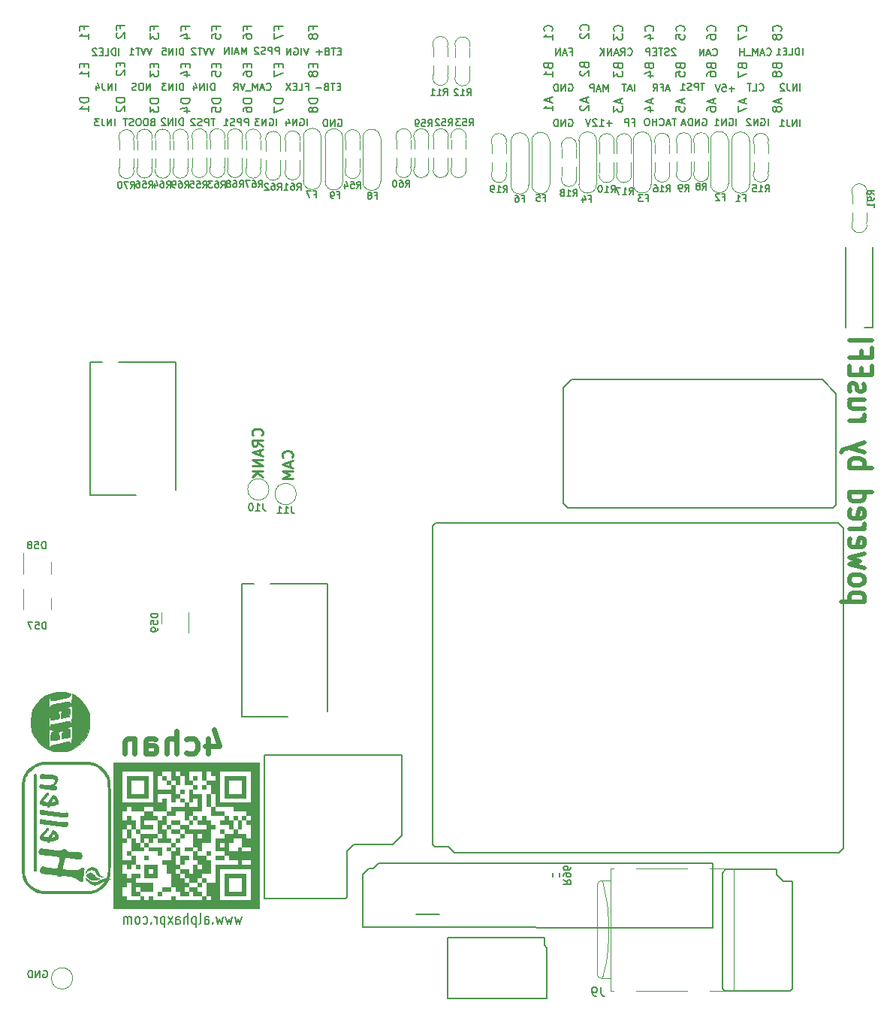
<source format=gbo>
G04 #@! TF.GenerationSoftware,KiCad,Pcbnew,(6.0.8)*
G04 #@! TF.CreationDate,2023-01-31T20:31:05+03:00*
G04 #@! TF.ProjectId,alphax_4ch,616c7068-6178-45f3-9463-682e6b696361,a*
G04 #@! TF.SameCoordinates,PX141f5e0PYa2cace0*
G04 #@! TF.FileFunction,Legend,Bot*
G04 #@! TF.FilePolarity,Positive*
%FSLAX46Y46*%
G04 Gerber Fmt 4.6, Leading zero omitted, Abs format (unit mm)*
G04 Created by KiCad (PCBNEW (6.0.8)) date 2023-01-31 20:31:05*
%MOMM*%
%LPD*%
G01*
G04 APERTURE LIST*
%ADD10C,0.170000*%
%ADD11C,0.250000*%
%ADD12C,0.200000*%
%ADD13C,0.600000*%
%ADD14C,0.500000*%
%ADD15C,0.130000*%
%ADD16C,0.127000*%
%ADD17C,0.150000*%
%ADD18C,0.099060*%
%ADD19C,0.120000*%
%ADD20C,0.002540*%
%ADD21C,0.203200*%
G04 APERTURE END LIST*
D10*
X84310989Y98707877D02*
X84310989Y99507877D01*
X83510989Y99469781D02*
X83587179Y99507877D01*
X83701465Y99507877D01*
X83815750Y99469781D01*
X83891941Y99393591D01*
X83930036Y99317401D01*
X83968131Y99165020D01*
X83968131Y99050734D01*
X83930036Y98898353D01*
X83891941Y98822162D01*
X83815750Y98745972D01*
X83701465Y98707877D01*
X83625274Y98707877D01*
X83510989Y98745972D01*
X83472893Y98784067D01*
X83472893Y99050734D01*
X83625274Y99050734D01*
X83130036Y98707877D02*
X83130036Y99507877D01*
X82672893Y98707877D01*
X82672893Y99507877D01*
X82330036Y99431686D02*
X82291941Y99469781D01*
X82215750Y99507877D01*
X82025274Y99507877D01*
X81949084Y99469781D01*
X81910989Y99431686D01*
X81872893Y99355496D01*
X81872893Y99279305D01*
X81910989Y99165020D01*
X82368131Y98707877D01*
X81872893Y98707877D01*
D11*
X30608571Y61298572D02*
X30665714Y61355715D01*
X30722857Y61527143D01*
X30722857Y61641429D01*
X30665714Y61812858D01*
X30551428Y61927143D01*
X30437142Y61984286D01*
X30208571Y62041429D01*
X30037142Y62041429D01*
X29808571Y61984286D01*
X29694285Y61927143D01*
X29580000Y61812858D01*
X29522857Y61641429D01*
X29522857Y61527143D01*
X29580000Y61355715D01*
X29637142Y61298572D01*
X30380000Y60841429D02*
X30380000Y60270000D01*
X30722857Y60955715D02*
X29522857Y60555715D01*
X30722857Y60155715D01*
X30722857Y59755715D02*
X29522857Y59755715D01*
X30380000Y59355715D01*
X29522857Y58955715D01*
X30722857Y58955715D01*
D10*
X68480494Y106715286D02*
X68518589Y106677191D01*
X68632875Y106639096D01*
X68709066Y106639096D01*
X68823351Y106677191D01*
X68899542Y106753381D01*
X68937637Y106829572D01*
X68975732Y106981953D01*
X68975732Y107096239D01*
X68937637Y107248620D01*
X68899542Y107324810D01*
X68823351Y107401000D01*
X68709066Y107439096D01*
X68632875Y107439096D01*
X68518589Y107401000D01*
X68480494Y107362905D01*
X67680494Y106639096D02*
X67947161Y107020048D01*
X68137637Y106639096D02*
X68137637Y107439096D01*
X67832875Y107439096D01*
X67756685Y107401000D01*
X67718589Y107362905D01*
X67680494Y107286715D01*
X67680494Y107172429D01*
X67718589Y107096239D01*
X67756685Y107058143D01*
X67832875Y107020048D01*
X68137637Y107020048D01*
X67375732Y106867667D02*
X66994780Y106867667D01*
X67451923Y106639096D02*
X67185256Y107439096D01*
X66918589Y106639096D01*
X66651923Y106639096D02*
X66651923Y107439096D01*
X66194780Y106639096D01*
X66194780Y107439096D01*
X65813828Y106639096D02*
X65813828Y107439096D01*
X65356685Y106639096D02*
X65699542Y107096239D01*
X65356685Y107439096D02*
X65813828Y106981953D01*
X25469047Y106738096D02*
X25469047Y107538096D01*
X25202380Y106966667D01*
X24935714Y107538096D01*
X24935714Y106738096D01*
X24592857Y106966667D02*
X24211904Y106966667D01*
X24669047Y106738096D02*
X24402380Y107538096D01*
X24135714Y106738096D01*
X23869047Y106738096D02*
X23869047Y107538096D01*
X23488095Y106738096D02*
X23488095Y107538096D01*
X23030952Y106738096D01*
X23030952Y107538096D01*
X36121428Y107107143D02*
X35854761Y107107143D01*
X35740476Y106688096D02*
X36121428Y106688096D01*
X36121428Y107488096D01*
X35740476Y107488096D01*
X35511904Y107488096D02*
X35054761Y107488096D01*
X35283333Y106688096D02*
X35283333Y107488096D01*
X34521428Y107107143D02*
X34407142Y107069048D01*
X34369047Y107030953D01*
X34330952Y106954762D01*
X34330952Y106840477D01*
X34369047Y106764286D01*
X34407142Y106726191D01*
X34483333Y106688096D01*
X34788095Y106688096D01*
X34788095Y107488096D01*
X34521428Y107488096D01*
X34445238Y107450000D01*
X34407142Y107411905D01*
X34369047Y107335715D01*
X34369047Y107259524D01*
X34407142Y107183334D01*
X34445238Y107145239D01*
X34521428Y107107143D01*
X34788095Y107107143D01*
X33988095Y106992858D02*
X33378571Y106992858D01*
X33683333Y106688096D02*
X33683333Y107297620D01*
X88206227Y106673986D02*
X88206227Y107473986D01*
X87825275Y106673986D02*
X87825275Y107473986D01*
X87634799Y107473986D01*
X87520513Y107435890D01*
X87444322Y107359700D01*
X87406227Y107283510D01*
X87368132Y107131129D01*
X87368132Y107016843D01*
X87406227Y106864462D01*
X87444322Y106788271D01*
X87520513Y106712081D01*
X87634799Y106673986D01*
X87825275Y106673986D01*
X86644322Y106673986D02*
X87025275Y106673986D01*
X87025275Y107473986D01*
X86377656Y107093033D02*
X86110989Y107093033D01*
X85996703Y106673986D02*
X86377656Y106673986D01*
X86377656Y107473986D01*
X85996703Y107473986D01*
X85234799Y106673986D02*
X85691941Y106673986D01*
X85463370Y106673986D02*
X85463370Y107473986D01*
X85539561Y107359700D01*
X85615751Y107283510D01*
X85691941Y107245414D01*
D12*
X24940476Y9557143D02*
X24750000Y8757143D01*
X24559523Y9328572D01*
X24369047Y8757143D01*
X24178571Y9557143D01*
X23892857Y9557143D02*
X23702380Y8757143D01*
X23511904Y9328572D01*
X23321428Y8757143D01*
X23130952Y9557143D01*
X22845238Y9557143D02*
X22654761Y8757143D01*
X22464285Y9328572D01*
X22273809Y8757143D01*
X22083333Y9557143D01*
X21702380Y8871429D02*
X21654761Y8814286D01*
X21702380Y8757143D01*
X21750000Y8814286D01*
X21702380Y8871429D01*
X21702380Y8757143D01*
X20797619Y8757143D02*
X20797619Y9385715D01*
X20845238Y9500000D01*
X20940476Y9557143D01*
X21130952Y9557143D01*
X21226190Y9500000D01*
X20797619Y8814286D02*
X20892857Y8757143D01*
X21130952Y8757143D01*
X21226190Y8814286D01*
X21273809Y8928572D01*
X21273809Y9042858D01*
X21226190Y9157143D01*
X21130952Y9214286D01*
X20892857Y9214286D01*
X20797619Y9271429D01*
X20178571Y8757143D02*
X20273809Y8814286D01*
X20321428Y8928572D01*
X20321428Y9957143D01*
X19797619Y9557143D02*
X19797619Y8357143D01*
X19797619Y9500000D02*
X19702380Y9557143D01*
X19511904Y9557143D01*
X19416666Y9500000D01*
X19369047Y9442858D01*
X19321428Y9328572D01*
X19321428Y8985715D01*
X19369047Y8871429D01*
X19416666Y8814286D01*
X19511904Y8757143D01*
X19702380Y8757143D01*
X19797619Y8814286D01*
X18892857Y8757143D02*
X18892857Y9957143D01*
X18464285Y8757143D02*
X18464285Y9385715D01*
X18511904Y9500000D01*
X18607142Y9557143D01*
X18750000Y9557143D01*
X18845238Y9500000D01*
X18892857Y9442858D01*
X17559523Y8757143D02*
X17559523Y9385715D01*
X17607142Y9500000D01*
X17702380Y9557143D01*
X17892857Y9557143D01*
X17988095Y9500000D01*
X17559523Y8814286D02*
X17654761Y8757143D01*
X17892857Y8757143D01*
X17988095Y8814286D01*
X18035714Y8928572D01*
X18035714Y9042858D01*
X17988095Y9157143D01*
X17892857Y9214286D01*
X17654761Y9214286D01*
X17559523Y9271429D01*
X17178571Y8757143D02*
X16654761Y9557143D01*
X17178571Y9557143D02*
X16654761Y8757143D01*
X16273809Y9557143D02*
X16273809Y8357143D01*
X16273809Y9500000D02*
X16178571Y9557143D01*
X15988095Y9557143D01*
X15892857Y9500000D01*
X15845238Y9442858D01*
X15797619Y9328572D01*
X15797619Y8985715D01*
X15845238Y8871429D01*
X15892857Y8814286D01*
X15988095Y8757143D01*
X16178571Y8757143D01*
X16273809Y8814286D01*
X15369047Y8757143D02*
X15369047Y9557143D01*
X15369047Y9328572D02*
X15321428Y9442858D01*
X15273809Y9500000D01*
X15178571Y9557143D01*
X15083333Y9557143D01*
X14750000Y8871429D02*
X14702380Y8814286D01*
X14750000Y8757143D01*
X14797619Y8814286D01*
X14750000Y8871429D01*
X14750000Y8757143D01*
X13845238Y8814286D02*
X13940476Y8757143D01*
X14130952Y8757143D01*
X14226190Y8814286D01*
X14273809Y8871429D01*
X14321428Y8985715D01*
X14321428Y9328572D01*
X14273809Y9442858D01*
X14226190Y9500000D01*
X14130952Y9557143D01*
X13940476Y9557143D01*
X13845238Y9500000D01*
X13273809Y8757143D02*
X13369047Y8814286D01*
X13416666Y8871429D01*
X13464285Y8985715D01*
X13464285Y9328572D01*
X13416666Y9442858D01*
X13369047Y9500000D01*
X13273809Y9557143D01*
X13130952Y9557143D01*
X13035714Y9500000D01*
X12988095Y9442858D01*
X12940476Y9328572D01*
X12940476Y8985715D01*
X12988095Y8871429D01*
X13035714Y8814286D01*
X13130952Y8757143D01*
X13273809Y8757143D01*
X12511904Y8757143D02*
X12511904Y9557143D01*
X12511904Y9442858D02*
X12464285Y9500000D01*
X12369047Y9557143D01*
X12226190Y9557143D01*
X12130952Y9500000D01*
X12083333Y9385715D01*
X12083333Y8757143D01*
X12083333Y9385715D02*
X12035714Y9500000D01*
X11940476Y9557143D01*
X11797619Y9557143D01*
X11702380Y9500000D01*
X11654761Y9385715D01*
X11654761Y8757143D01*
D10*
X14845238Y107488096D02*
X14578571Y106688096D01*
X14311904Y107488096D01*
X14159523Y107488096D02*
X13892857Y106688096D01*
X13626190Y107488096D01*
X13473809Y107488096D02*
X13016666Y107488096D01*
X13245238Y106688096D02*
X13245238Y107488096D01*
X12330952Y106688096D02*
X12788095Y106688096D01*
X12559523Y106688096D02*
X12559523Y107488096D01*
X12635714Y107373810D01*
X12711904Y107297620D01*
X12788095Y107259524D01*
X18350000Y98738096D02*
X18350000Y99538096D01*
X18159523Y99538096D01*
X18045238Y99500000D01*
X17969047Y99423810D01*
X17930952Y99347620D01*
X17892857Y99195239D01*
X17892857Y99080953D01*
X17930952Y98928572D01*
X17969047Y98852381D01*
X18045238Y98776191D01*
X18159523Y98738096D01*
X18350000Y98738096D01*
X17550000Y98738096D02*
X17550000Y99538096D01*
X17169047Y98738096D02*
X17169047Y99538096D01*
X16711904Y98738096D01*
X16711904Y99538096D01*
X16369047Y99461905D02*
X16330952Y99500000D01*
X16254761Y99538096D01*
X16064285Y99538096D01*
X15988095Y99500000D01*
X15950000Y99461905D01*
X15911904Y99385715D01*
X15911904Y99309524D01*
X15950000Y99195239D01*
X16407142Y98738096D01*
X15911904Y98738096D01*
X11116666Y106638096D02*
X11116666Y107438096D01*
X10735714Y106638096D02*
X10735714Y107438096D01*
X10545238Y107438096D01*
X10430952Y107400000D01*
X10354761Y107323810D01*
X10316666Y107247620D01*
X10278571Y107095239D01*
X10278571Y106980953D01*
X10316666Y106828572D01*
X10354761Y106752381D01*
X10430952Y106676191D01*
X10545238Y106638096D01*
X10735714Y106638096D01*
X9554761Y106638096D02*
X9935714Y106638096D01*
X9935714Y107438096D01*
X9288095Y107057143D02*
X9021428Y107057143D01*
X8907142Y106638096D02*
X9288095Y106638096D01*
X9288095Y107438096D01*
X8907142Y107438096D01*
X8602380Y107361905D02*
X8564285Y107400000D01*
X8488095Y107438096D01*
X8297619Y107438096D01*
X8221428Y107400000D01*
X8183333Y107361905D01*
X8145238Y107285715D01*
X8145238Y107209524D01*
X8183333Y107095239D01*
X8640476Y106638096D01*
X8145238Y106638096D01*
X32476190Y107488096D02*
X32209523Y106688096D01*
X31942857Y107488096D01*
X31676190Y106688096D02*
X31676190Y107488096D01*
X30876190Y107450000D02*
X30952380Y107488096D01*
X31066666Y107488096D01*
X31180952Y107450000D01*
X31257142Y107373810D01*
X31295238Y107297620D01*
X31333333Y107145239D01*
X31333333Y107030953D01*
X31295238Y106878572D01*
X31257142Y106802381D01*
X31180952Y106726191D01*
X31066666Y106688096D01*
X30990476Y106688096D01*
X30876190Y106726191D01*
X30838095Y106764286D01*
X30838095Y107030953D01*
X30990476Y107030953D01*
X30495238Y106688096D02*
X30495238Y107488096D01*
X30038095Y106688096D01*
X30038095Y107488096D01*
X36071428Y103107143D02*
X35804761Y103107143D01*
X35690476Y102688096D02*
X36071428Y102688096D01*
X36071428Y103488096D01*
X35690476Y103488096D01*
X35461904Y103488096D02*
X35004761Y103488096D01*
X35233333Y102688096D02*
X35233333Y103488096D01*
X34471428Y103107143D02*
X34357142Y103069048D01*
X34319047Y103030953D01*
X34280952Y102954762D01*
X34280952Y102840477D01*
X34319047Y102764286D01*
X34357142Y102726191D01*
X34433333Y102688096D01*
X34738095Y102688096D01*
X34738095Y103488096D01*
X34471428Y103488096D01*
X34395238Y103450000D01*
X34357142Y103411905D01*
X34319047Y103335715D01*
X34319047Y103259524D01*
X34357142Y103183334D01*
X34395238Y103145239D01*
X34471428Y103107143D01*
X34738095Y103107143D01*
X33938095Y102992858D02*
X33328571Y102992858D01*
D13*
X21176666Y29657143D02*
X21176666Y27923810D01*
X21795714Y30647620D02*
X22414761Y28790477D01*
X20805238Y28790477D01*
X18700476Y28047620D02*
X18948095Y27923810D01*
X19443333Y27923810D01*
X19690952Y28047620D01*
X19814761Y28171429D01*
X19938571Y28419048D01*
X19938571Y29161905D01*
X19814761Y29409524D01*
X19690952Y29533334D01*
X19443333Y29657143D01*
X18948095Y29657143D01*
X18700476Y29533334D01*
X17586190Y27923810D02*
X17586190Y30523810D01*
X16471904Y27923810D02*
X16471904Y29285715D01*
X16595714Y29533334D01*
X16843333Y29657143D01*
X17214761Y29657143D01*
X17462380Y29533334D01*
X17586190Y29409524D01*
X14119523Y27923810D02*
X14119523Y29285715D01*
X14243333Y29533334D01*
X14490952Y29657143D01*
X14986190Y29657143D01*
X15233809Y29533334D01*
X14119523Y28047620D02*
X14367142Y27923810D01*
X14986190Y27923810D01*
X15233809Y28047620D01*
X15357619Y28295239D01*
X15357619Y28542858D01*
X15233809Y28790477D01*
X14986190Y28914286D01*
X14367142Y28914286D01*
X14119523Y29038096D01*
X12881428Y29657143D02*
X12881428Y27923810D01*
X12881428Y29409524D02*
X12757619Y29533334D01*
X12510000Y29657143D01*
X12138571Y29657143D01*
X11890952Y29533334D01*
X11767142Y29285715D01*
X11767142Y27923810D01*
D10*
X32202380Y103107143D02*
X32469047Y103107143D01*
X32469047Y102688096D02*
X32469047Y103488096D01*
X32088095Y103488096D01*
X31402380Y102688096D02*
X31783333Y102688096D01*
X31783333Y103488096D01*
X31135714Y103107143D02*
X30869047Y103107143D01*
X30754761Y102688096D02*
X31135714Y102688096D01*
X31135714Y103488096D01*
X30754761Y103488096D01*
X30488095Y103488096D02*
X29954761Y102688096D01*
X29954761Y103488096D02*
X30488095Y102688096D01*
X27750000Y102764286D02*
X27788095Y102726191D01*
X27902380Y102688096D01*
X27978571Y102688096D01*
X28092857Y102726191D01*
X28169047Y102802381D01*
X28207142Y102878572D01*
X28245238Y103030953D01*
X28245238Y103145239D01*
X28207142Y103297620D01*
X28169047Y103373810D01*
X28092857Y103450000D01*
X27978571Y103488096D01*
X27902380Y103488096D01*
X27788095Y103450000D01*
X27750000Y103411905D01*
X27445238Y102916667D02*
X27064285Y102916667D01*
X27521428Y102688096D02*
X27254761Y103488096D01*
X26988095Y102688096D01*
X26721428Y102688096D02*
X26721428Y103488096D01*
X26454761Y102916667D01*
X26188095Y103488096D01*
X26188095Y102688096D01*
X25997619Y102611905D02*
X25388095Y102611905D01*
X25311904Y103488096D02*
X25045238Y102688096D01*
X24778571Y103488096D01*
X24054761Y102688096D02*
X24321428Y103069048D01*
X24511904Y102688096D02*
X24511904Y103488096D01*
X24207142Y103488096D01*
X24130952Y103450000D01*
X24092857Y103411905D01*
X24054761Y103335715D01*
X24054761Y103221429D01*
X24092857Y103145239D01*
X24130952Y103107143D01*
X24207142Y103069048D01*
X24511904Y103069048D01*
X14916666Y99107143D02*
X14802380Y99069048D01*
X14764285Y99030953D01*
X14726190Y98954762D01*
X14726190Y98840477D01*
X14764285Y98764286D01*
X14802380Y98726191D01*
X14878571Y98688096D01*
X15183333Y98688096D01*
X15183333Y99488096D01*
X14916666Y99488096D01*
X14840476Y99450000D01*
X14802380Y99411905D01*
X14764285Y99335715D01*
X14764285Y99259524D01*
X14802380Y99183334D01*
X14840476Y99145239D01*
X14916666Y99107143D01*
X15183333Y99107143D01*
X14230952Y99488096D02*
X14078571Y99488096D01*
X14002380Y99450000D01*
X13926190Y99373810D01*
X13888095Y99221429D01*
X13888095Y98954762D01*
X13926190Y98802381D01*
X14002380Y98726191D01*
X14078571Y98688096D01*
X14230952Y98688096D01*
X14307142Y98726191D01*
X14383333Y98802381D01*
X14421428Y98954762D01*
X14421428Y99221429D01*
X14383333Y99373810D01*
X14307142Y99450000D01*
X14230952Y99488096D01*
X13392857Y99488096D02*
X13240476Y99488096D01*
X13164285Y99450000D01*
X13088095Y99373810D01*
X13050000Y99221429D01*
X13050000Y98954762D01*
X13088095Y98802381D01*
X13164285Y98726191D01*
X13240476Y98688096D01*
X13392857Y98688096D01*
X13469047Y98726191D01*
X13545238Y98802381D01*
X13583333Y98954762D01*
X13583333Y99221429D01*
X13545238Y99373810D01*
X13469047Y99450000D01*
X13392857Y99488096D01*
X12745238Y98726191D02*
X12630952Y98688096D01*
X12440476Y98688096D01*
X12364285Y98726191D01*
X12326190Y98764286D01*
X12288095Y98840477D01*
X12288095Y98916667D01*
X12326190Y98992858D01*
X12364285Y99030953D01*
X12440476Y99069048D01*
X12592857Y99107143D01*
X12669047Y99145239D01*
X12707142Y99183334D01*
X12745238Y99259524D01*
X12745238Y99335715D01*
X12707142Y99411905D01*
X12669047Y99450000D01*
X12592857Y99488096D01*
X12402380Y99488096D01*
X12288095Y99450000D01*
X12059523Y99488096D02*
X11602380Y99488096D01*
X11830952Y98688096D02*
X11830952Y99488096D01*
X35809523Y99400000D02*
X35885714Y99438096D01*
X36000000Y99438096D01*
X36114285Y99400000D01*
X36190476Y99323810D01*
X36228571Y99247620D01*
X36266666Y99095239D01*
X36266666Y98980953D01*
X36228571Y98828572D01*
X36190476Y98752381D01*
X36114285Y98676191D01*
X36000000Y98638096D01*
X35923809Y98638096D01*
X35809523Y98676191D01*
X35771428Y98714286D01*
X35771428Y98980953D01*
X35923809Y98980953D01*
X35428571Y98638096D02*
X35428571Y99438096D01*
X34971428Y98638096D01*
X34971428Y99438096D01*
X34590476Y98638096D02*
X34590476Y99438096D01*
X34400000Y99438096D01*
X34285714Y99400000D01*
X34209523Y99323810D01*
X34171428Y99247620D01*
X34133333Y99095239D01*
X34133333Y98980953D01*
X34171428Y98828572D01*
X34209523Y98752381D01*
X34285714Y98676191D01*
X34400000Y98638096D01*
X34590476Y98638096D01*
D14*
X95157142Y45048810D02*
X92557142Y45048810D01*
X95033333Y45048810D02*
X95157142Y45258334D01*
X95157142Y45677381D01*
X95033333Y45886905D01*
X94909523Y45991667D01*
X94661904Y46096429D01*
X93919047Y46096429D01*
X93671428Y45991667D01*
X93547619Y45886905D01*
X93423809Y45677381D01*
X93423809Y45258334D01*
X93547619Y45048810D01*
X93423809Y47353572D02*
X93547619Y47144048D01*
X93671428Y47039286D01*
X93919047Y46934524D01*
X94661904Y46934524D01*
X94909523Y47039286D01*
X95033333Y47144048D01*
X95157142Y47353572D01*
X95157142Y47667858D01*
X95033333Y47877381D01*
X94909523Y47982143D01*
X94661904Y48086905D01*
X93919047Y48086905D01*
X93671428Y47982143D01*
X93547619Y47877381D01*
X93423809Y47667858D01*
X93423809Y47353572D01*
X95157142Y48820239D02*
X93423809Y49239286D01*
X94661904Y49658334D01*
X93423809Y50077381D01*
X95157142Y50496429D01*
X93547619Y52172620D02*
X93423809Y51963096D01*
X93423809Y51544048D01*
X93547619Y51334524D01*
X93795238Y51229762D01*
X94785714Y51229762D01*
X95033333Y51334524D01*
X95157142Y51544048D01*
X95157142Y51963096D01*
X95033333Y52172620D01*
X94785714Y52277381D01*
X94538095Y52277381D01*
X94290476Y51229762D01*
X93423809Y53220239D02*
X95157142Y53220239D01*
X94661904Y53220239D02*
X94909523Y53325000D01*
X95033333Y53429762D01*
X95157142Y53639286D01*
X95157142Y53848810D01*
X93547619Y55420239D02*
X93423809Y55210715D01*
X93423809Y54791667D01*
X93547619Y54582143D01*
X93795238Y54477381D01*
X94785714Y54477381D01*
X95033333Y54582143D01*
X95157142Y54791667D01*
X95157142Y55210715D01*
X95033333Y55420239D01*
X94785714Y55525000D01*
X94538095Y55525000D01*
X94290476Y54477381D01*
X93423809Y57410715D02*
X96023809Y57410715D01*
X93547619Y57410715D02*
X93423809Y57201191D01*
X93423809Y56782143D01*
X93547619Y56572620D01*
X93671428Y56467858D01*
X93919047Y56363096D01*
X94661904Y56363096D01*
X94909523Y56467858D01*
X95033333Y56572620D01*
X95157142Y56782143D01*
X95157142Y57201191D01*
X95033333Y57410715D01*
X93423809Y60134524D02*
X96023809Y60134524D01*
X95033333Y60134524D02*
X95157142Y60344048D01*
X95157142Y60763096D01*
X95033333Y60972620D01*
X94909523Y61077381D01*
X94661904Y61182143D01*
X93919047Y61182143D01*
X93671428Y61077381D01*
X93547619Y60972620D01*
X93423809Y60763096D01*
X93423809Y60344048D01*
X93547619Y60134524D01*
X95157142Y61915477D02*
X93423809Y62439286D01*
X95157142Y62963096D02*
X93423809Y62439286D01*
X92804761Y62229762D01*
X92680952Y62125000D01*
X92557142Y61915477D01*
X93423809Y65477381D02*
X95157142Y65477381D01*
X94661904Y65477381D02*
X94909523Y65582143D01*
X95033333Y65686905D01*
X95157142Y65896429D01*
X95157142Y66105953D01*
X95157142Y67782143D02*
X93423809Y67782143D01*
X95157142Y66839286D02*
X93795238Y66839286D01*
X93547619Y66944048D01*
X93423809Y67153572D01*
X93423809Y67467858D01*
X93547619Y67677381D01*
X93671428Y67782143D01*
X93547619Y68725000D02*
X93423809Y68934524D01*
X93423809Y69353572D01*
X93547619Y69563096D01*
X93795238Y69667858D01*
X93919047Y69667858D01*
X94166666Y69563096D01*
X94290476Y69353572D01*
X94290476Y69039286D01*
X94414285Y68829762D01*
X94661904Y68725000D01*
X94785714Y68725000D01*
X95033333Y68829762D01*
X95157142Y69039286D01*
X95157142Y69353572D01*
X95033333Y69563096D01*
X94785714Y70610715D02*
X94785714Y71344048D01*
X93423809Y71658334D02*
X93423809Y70610715D01*
X96023809Y70610715D01*
X96023809Y71658334D01*
X94785714Y73334524D02*
X94785714Y72601191D01*
X93423809Y72601191D02*
X96023809Y72601191D01*
X96023809Y73648810D01*
X93423809Y74486905D02*
X96023809Y74486905D01*
D10*
X10704761Y102688096D02*
X10704761Y103488096D01*
X10323809Y102688096D02*
X10323809Y103488096D01*
X9866666Y102688096D01*
X9866666Y103488096D01*
X9257142Y103488096D02*
X9257142Y102916667D01*
X9295238Y102802381D01*
X9371428Y102726191D01*
X9485714Y102688096D01*
X9561904Y102688096D01*
X8533333Y103221429D02*
X8533333Y102688096D01*
X8723809Y103526191D02*
X8914285Y102954762D01*
X8419047Y102954762D01*
X77139652Y103488096D02*
X76682509Y103488096D01*
X76911080Y102688096D02*
X76911080Y103488096D01*
X76415842Y102688096D02*
X76415842Y103488096D01*
X76111080Y103488096D01*
X76034890Y103450000D01*
X75996795Y103411905D01*
X75958699Y103335715D01*
X75958699Y103221429D01*
X75996795Y103145239D01*
X76034890Y103107143D01*
X76111080Y103069048D01*
X76415842Y103069048D01*
X75653937Y102726191D02*
X75539652Y102688096D01*
X75349176Y102688096D01*
X75272985Y102726191D01*
X75234890Y102764286D01*
X75196795Y102840477D01*
X75196795Y102916667D01*
X75234890Y102992858D01*
X75272985Y103030953D01*
X75349176Y103069048D01*
X75501556Y103107143D01*
X75577747Y103145239D01*
X75615842Y103183334D01*
X75653937Y103259524D01*
X75653937Y103335715D01*
X75615842Y103411905D01*
X75577747Y103450000D01*
X75501556Y103488096D01*
X75311080Y103488096D01*
X75196795Y103450000D01*
X74434890Y102688096D02*
X74892033Y102688096D01*
X74663461Y102688096D02*
X74663461Y103488096D01*
X74739652Y103373810D01*
X74815842Y103297620D01*
X74892033Y103259524D01*
X87879212Y98638096D02*
X87879212Y99438096D01*
X87498260Y98638096D02*
X87498260Y99438096D01*
X87041117Y98638096D01*
X87041117Y99438096D01*
X86431593Y99438096D02*
X86431593Y98866667D01*
X86469689Y98752381D01*
X86545879Y98676191D01*
X86660165Y98638096D01*
X86736355Y98638096D01*
X85631593Y98638096D02*
X86088736Y98638096D01*
X85860165Y98638096D02*
X85860165Y99438096D01*
X85936355Y99323810D01*
X86012546Y99247620D01*
X86088736Y99209524D01*
X10654761Y98688096D02*
X10654761Y99488096D01*
X10273809Y98688096D02*
X10273809Y99488096D01*
X9816666Y98688096D01*
X9816666Y99488096D01*
X9207142Y99488096D02*
X9207142Y98916667D01*
X9245238Y98802381D01*
X9321428Y98726191D01*
X9435714Y98688096D01*
X9511904Y98688096D01*
X8902380Y99488096D02*
X8407142Y99488096D01*
X8673809Y99183334D01*
X8559523Y99183334D01*
X8483333Y99145239D01*
X8445238Y99107143D01*
X8407142Y99030953D01*
X8407142Y98840477D01*
X8445238Y98764286D01*
X8483333Y98726191D01*
X8559523Y98688096D01*
X8788095Y98688096D01*
X8864285Y98726191D01*
X8902380Y98764286D01*
X78077747Y106645506D02*
X78115842Y106607411D01*
X78230128Y106569316D01*
X78306319Y106569316D01*
X78420604Y106607411D01*
X78496795Y106683601D01*
X78534890Y106759792D01*
X78572985Y106912173D01*
X78572985Y107026459D01*
X78534890Y107178840D01*
X78496795Y107255030D01*
X78420604Y107331220D01*
X78306319Y107369316D01*
X78230128Y107369316D01*
X78115842Y107331220D01*
X78077747Y107293125D01*
X77772985Y106797887D02*
X77392033Y106797887D01*
X77849176Y106569316D02*
X77582509Y107369316D01*
X77315842Y106569316D01*
X77049176Y106569316D02*
X77049176Y107369316D01*
X76592033Y106569316D01*
X76592033Y107369316D01*
D11*
X27198571Y63801429D02*
X27255714Y63858572D01*
X27312857Y64030000D01*
X27312857Y64144286D01*
X27255714Y64315715D01*
X27141428Y64430000D01*
X27027142Y64487143D01*
X26798571Y64544286D01*
X26627142Y64544286D01*
X26398571Y64487143D01*
X26284285Y64430000D01*
X26170000Y64315715D01*
X26112857Y64144286D01*
X26112857Y64030000D01*
X26170000Y63858572D01*
X26227142Y63801429D01*
X27312857Y62601429D02*
X26741428Y63001429D01*
X27312857Y63287143D02*
X26112857Y63287143D01*
X26112857Y62830000D01*
X26170000Y62715715D01*
X26227142Y62658572D01*
X26341428Y62601429D01*
X26512857Y62601429D01*
X26627142Y62658572D01*
X26684285Y62715715D01*
X26741428Y62830000D01*
X26741428Y63287143D01*
X26970000Y62144286D02*
X26970000Y61572858D01*
X27312857Y62258572D02*
X26112857Y61858572D01*
X27312857Y61458572D01*
X27312857Y61058572D02*
X26112857Y61058572D01*
X27312857Y60372858D01*
X26112857Y60372858D01*
X27312857Y59801429D02*
X26112857Y59801429D01*
X27312857Y59115715D02*
X26627142Y59630000D01*
X26112857Y59115715D02*
X26798571Y59801429D01*
D10*
X68987088Y99092033D02*
X69253754Y99092033D01*
X69253754Y98672986D02*
X69253754Y99472986D01*
X68872802Y99472986D01*
X68568040Y98672986D02*
X68568040Y99472986D01*
X68263278Y99472986D01*
X68187088Y99434890D01*
X68148993Y99396795D01*
X68110897Y99320605D01*
X68110897Y99206319D01*
X68148993Y99130129D01*
X68187088Y99092033D01*
X68263278Y99053938D01*
X68568040Y99053938D01*
X32350000Y98688096D02*
X32350000Y99488096D01*
X31550000Y99450000D02*
X31626190Y99488096D01*
X31740476Y99488096D01*
X31854761Y99450000D01*
X31930952Y99373810D01*
X31969047Y99297620D01*
X32007142Y99145239D01*
X32007142Y99030953D01*
X31969047Y98878572D01*
X31930952Y98802381D01*
X31854761Y98726191D01*
X31740476Y98688096D01*
X31664285Y98688096D01*
X31550000Y98726191D01*
X31511904Y98764286D01*
X31511904Y99030953D01*
X31664285Y99030953D01*
X31169047Y98688096D02*
X31169047Y99488096D01*
X30711904Y98688096D01*
X30711904Y99488096D01*
X29988095Y99221429D02*
X29988095Y98688096D01*
X30178571Y99526191D02*
X30369047Y98954762D01*
X29873809Y98954762D01*
X80717308Y98707877D02*
X80717308Y99507877D01*
X79917308Y99469781D02*
X79993498Y99507877D01*
X80107784Y99507877D01*
X80222069Y99469781D01*
X80298260Y99393591D01*
X80336355Y99317401D01*
X80374450Y99165020D01*
X80374450Y99050734D01*
X80336355Y98898353D01*
X80298260Y98822162D01*
X80222069Y98745972D01*
X80107784Y98707877D01*
X80031593Y98707877D01*
X79917308Y98745972D01*
X79879212Y98784067D01*
X79879212Y99050734D01*
X80031593Y99050734D01*
X79536355Y98707877D02*
X79536355Y99507877D01*
X79079212Y98707877D01*
X79079212Y99507877D01*
X78279212Y98707877D02*
X78736355Y98707877D01*
X78507784Y98707877D02*
X78507784Y99507877D01*
X78583974Y99393591D01*
X78660165Y99317401D01*
X78736355Y99279305D01*
X83282601Y102702923D02*
X83320696Y102664828D01*
X83434982Y102626733D01*
X83511172Y102626733D01*
X83625458Y102664828D01*
X83701649Y102741018D01*
X83739744Y102817209D01*
X83777839Y102969590D01*
X83777839Y103083876D01*
X83739744Y103236257D01*
X83701649Y103312447D01*
X83625458Y103388637D01*
X83511172Y103426733D01*
X83434982Y103426733D01*
X83320696Y103388637D01*
X83282601Y103350542D01*
X82558791Y102626733D02*
X82939744Y102626733D01*
X82939744Y103426733D01*
X82406410Y103426733D02*
X81949268Y103426733D01*
X82177839Y102626733D02*
X82177839Y103426733D01*
X61809523Y99400000D02*
X61885714Y99438096D01*
X62000000Y99438096D01*
X62114285Y99400000D01*
X62190476Y99323810D01*
X62228571Y99247620D01*
X62266666Y99095239D01*
X62266666Y98980953D01*
X62228571Y98828572D01*
X62190476Y98752381D01*
X62114285Y98676191D01*
X62000000Y98638096D01*
X61923809Y98638096D01*
X61809523Y98676191D01*
X61771428Y98714286D01*
X61771428Y98980953D01*
X61923809Y98980953D01*
X61428571Y98638096D02*
X61428571Y99438096D01*
X60971428Y98638096D01*
X60971428Y99438096D01*
X60590476Y98638096D02*
X60590476Y99438096D01*
X60400000Y99438096D01*
X60285714Y99400000D01*
X60209523Y99323810D01*
X60171428Y99247620D01*
X60133333Y99095239D01*
X60133333Y98980953D01*
X60171428Y98828572D01*
X60209523Y98752381D01*
X60285714Y98676191D01*
X60400000Y98638096D01*
X60590476Y98638096D01*
X21940476Y99488096D02*
X21483333Y99488096D01*
X21711904Y98688096D02*
X21711904Y99488096D01*
X21216666Y98688096D02*
X21216666Y99488096D01*
X20911904Y99488096D01*
X20835714Y99450000D01*
X20797619Y99411905D01*
X20759523Y99335715D01*
X20759523Y99221429D01*
X20797619Y99145239D01*
X20835714Y99107143D01*
X20911904Y99069048D01*
X21216666Y99069048D01*
X20454761Y98726191D02*
X20340476Y98688096D01*
X20150000Y98688096D01*
X20073809Y98726191D01*
X20035714Y98764286D01*
X19997619Y98840477D01*
X19997619Y98916667D01*
X20035714Y98992858D01*
X20073809Y99030953D01*
X20150000Y99069048D01*
X20302380Y99107143D01*
X20378571Y99145239D01*
X20416666Y99183334D01*
X20454761Y99259524D01*
X20454761Y99335715D01*
X20416666Y99411905D01*
X20378571Y99450000D01*
X20302380Y99488096D01*
X20111904Y99488096D01*
X19997619Y99450000D01*
X19692857Y99411905D02*
X19654761Y99450000D01*
X19578571Y99488096D01*
X19388095Y99488096D01*
X19311904Y99450000D01*
X19273809Y99411905D01*
X19235714Y99335715D01*
X19235714Y99259524D01*
X19273809Y99145239D01*
X19730952Y98688096D01*
X19235714Y98688096D01*
X61809523Y103377473D02*
X61885714Y103415569D01*
X62000000Y103415569D01*
X62114285Y103377473D01*
X62190476Y103301283D01*
X62228571Y103225093D01*
X62266666Y103072712D01*
X62266666Y102958426D01*
X62228571Y102806045D01*
X62190476Y102729854D01*
X62114285Y102653664D01*
X62000000Y102615569D01*
X61923809Y102615569D01*
X61809523Y102653664D01*
X61771428Y102691759D01*
X61771428Y102958426D01*
X61923809Y102958426D01*
X61428571Y102615569D02*
X61428571Y103415569D01*
X60971428Y102615569D01*
X60971428Y103415569D01*
X60590476Y102615569D02*
X60590476Y103415569D01*
X60400000Y103415569D01*
X60285714Y103377473D01*
X60209523Y103301283D01*
X60171428Y103225093D01*
X60133333Y103072712D01*
X60133333Y102958426D01*
X60171428Y102806045D01*
X60209523Y102729854D01*
X60285714Y102653664D01*
X60400000Y102615569D01*
X60590476Y102615569D01*
X25721428Y98688096D02*
X25721428Y99488096D01*
X25416666Y99488096D01*
X25340476Y99450000D01*
X25302380Y99411905D01*
X25264285Y99335715D01*
X25264285Y99221429D01*
X25302380Y99145239D01*
X25340476Y99107143D01*
X25416666Y99069048D01*
X25721428Y99069048D01*
X24921428Y98688096D02*
X24921428Y99488096D01*
X24616666Y99488096D01*
X24540476Y99450000D01*
X24502380Y99411905D01*
X24464285Y99335715D01*
X24464285Y99221429D01*
X24502380Y99145239D01*
X24540476Y99107143D01*
X24616666Y99069048D01*
X24921428Y99069048D01*
X24159523Y98726191D02*
X24045238Y98688096D01*
X23854761Y98688096D01*
X23778571Y98726191D01*
X23740476Y98764286D01*
X23702380Y98840477D01*
X23702380Y98916667D01*
X23740476Y98992858D01*
X23778571Y99030953D01*
X23854761Y99069048D01*
X24007142Y99107143D01*
X24083333Y99145239D01*
X24121428Y99183334D01*
X24159523Y99259524D01*
X24159523Y99335715D01*
X24121428Y99411905D01*
X24083333Y99450000D01*
X24007142Y99488096D01*
X23816666Y99488096D01*
X23702380Y99450000D01*
X22940476Y98688096D02*
X23397619Y98688096D01*
X23169047Y98688096D02*
X23169047Y99488096D01*
X23245238Y99373810D01*
X23321428Y99297620D01*
X23397619Y99259524D01*
X87914102Y102626733D02*
X87914102Y103426733D01*
X87533150Y102626733D02*
X87533150Y103426733D01*
X87076007Y102626733D01*
X87076007Y103426733D01*
X86466483Y103426733D02*
X86466483Y102855304D01*
X86504579Y102741018D01*
X86580769Y102664828D01*
X86695055Y102626733D01*
X86771245Y102626733D01*
X86123626Y103350542D02*
X86085531Y103388637D01*
X86009341Y103426733D01*
X85818864Y103426733D01*
X85742674Y103388637D01*
X85704579Y103350542D01*
X85666483Y103274352D01*
X85666483Y103198161D01*
X85704579Y103083876D01*
X86161721Y102626733D01*
X85666483Y102626733D01*
X21900000Y102688096D02*
X21900000Y103488096D01*
X21709523Y103488096D01*
X21595238Y103450000D01*
X21519047Y103373810D01*
X21480952Y103297620D01*
X21442857Y103145239D01*
X21442857Y103030953D01*
X21480952Y102878572D01*
X21519047Y102802381D01*
X21595238Y102726191D01*
X21709523Y102688096D01*
X21900000Y102688096D01*
X21100000Y102688096D02*
X21100000Y103488096D01*
X20719047Y102688096D02*
X20719047Y103488096D01*
X20261904Y102688096D01*
X20261904Y103488096D01*
X19538095Y103221429D02*
X19538095Y102688096D01*
X19728571Y103526191D02*
X19919047Y102954762D01*
X19423809Y102954762D01*
X73193498Y102820414D02*
X72812545Y102820414D01*
X73269688Y102591843D02*
X73003022Y103391843D01*
X72736355Y102591843D01*
X72203022Y103010890D02*
X72469688Y103010890D01*
X72469688Y102591843D02*
X72469688Y103391843D01*
X72088736Y103391843D01*
X71326831Y102591843D02*
X71593498Y102972795D01*
X71783974Y102591843D02*
X71783974Y103391843D01*
X71479212Y103391843D01*
X71403022Y103353747D01*
X71364926Y103315652D01*
X71326831Y103239462D01*
X71326831Y103125176D01*
X71364926Y103048986D01*
X71403022Y103010890D01*
X71479212Y102972795D01*
X71783974Y102972795D01*
X73866575Y107362905D02*
X73828480Y107401000D01*
X73752289Y107439096D01*
X73561813Y107439096D01*
X73485623Y107401000D01*
X73447527Y107362905D01*
X73409432Y107286715D01*
X73409432Y107210524D01*
X73447527Y107096239D01*
X73904670Y106639096D01*
X73409432Y106639096D01*
X73104670Y106677191D02*
X72990385Y106639096D01*
X72799908Y106639096D01*
X72723718Y106677191D01*
X72685623Y106715286D01*
X72647527Y106791477D01*
X72647527Y106867667D01*
X72685623Y106943858D01*
X72723718Y106981953D01*
X72799908Y107020048D01*
X72952289Y107058143D01*
X73028480Y107096239D01*
X73066575Y107134334D01*
X73104670Y107210524D01*
X73104670Y107286715D01*
X73066575Y107362905D01*
X73028480Y107401000D01*
X72952289Y107439096D01*
X72761813Y107439096D01*
X72647527Y107401000D01*
X72418956Y107439096D02*
X71961813Y107439096D01*
X72190385Y106639096D02*
X72190385Y107439096D01*
X71695146Y107058143D02*
X71428480Y107058143D01*
X71314194Y106639096D02*
X71695146Y106639096D01*
X71695146Y107439096D01*
X71314194Y107439096D01*
X70971337Y106639096D02*
X70971337Y107439096D01*
X70666575Y107439096D01*
X70590385Y107401000D01*
X70552289Y107362905D01*
X70514194Y107286715D01*
X70514194Y107172429D01*
X70552289Y107096239D01*
X70590385Y107058143D01*
X70666575Y107020048D01*
X70971337Y107020048D01*
X84142948Y106715286D02*
X84181043Y106677191D01*
X84295329Y106639096D01*
X84371519Y106639096D01*
X84485805Y106677191D01*
X84561996Y106753381D01*
X84600091Y106829572D01*
X84638186Y106981953D01*
X84638186Y107096239D01*
X84600091Y107248620D01*
X84561996Y107324810D01*
X84485805Y107401000D01*
X84371519Y107439096D01*
X84295329Y107439096D01*
X84181043Y107401000D01*
X84142948Y107362905D01*
X83838186Y106867667D02*
X83457234Y106867667D01*
X83914377Y106639096D02*
X83647710Y107439096D01*
X83381043Y106639096D01*
X83114377Y106639096D02*
X83114377Y107439096D01*
X82847710Y106867667D01*
X82581043Y107439096D01*
X82581043Y106639096D01*
X82390567Y106562905D02*
X81781043Y106562905D01*
X81590567Y106639096D02*
X81590567Y107439096D01*
X81590567Y107058143D02*
X81133424Y107058143D01*
X81133424Y106639096D02*
X81133424Y107439096D01*
X61952290Y107058143D02*
X62218956Y107058143D01*
X62218956Y106639096D02*
X62218956Y107439096D01*
X61838004Y107439096D01*
X61571337Y106867667D02*
X61190385Y106867667D01*
X61647528Y106639096D02*
X61380861Y107439096D01*
X61114194Y106639096D01*
X60847528Y106639096D02*
X60847528Y107439096D01*
X60390385Y106639096D01*
X60390385Y107439096D01*
X28900000Y98688096D02*
X28900000Y99488096D01*
X28100000Y99450000D02*
X28176190Y99488096D01*
X28290476Y99488096D01*
X28404761Y99450000D01*
X28480952Y99373810D01*
X28519047Y99297620D01*
X28557142Y99145239D01*
X28557142Y99030953D01*
X28519047Y98878572D01*
X28480952Y98802381D01*
X28404761Y98726191D01*
X28290476Y98688096D01*
X28214285Y98688096D01*
X28100000Y98726191D01*
X28061904Y98764286D01*
X28061904Y99030953D01*
X28214285Y99030953D01*
X27719047Y98688096D02*
X27719047Y99488096D01*
X27261904Y98688096D01*
X27261904Y99488096D01*
X26957142Y99488096D02*
X26461904Y99488096D01*
X26728571Y99183334D01*
X26614285Y99183334D01*
X26538095Y99145239D01*
X26500000Y99107143D01*
X26461904Y99030953D01*
X26461904Y98840477D01*
X26500000Y98764286D01*
X26538095Y98726191D01*
X26614285Y98688096D01*
X26842857Y98688096D01*
X26919047Y98726191D01*
X26957142Y98764286D01*
X29171428Y106738096D02*
X29171428Y107538096D01*
X28866666Y107538096D01*
X28790476Y107500000D01*
X28752380Y107461905D01*
X28714285Y107385715D01*
X28714285Y107271429D01*
X28752380Y107195239D01*
X28790476Y107157143D01*
X28866666Y107119048D01*
X29171428Y107119048D01*
X28371428Y106738096D02*
X28371428Y107538096D01*
X28066666Y107538096D01*
X27990476Y107500000D01*
X27952380Y107461905D01*
X27914285Y107385715D01*
X27914285Y107271429D01*
X27952380Y107195239D01*
X27990476Y107157143D01*
X28066666Y107119048D01*
X28371428Y107119048D01*
X27609523Y106776191D02*
X27495238Y106738096D01*
X27304761Y106738096D01*
X27228571Y106776191D01*
X27190476Y106814286D01*
X27152380Y106890477D01*
X27152380Y106966667D01*
X27190476Y107042858D01*
X27228571Y107080953D01*
X27304761Y107119048D01*
X27457142Y107157143D01*
X27533333Y107195239D01*
X27571428Y107233334D01*
X27609523Y107309524D01*
X27609523Y107385715D01*
X27571428Y107461905D01*
X27533333Y107500000D01*
X27457142Y107538096D01*
X27266666Y107538096D01*
X27152380Y107500000D01*
X26847619Y107461905D02*
X26809523Y107500000D01*
X26733333Y107538096D01*
X26542857Y107538096D01*
X26466666Y107500000D01*
X26428571Y107461905D01*
X26390476Y107385715D01*
X26390476Y107309524D01*
X26428571Y107195239D01*
X26885714Y106738096D01*
X26390476Y106738096D01*
X2574761Y3460000D02*
X2652857Y3499048D01*
X2770000Y3499048D01*
X2887142Y3460000D01*
X2965238Y3381905D01*
X3004285Y3303810D01*
X3043333Y3147620D01*
X3043333Y3030477D01*
X3004285Y2874286D01*
X2965238Y2796191D01*
X2887142Y2718096D01*
X2770000Y2679048D01*
X2691904Y2679048D01*
X2574761Y2718096D01*
X2535714Y2757143D01*
X2535714Y3030477D01*
X2691904Y3030477D01*
X2184285Y2679048D02*
X2184285Y3499048D01*
X1715714Y2679048D01*
X1715714Y3499048D01*
X1325238Y2679048D02*
X1325238Y3499048D01*
X1130000Y3499048D01*
X1012857Y3460000D01*
X934761Y3381905D01*
X895714Y3303810D01*
X856666Y3147620D01*
X856666Y3030477D01*
X895714Y2874286D01*
X934761Y2796191D01*
X1012857Y2718096D01*
X1130000Y2679048D01*
X1325238Y2679048D01*
X18400000Y102688096D02*
X18400000Y103488096D01*
X18209523Y103488096D01*
X18095238Y103450000D01*
X18019047Y103373810D01*
X17980952Y103297620D01*
X17942857Y103145239D01*
X17942857Y103030953D01*
X17980952Y102878572D01*
X18019047Y102802381D01*
X18095238Y102726191D01*
X18209523Y102688096D01*
X18400000Y102688096D01*
X17600000Y102688096D02*
X17600000Y103488096D01*
X17219047Y102688096D02*
X17219047Y103488096D01*
X16761904Y102688096D01*
X16761904Y103488096D01*
X16457142Y103488096D02*
X15961904Y103488096D01*
X16228571Y103183334D01*
X16114285Y103183334D01*
X16038095Y103145239D01*
X16000000Y103107143D01*
X15961904Y103030953D01*
X15961904Y102840477D01*
X16000000Y102764286D01*
X16038095Y102726191D01*
X16114285Y102688096D01*
X16342857Y102688096D01*
X16419047Y102726191D01*
X16457142Y102764286D01*
X76945787Y99469781D02*
X77021978Y99507877D01*
X77136264Y99507877D01*
X77250549Y99469781D01*
X77326740Y99393591D01*
X77364835Y99317401D01*
X77402930Y99165020D01*
X77402930Y99050734D01*
X77364835Y98898353D01*
X77326740Y98822162D01*
X77250549Y98745972D01*
X77136264Y98707877D01*
X77060073Y98707877D01*
X76945787Y98745972D01*
X76907692Y98784067D01*
X76907692Y99050734D01*
X77060073Y99050734D01*
X76564835Y98707877D02*
X76564835Y99507877D01*
X76107692Y98707877D01*
X76107692Y99507877D01*
X75726740Y98707877D02*
X75726740Y99507877D01*
X75536264Y99507877D01*
X75421978Y99469781D01*
X75345787Y99393591D01*
X75307692Y99317401D01*
X75269597Y99165020D01*
X75269597Y99050734D01*
X75307692Y98898353D01*
X75345787Y98822162D01*
X75421978Y98745972D01*
X75536264Y98707877D01*
X75726740Y98707877D01*
X74964835Y98936448D02*
X74583883Y98936448D01*
X75041026Y98707877D02*
X74774359Y99507877D01*
X74507692Y98707877D01*
X80510989Y102861715D02*
X79901465Y102861715D01*
X80206227Y102556953D02*
X80206227Y103166477D01*
X79139560Y103356953D02*
X79520513Y103356953D01*
X79558608Y102976000D01*
X79520513Y103014096D01*
X79444322Y103052191D01*
X79253846Y103052191D01*
X79177656Y103014096D01*
X79139560Y102976000D01*
X79101465Y102899810D01*
X79101465Y102709334D01*
X79139560Y102633143D01*
X79177656Y102595048D01*
X79253846Y102556953D01*
X79444322Y102556953D01*
X79520513Y102595048D01*
X79558608Y102633143D01*
X78872894Y103356953D02*
X78606227Y102556953D01*
X78339560Y103356953D01*
X14678571Y102688096D02*
X14678571Y103488096D01*
X14221428Y102688096D01*
X14221428Y103488096D01*
X13688095Y103488096D02*
X13535714Y103488096D01*
X13459523Y103450000D01*
X13383333Y103373810D01*
X13345238Y103221429D01*
X13345238Y102954762D01*
X13383333Y102802381D01*
X13459523Y102726191D01*
X13535714Y102688096D01*
X13688095Y102688096D01*
X13764285Y102726191D01*
X13840476Y102802381D01*
X13878571Y102954762D01*
X13878571Y103221429D01*
X13840476Y103373810D01*
X13764285Y103450000D01*
X13688095Y103488096D01*
X13040476Y102726191D02*
X12926190Y102688096D01*
X12735714Y102688096D01*
X12659523Y102726191D01*
X12621428Y102764286D01*
X12583333Y102840477D01*
X12583333Y102916667D01*
X12621428Y102992858D01*
X12659523Y103030953D01*
X12735714Y103069048D01*
X12888095Y103107143D01*
X12964285Y103145239D01*
X13002380Y103183334D01*
X13040476Y103259524D01*
X13040476Y103335715D01*
X13002380Y103411905D01*
X12964285Y103450000D01*
X12888095Y103488096D01*
X12697619Y103488096D01*
X12583333Y103450000D01*
X66256776Y102556953D02*
X66256776Y103356953D01*
X65990110Y102785524D01*
X65723443Y103356953D01*
X65723443Y102556953D01*
X65380586Y102785524D02*
X64999633Y102785524D01*
X65456776Y102556953D02*
X65190110Y103356953D01*
X64923443Y102556953D01*
X64656776Y102556953D02*
X64656776Y103356953D01*
X64352014Y103356953D01*
X64275824Y103318857D01*
X64237729Y103280762D01*
X64199633Y103204572D01*
X64199633Y103090286D01*
X64237729Y103014096D01*
X64275824Y102976000D01*
X64352014Y102937905D01*
X64656776Y102937905D01*
X21845238Y107488096D02*
X21578571Y106688096D01*
X21311904Y107488096D01*
X21159523Y107488096D02*
X20892857Y106688096D01*
X20626190Y107488096D01*
X20473809Y107488096D02*
X20016666Y107488096D01*
X20245238Y106688096D02*
X20245238Y107488096D01*
X19788095Y107411905D02*
X19750000Y107450000D01*
X19673809Y107488096D01*
X19483333Y107488096D01*
X19407142Y107450000D01*
X19369047Y107411905D01*
X19330952Y107335715D01*
X19330952Y107259524D01*
X19369047Y107145239D01*
X19826190Y106688096D01*
X19330952Y106688096D01*
X69244323Y102591843D02*
X69244323Y103391843D01*
X68901465Y102820414D02*
X68520513Y102820414D01*
X68977656Y102591843D02*
X68710989Y103391843D01*
X68444323Y102591843D01*
X68291942Y103391843D02*
X67834799Y103391843D01*
X68063370Y102591843D02*
X68063370Y103391843D01*
X18400000Y106688096D02*
X18400000Y107488096D01*
X18209523Y107488096D01*
X18095238Y107450000D01*
X18019047Y107373810D01*
X17980952Y107297620D01*
X17942857Y107145239D01*
X17942857Y107030953D01*
X17980952Y106878572D01*
X18019047Y106802381D01*
X18095238Y106726191D01*
X18209523Y106688096D01*
X18400000Y106688096D01*
X17600000Y106688096D02*
X17600000Y107488096D01*
X17219047Y106688096D02*
X17219047Y107488096D01*
X16761904Y106688096D01*
X16761904Y107488096D01*
X16000000Y107488096D02*
X16380952Y107488096D01*
X16419047Y107107143D01*
X16380952Y107145239D01*
X16304761Y107183334D01*
X16114285Y107183334D01*
X16038095Y107145239D01*
X16000000Y107107143D01*
X15961904Y107030953D01*
X15961904Y106840477D01*
X16000000Y106764286D01*
X16038095Y106726191D01*
X16114285Y106688096D01*
X16304761Y106688096D01*
X16380952Y106726191D01*
X16419047Y106764286D01*
X66691666Y98977748D02*
X66082143Y98977748D01*
X66386904Y98672986D02*
X66386904Y99282510D01*
X65282143Y98672986D02*
X65739285Y98672986D01*
X65510714Y98672986D02*
X65510714Y99472986D01*
X65586904Y99358700D01*
X65663095Y99282510D01*
X65739285Y99244414D01*
X64977381Y99396795D02*
X64939285Y99434890D01*
X64863095Y99472986D01*
X64672619Y99472986D01*
X64596428Y99434890D01*
X64558333Y99396795D01*
X64520238Y99320605D01*
X64520238Y99244414D01*
X64558333Y99130129D01*
X65015476Y98672986D01*
X64520238Y98672986D01*
X64291666Y99472986D02*
X64025000Y98672986D01*
X63758333Y99472986D01*
X73930128Y99507877D02*
X73472985Y99507877D01*
X73701557Y98707877D02*
X73701557Y99507877D01*
X73244414Y98936448D02*
X72863462Y98936448D01*
X73320605Y98707877D02*
X73053938Y99507877D01*
X72787271Y98707877D01*
X72063462Y98784067D02*
X72101557Y98745972D01*
X72215843Y98707877D01*
X72292033Y98707877D01*
X72406319Y98745972D01*
X72482509Y98822162D01*
X72520605Y98898353D01*
X72558700Y99050734D01*
X72558700Y99165020D01*
X72520605Y99317401D01*
X72482509Y99393591D01*
X72406319Y99469781D01*
X72292033Y99507877D01*
X72215843Y99507877D01*
X72101557Y99469781D01*
X72063462Y99431686D01*
X71720605Y98707877D02*
X71720605Y99507877D01*
X71720605Y99126924D02*
X71263462Y99126924D01*
X71263462Y98707877D02*
X71263462Y99507877D01*
X70730128Y99507877D02*
X70577747Y99507877D01*
X70501557Y99469781D01*
X70425366Y99393591D01*
X70387271Y99241210D01*
X70387271Y98974543D01*
X70425366Y98822162D01*
X70501557Y98745972D01*
X70577747Y98707877D01*
X70730128Y98707877D01*
X70806319Y98745972D01*
X70882509Y98822162D01*
X70920605Y98974543D01*
X70920605Y99241210D01*
X70882509Y99393591D01*
X70806319Y99469781D01*
X70730128Y99507877D01*
D15*
G04 #@! TO.C,R8*
X76906050Y91483428D02*
X77156050Y91840571D01*
X77334621Y91483428D02*
X77334621Y92233428D01*
X77048907Y92233428D01*
X76977478Y92197713D01*
X76941764Y92161999D01*
X76906050Y92090571D01*
X76906050Y91983428D01*
X76941764Y91911999D01*
X76977478Y91876285D01*
X77048907Y91840571D01*
X77334621Y91840571D01*
X76477478Y91911999D02*
X76548907Y91947713D01*
X76584621Y91983428D01*
X76620335Y92054856D01*
X76620335Y92090571D01*
X76584621Y92161999D01*
X76548907Y92197713D01*
X76477478Y92233428D01*
X76334621Y92233428D01*
X76263192Y92197713D01*
X76227478Y92161999D01*
X76191764Y92090571D01*
X76191764Y92054856D01*
X76227478Y91983428D01*
X76263192Y91947713D01*
X76334621Y91911999D01*
X76477478Y91911999D01*
X76548907Y91876285D01*
X76584621Y91840571D01*
X76620335Y91769142D01*
X76620335Y91626285D01*
X76584621Y91554856D01*
X76548907Y91519142D01*
X76477478Y91483428D01*
X76334621Y91483428D01*
X76263192Y91519142D01*
X76227478Y91554856D01*
X76191764Y91626285D01*
X76191764Y91769142D01*
X76227478Y91840571D01*
X76263192Y91876285D01*
X76334621Y91911999D01*
D16*
G04 #@! TO.C,R59*
X45939857Y98605286D02*
X46193857Y98968143D01*
X46375285Y98605286D02*
X46375285Y99367286D01*
X46085000Y99367286D01*
X46012428Y99331000D01*
X45976142Y99294715D01*
X45939857Y99222143D01*
X45939857Y99113286D01*
X45976142Y99040715D01*
X46012428Y99004429D01*
X46085000Y98968143D01*
X46375285Y98968143D01*
X45250428Y99367286D02*
X45613285Y99367286D01*
X45649571Y99004429D01*
X45613285Y99040715D01*
X45540714Y99077000D01*
X45359285Y99077000D01*
X45286714Y99040715D01*
X45250428Y99004429D01*
X45214142Y98931858D01*
X45214142Y98750429D01*
X45250428Y98677858D01*
X45286714Y98641572D01*
X45359285Y98605286D01*
X45540714Y98605286D01*
X45613285Y98641572D01*
X45649571Y98677858D01*
X44851285Y98605286D02*
X44706142Y98605286D01*
X44633571Y98641572D01*
X44597285Y98677858D01*
X44524714Y98786715D01*
X44488428Y98931858D01*
X44488428Y99222143D01*
X44524714Y99294715D01*
X44561000Y99331000D01*
X44633571Y99367286D01*
X44778714Y99367286D01*
X44851285Y99331000D01*
X44887571Y99294715D01*
X44923857Y99222143D01*
X44923857Y99040715D01*
X44887571Y98968143D01*
X44851285Y98931858D01*
X44778714Y98895572D01*
X44633571Y98895572D01*
X44561000Y98931858D01*
X44524714Y98968143D01*
X44488428Y99040715D01*
G04 #@! TO.C,R9*
X74927000Y91305286D02*
X75181000Y91668143D01*
X75362428Y91305286D02*
X75362428Y92067286D01*
X75072142Y92067286D01*
X74999571Y92031000D01*
X74963285Y91994715D01*
X74927000Y91922143D01*
X74927000Y91813286D01*
X74963285Y91740715D01*
X74999571Y91704429D01*
X75072142Y91668143D01*
X75362428Y91668143D01*
X74564142Y91305286D02*
X74419000Y91305286D01*
X74346428Y91341572D01*
X74310142Y91377858D01*
X74237571Y91486715D01*
X74201285Y91631858D01*
X74201285Y91922143D01*
X74237571Y91994715D01*
X74273857Y92031000D01*
X74346428Y92067286D01*
X74491571Y92067286D01*
X74564142Y92031000D01*
X74600428Y91994715D01*
X74636714Y91922143D01*
X74636714Y91740715D01*
X74600428Y91668143D01*
X74564142Y91631858D01*
X74491571Y91595572D01*
X74346428Y91595572D01*
X74273857Y91631858D01*
X74237571Y91668143D01*
X74201285Y91740715D01*
G04 #@! TO.C,R68*
X24689857Y91755286D02*
X24943857Y92118143D01*
X25125285Y91755286D02*
X25125285Y92517286D01*
X24835000Y92517286D01*
X24762428Y92481000D01*
X24726142Y92444715D01*
X24689857Y92372143D01*
X24689857Y92263286D01*
X24726142Y92190715D01*
X24762428Y92154429D01*
X24835000Y92118143D01*
X25125285Y92118143D01*
X24036714Y92517286D02*
X24181857Y92517286D01*
X24254428Y92481000D01*
X24290714Y92444715D01*
X24363285Y92335858D01*
X24399571Y92190715D01*
X24399571Y91900429D01*
X24363285Y91827858D01*
X24327000Y91791572D01*
X24254428Y91755286D01*
X24109285Y91755286D01*
X24036714Y91791572D01*
X24000428Y91827858D01*
X23964142Y91900429D01*
X23964142Y92081858D01*
X24000428Y92154429D01*
X24036714Y92190715D01*
X24109285Y92227000D01*
X24254428Y92227000D01*
X24327000Y92190715D01*
X24363285Y92154429D01*
X24399571Y92081858D01*
X23528714Y92190715D02*
X23601285Y92227000D01*
X23637571Y92263286D01*
X23673857Y92335858D01*
X23673857Y92372143D01*
X23637571Y92444715D01*
X23601285Y92481000D01*
X23528714Y92517286D01*
X23383571Y92517286D01*
X23311000Y92481000D01*
X23274714Y92444715D01*
X23238428Y92372143D01*
X23238428Y92335858D01*
X23274714Y92263286D01*
X23311000Y92227000D01*
X23383571Y92190715D01*
X23528714Y92190715D01*
X23601285Y92154429D01*
X23637571Y92118143D01*
X23673857Y92045572D01*
X23673857Y91900429D01*
X23637571Y91827858D01*
X23601285Y91791572D01*
X23528714Y91755286D01*
X23383571Y91755286D01*
X23311000Y91791572D01*
X23274714Y91827858D01*
X23238428Y91900429D01*
X23238428Y92045572D01*
X23274714Y92118143D01*
X23311000Y92154429D01*
X23383571Y92190715D01*
G04 #@! TO.C,F4*
X64104000Y90454429D02*
X64358000Y90454429D01*
X64358000Y90055286D02*
X64358000Y90817286D01*
X63995142Y90817286D01*
X63378285Y90563286D02*
X63378285Y90055286D01*
X63559714Y90853572D02*
X63741142Y90309286D01*
X63269428Y90309286D01*
G04 #@! TO.C,R91*
X96244714Y90959858D02*
X95881857Y91213858D01*
X96244714Y91395286D02*
X95482714Y91395286D01*
X95482714Y91105000D01*
X95519000Y91032429D01*
X95555285Y90996143D01*
X95627857Y90959858D01*
X95736714Y90959858D01*
X95809285Y90996143D01*
X95845571Y91032429D01*
X95881857Y91105000D01*
X95881857Y91395286D01*
X96244714Y90597000D02*
X96244714Y90451858D01*
X96208428Y90379286D01*
X96172142Y90343000D01*
X96063285Y90270429D01*
X95918142Y90234143D01*
X95627857Y90234143D01*
X95555285Y90270429D01*
X95519000Y90306715D01*
X95482714Y90379286D01*
X95482714Y90524429D01*
X95519000Y90597000D01*
X95555285Y90633286D01*
X95627857Y90669572D01*
X95809285Y90669572D01*
X95881857Y90633286D01*
X95918142Y90597000D01*
X95954428Y90524429D01*
X95954428Y90379286D01*
X95918142Y90306715D01*
X95881857Y90270429D01*
X95809285Y90234143D01*
X96244714Y89508429D02*
X96244714Y89943858D01*
X96244714Y89726143D02*
X95482714Y89726143D01*
X95591571Y89798715D01*
X95664142Y89871286D01*
X95700428Y89943858D01*
D17*
G04 #@! TO.C,P2*
X32978571Y109533334D02*
X32978571Y109866667D01*
X33502380Y109866667D02*
X32502380Y109866667D01*
X32502380Y109390477D01*
X32930952Y108866667D02*
X32883333Y108961905D01*
X32835714Y109009524D01*
X32740476Y109057143D01*
X32692857Y109057143D01*
X32597619Y109009524D01*
X32550000Y108961905D01*
X32502380Y108866667D01*
X32502380Y108676191D01*
X32550000Y108580953D01*
X32597619Y108533334D01*
X32692857Y108485715D01*
X32740476Y108485715D01*
X32835714Y108533334D01*
X32883333Y108580953D01*
X32930952Y108676191D01*
X32930952Y108866667D01*
X32978571Y108961905D01*
X33026190Y109009524D01*
X33121428Y109057143D01*
X33311904Y109057143D01*
X33407142Y109009524D01*
X33454761Y108961905D01*
X33502380Y108866667D01*
X33502380Y108676191D01*
X33454761Y108580953D01*
X33407142Y108533334D01*
X33311904Y108485715D01*
X33121428Y108485715D01*
X33026190Y108533334D01*
X32978571Y108580953D01*
X32930952Y108676191D01*
X29602380Y101738096D02*
X28602380Y101738096D01*
X28602380Y101500000D01*
X28650000Y101357143D01*
X28745238Y101261905D01*
X28840476Y101214286D01*
X29030952Y101166667D01*
X29173809Y101166667D01*
X29364285Y101214286D01*
X29459523Y101261905D01*
X29554761Y101357143D01*
X29602380Y101500000D01*
X29602380Y101738096D01*
X28602380Y100833334D02*
X28602380Y100166667D01*
X29602380Y100595239D01*
X7178571Y109533334D02*
X7178571Y109866667D01*
X7702380Y109866667D02*
X6702380Y109866667D01*
X6702380Y109390477D01*
X7702380Y108485715D02*
X7702380Y109057143D01*
X7702380Y108771429D02*
X6702380Y108771429D01*
X6845238Y108866667D01*
X6940476Y108961905D01*
X6988095Y109057143D01*
X22078571Y105690477D02*
X22078571Y105357143D01*
X22602380Y105214286D02*
X22602380Y105690477D01*
X21602380Y105690477D01*
X21602380Y105214286D01*
X21602380Y104309524D02*
X21602380Y104785715D01*
X22078571Y104833334D01*
X22030952Y104785715D01*
X21983333Y104690477D01*
X21983333Y104452381D01*
X22030952Y104357143D01*
X22078571Y104309524D01*
X22173809Y104261905D01*
X22411904Y104261905D01*
X22507142Y104309524D01*
X22554761Y104357143D01*
X22602380Y104452381D01*
X22602380Y104690477D01*
X22554761Y104785715D01*
X22507142Y104833334D01*
X15078571Y105690477D02*
X15078571Y105357143D01*
X15602380Y105214286D02*
X15602380Y105690477D01*
X14602380Y105690477D01*
X14602380Y105214286D01*
X14602380Y104880953D02*
X14602380Y104261905D01*
X14983333Y104595239D01*
X14983333Y104452381D01*
X15030952Y104357143D01*
X15078571Y104309524D01*
X15173809Y104261905D01*
X15411904Y104261905D01*
X15507142Y104309524D01*
X15554761Y104357143D01*
X15602380Y104452381D01*
X15602380Y104738096D01*
X15554761Y104833334D01*
X15507142Y104880953D01*
X18578571Y109533334D02*
X18578571Y109866667D01*
X19102380Y109866667D02*
X18102380Y109866667D01*
X18102380Y109390477D01*
X18435714Y108580953D02*
X19102380Y108580953D01*
X18054761Y108819048D02*
X18769047Y109057143D01*
X18769047Y108438096D01*
X11278571Y105790477D02*
X11278571Y105457143D01*
X11802380Y105314286D02*
X11802380Y105790477D01*
X10802380Y105790477D01*
X10802380Y105314286D01*
X10897619Y104933334D02*
X10850000Y104885715D01*
X10802380Y104790477D01*
X10802380Y104552381D01*
X10850000Y104457143D01*
X10897619Y104409524D01*
X10992857Y104361905D01*
X11088095Y104361905D01*
X11230952Y104409524D01*
X11802380Y104980953D01*
X11802380Y104361905D01*
X29078571Y109533334D02*
X29078571Y109866667D01*
X29602380Y109866667D02*
X28602380Y109866667D01*
X28602380Y109390477D01*
X28602380Y109104762D02*
X28602380Y108438096D01*
X29602380Y108866667D01*
X7702380Y101838096D02*
X6702380Y101838096D01*
X6702380Y101600000D01*
X6750000Y101457143D01*
X6845238Y101361905D01*
X6940476Y101314286D01*
X7130952Y101266667D01*
X7273809Y101266667D01*
X7464285Y101314286D01*
X7559523Y101361905D01*
X7654761Y101457143D01*
X7702380Y101600000D01*
X7702380Y101838096D01*
X7702380Y100314286D02*
X7702380Y100885715D01*
X7702380Y100600000D02*
X6702380Y100600000D01*
X6845238Y100695239D01*
X6940476Y100790477D01*
X6988095Y100885715D01*
X22602380Y101738096D02*
X21602380Y101738096D01*
X21602380Y101500000D01*
X21650000Y101357143D01*
X21745238Y101261905D01*
X21840476Y101214286D01*
X22030952Y101166667D01*
X22173809Y101166667D01*
X22364285Y101214286D01*
X22459523Y101261905D01*
X22554761Y101357143D01*
X22602380Y101500000D01*
X22602380Y101738096D01*
X21602380Y100261905D02*
X21602380Y100738096D01*
X22078571Y100785715D01*
X22030952Y100738096D01*
X21983333Y100642858D01*
X21983333Y100404762D01*
X22030952Y100309524D01*
X22078571Y100261905D01*
X22173809Y100214286D01*
X22411904Y100214286D01*
X22507142Y100261905D01*
X22554761Y100309524D01*
X22602380Y100404762D01*
X22602380Y100642858D01*
X22554761Y100738096D01*
X22507142Y100785715D01*
X18578571Y105690477D02*
X18578571Y105357143D01*
X19102380Y105214286D02*
X19102380Y105690477D01*
X18102380Y105690477D01*
X18102380Y105214286D01*
X18435714Y104357143D02*
X19102380Y104357143D01*
X18054761Y104595239D02*
X18769047Y104833334D01*
X18769047Y104214286D01*
X19102380Y101738096D02*
X18102380Y101738096D01*
X18102380Y101500000D01*
X18150000Y101357143D01*
X18245238Y101261905D01*
X18340476Y101214286D01*
X18530952Y101166667D01*
X18673809Y101166667D01*
X18864285Y101214286D01*
X18959523Y101261905D01*
X19054761Y101357143D01*
X19102380Y101500000D01*
X19102380Y101738096D01*
X18435714Y100309524D02*
X19102380Y100309524D01*
X18054761Y100547620D02*
X18769047Y100785715D01*
X18769047Y100166667D01*
X15602380Y101738096D02*
X14602380Y101738096D01*
X14602380Y101500000D01*
X14650000Y101357143D01*
X14745238Y101261905D01*
X14840476Y101214286D01*
X15030952Y101166667D01*
X15173809Y101166667D01*
X15364285Y101214286D01*
X15459523Y101261905D01*
X15554761Y101357143D01*
X15602380Y101500000D01*
X15602380Y101738096D01*
X14602380Y100833334D02*
X14602380Y100214286D01*
X14983333Y100547620D01*
X14983333Y100404762D01*
X15030952Y100309524D01*
X15078571Y100261905D01*
X15173809Y100214286D01*
X15411904Y100214286D01*
X15507142Y100261905D01*
X15554761Y100309524D01*
X15602380Y100404762D01*
X15602380Y100690477D01*
X15554761Y100785715D01*
X15507142Y100833334D01*
X26102380Y101738096D02*
X25102380Y101738096D01*
X25102380Y101500000D01*
X25150000Y101357143D01*
X25245238Y101261905D01*
X25340476Y101214286D01*
X25530952Y101166667D01*
X25673809Y101166667D01*
X25864285Y101214286D01*
X25959523Y101261905D01*
X26054761Y101357143D01*
X26102380Y101500000D01*
X26102380Y101738096D01*
X25102380Y100309524D02*
X25102380Y100500000D01*
X25150000Y100595239D01*
X25197619Y100642858D01*
X25340476Y100738096D01*
X25530952Y100785715D01*
X25911904Y100785715D01*
X26007142Y100738096D01*
X26054761Y100690477D01*
X26102380Y100595239D01*
X26102380Y100404762D01*
X26054761Y100309524D01*
X26007142Y100261905D01*
X25911904Y100214286D01*
X25673809Y100214286D01*
X25578571Y100261905D01*
X25530952Y100309524D01*
X25483333Y100404762D01*
X25483333Y100595239D01*
X25530952Y100690477D01*
X25578571Y100738096D01*
X25673809Y100785715D01*
X22078571Y109533334D02*
X22078571Y109866667D01*
X22602380Y109866667D02*
X21602380Y109866667D01*
X21602380Y109390477D01*
X21602380Y108533334D02*
X21602380Y109009524D01*
X22078571Y109057143D01*
X22030952Y109009524D01*
X21983333Y108914286D01*
X21983333Y108676191D01*
X22030952Y108580953D01*
X22078571Y108533334D01*
X22173809Y108485715D01*
X22411904Y108485715D01*
X22507142Y108533334D01*
X22554761Y108580953D01*
X22602380Y108676191D01*
X22602380Y108914286D01*
X22554761Y109009524D01*
X22507142Y109057143D01*
X11278571Y109633334D02*
X11278571Y109966667D01*
X11802380Y109966667D02*
X10802380Y109966667D01*
X10802380Y109490477D01*
X10897619Y109157143D02*
X10850000Y109109524D01*
X10802380Y109014286D01*
X10802380Y108776191D01*
X10850000Y108680953D01*
X10897619Y108633334D01*
X10992857Y108585715D01*
X11088095Y108585715D01*
X11230952Y108633334D01*
X11802380Y109204762D01*
X11802380Y108585715D01*
X25578571Y109533334D02*
X25578571Y109866667D01*
X26102380Y109866667D02*
X25102380Y109866667D01*
X25102380Y109390477D01*
X25102380Y108580953D02*
X25102380Y108771429D01*
X25150000Y108866667D01*
X25197619Y108914286D01*
X25340476Y109009524D01*
X25530952Y109057143D01*
X25911904Y109057143D01*
X26007142Y109009524D01*
X26054761Y108961905D01*
X26102380Y108866667D01*
X26102380Y108676191D01*
X26054761Y108580953D01*
X26007142Y108533334D01*
X25911904Y108485715D01*
X25673809Y108485715D01*
X25578571Y108533334D01*
X25530952Y108580953D01*
X25483333Y108676191D01*
X25483333Y108866667D01*
X25530952Y108961905D01*
X25578571Y109009524D01*
X25673809Y109057143D01*
X15078571Y109533334D02*
X15078571Y109866667D01*
X15602380Y109866667D02*
X14602380Y109866667D01*
X14602380Y109390477D01*
X14602380Y109104762D02*
X14602380Y108485715D01*
X14983333Y108819048D01*
X14983333Y108676191D01*
X15030952Y108580953D01*
X15078571Y108533334D01*
X15173809Y108485715D01*
X15411904Y108485715D01*
X15507142Y108533334D01*
X15554761Y108580953D01*
X15602380Y108676191D01*
X15602380Y108961905D01*
X15554761Y109057143D01*
X15507142Y109104762D01*
X7178571Y105690477D02*
X7178571Y105357143D01*
X7702380Y105214286D02*
X7702380Y105690477D01*
X6702380Y105690477D01*
X6702380Y105214286D01*
X7702380Y104261905D02*
X7702380Y104833334D01*
X7702380Y104547620D02*
X6702380Y104547620D01*
X6845238Y104642858D01*
X6940476Y104738096D01*
X6988095Y104833334D01*
X33502380Y101738096D02*
X32502380Y101738096D01*
X32502380Y101500000D01*
X32550000Y101357143D01*
X32645238Y101261905D01*
X32740476Y101214286D01*
X32930952Y101166667D01*
X33073809Y101166667D01*
X33264285Y101214286D01*
X33359523Y101261905D01*
X33454761Y101357143D01*
X33502380Y101500000D01*
X33502380Y101738096D01*
X32930952Y100595239D02*
X32883333Y100690477D01*
X32835714Y100738096D01*
X32740476Y100785715D01*
X32692857Y100785715D01*
X32597619Y100738096D01*
X32550000Y100690477D01*
X32502380Y100595239D01*
X32502380Y100404762D01*
X32550000Y100309524D01*
X32597619Y100261905D01*
X32692857Y100214286D01*
X32740476Y100214286D01*
X32835714Y100261905D01*
X32883333Y100309524D01*
X32930952Y100404762D01*
X32930952Y100595239D01*
X32978571Y100690477D01*
X33026190Y100738096D01*
X33121428Y100785715D01*
X33311904Y100785715D01*
X33407142Y100738096D01*
X33454761Y100690477D01*
X33502380Y100595239D01*
X33502380Y100404762D01*
X33454761Y100309524D01*
X33407142Y100261905D01*
X33311904Y100214286D01*
X33121428Y100214286D01*
X33026190Y100261905D01*
X32978571Y100309524D01*
X32930952Y100404762D01*
X29078571Y105690477D02*
X29078571Y105357143D01*
X29602380Y105214286D02*
X29602380Y105690477D01*
X28602380Y105690477D01*
X28602380Y105214286D01*
X28602380Y104880953D02*
X28602380Y104214286D01*
X29602380Y104642858D01*
X25578571Y105690477D02*
X25578571Y105357143D01*
X26102380Y105214286D02*
X26102380Y105690477D01*
X25102380Y105690477D01*
X25102380Y105214286D01*
X25102380Y104357143D02*
X25102380Y104547620D01*
X25150000Y104642858D01*
X25197619Y104690477D01*
X25340476Y104785715D01*
X25530952Y104833334D01*
X25911904Y104833334D01*
X26007142Y104785715D01*
X26054761Y104738096D01*
X26102380Y104642858D01*
X26102380Y104452381D01*
X26054761Y104357143D01*
X26007142Y104309524D01*
X25911904Y104261905D01*
X25673809Y104261905D01*
X25578571Y104309524D01*
X25530952Y104357143D01*
X25483333Y104452381D01*
X25483333Y104642858D01*
X25530952Y104738096D01*
X25578571Y104785715D01*
X25673809Y104833334D01*
X32978571Y105690477D02*
X32978571Y105357143D01*
X33502380Y105214286D02*
X33502380Y105690477D01*
X32502380Y105690477D01*
X32502380Y105214286D01*
X32930952Y104642858D02*
X32883333Y104738096D01*
X32835714Y104785715D01*
X32740476Y104833334D01*
X32692857Y104833334D01*
X32597619Y104785715D01*
X32550000Y104738096D01*
X32502380Y104642858D01*
X32502380Y104452381D01*
X32550000Y104357143D01*
X32597619Y104309524D01*
X32692857Y104261905D01*
X32740476Y104261905D01*
X32835714Y104309524D01*
X32883333Y104357143D01*
X32930952Y104452381D01*
X32930952Y104642858D01*
X32978571Y104738096D01*
X33026190Y104785715D01*
X33121428Y104833334D01*
X33311904Y104833334D01*
X33407142Y104785715D01*
X33454761Y104738096D01*
X33502380Y104642858D01*
X33502380Y104452381D01*
X33454761Y104357143D01*
X33407142Y104309524D01*
X33311904Y104261905D01*
X33121428Y104261905D01*
X33026190Y104309524D01*
X32978571Y104357143D01*
X32930952Y104452381D01*
X11802380Y101838096D02*
X10802380Y101838096D01*
X10802380Y101600000D01*
X10850000Y101457143D01*
X10945238Y101361905D01*
X11040476Y101314286D01*
X11230952Y101266667D01*
X11373809Y101266667D01*
X11564285Y101314286D01*
X11659523Y101361905D01*
X11754761Y101457143D01*
X11802380Y101600000D01*
X11802380Y101838096D01*
X10897619Y100885715D02*
X10850000Y100838096D01*
X10802380Y100742858D01*
X10802380Y100504762D01*
X10850000Y100409524D01*
X10897619Y100361905D01*
X10992857Y100314286D01*
X11088095Y100314286D01*
X11230952Y100361905D01*
X11802380Y100933334D01*
X11802380Y100314286D01*
D15*
G04 #@! TO.C,R11*
X47698142Y102152715D02*
X47948142Y102509858D01*
X48126714Y102152715D02*
X48126714Y102902715D01*
X47841000Y102902715D01*
X47769571Y102867000D01*
X47733857Y102831286D01*
X47698142Y102759858D01*
X47698142Y102652715D01*
X47733857Y102581286D01*
X47769571Y102545572D01*
X47841000Y102509858D01*
X48126714Y102509858D01*
X46983857Y102152715D02*
X47412428Y102152715D01*
X47198142Y102152715D02*
X47198142Y102902715D01*
X47269571Y102795572D01*
X47341000Y102724143D01*
X47412428Y102688429D01*
X46269571Y102152715D02*
X46698142Y102152715D01*
X46483857Y102152715D02*
X46483857Y102902715D01*
X46555285Y102795572D01*
X46626714Y102724143D01*
X46698142Y102688429D01*
D16*
G04 #@! TO.C,R60*
X43439857Y91805286D02*
X43693857Y92168143D01*
X43875285Y91805286D02*
X43875285Y92567286D01*
X43585000Y92567286D01*
X43512428Y92531000D01*
X43476142Y92494715D01*
X43439857Y92422143D01*
X43439857Y92313286D01*
X43476142Y92240715D01*
X43512428Y92204429D01*
X43585000Y92168143D01*
X43875285Y92168143D01*
X42786714Y92567286D02*
X42931857Y92567286D01*
X43004428Y92531000D01*
X43040714Y92494715D01*
X43113285Y92385858D01*
X43149571Y92240715D01*
X43149571Y91950429D01*
X43113285Y91877858D01*
X43077000Y91841572D01*
X43004428Y91805286D01*
X42859285Y91805286D01*
X42786714Y91841572D01*
X42750428Y91877858D01*
X42714142Y91950429D01*
X42714142Y92131858D01*
X42750428Y92204429D01*
X42786714Y92240715D01*
X42859285Y92277000D01*
X43004428Y92277000D01*
X43077000Y92240715D01*
X43113285Y92204429D01*
X43149571Y92131858D01*
X42242428Y92567286D02*
X42169857Y92567286D01*
X42097285Y92531000D01*
X42061000Y92494715D01*
X42024714Y92422143D01*
X41988428Y92277000D01*
X41988428Y92095572D01*
X42024714Y91950429D01*
X42061000Y91877858D01*
X42097285Y91841572D01*
X42169857Y91805286D01*
X42242428Y91805286D01*
X42315000Y91841572D01*
X42351285Y91877858D01*
X42387571Y91950429D01*
X42423857Y92095572D01*
X42423857Y92277000D01*
X42387571Y92422143D01*
X42351285Y92494715D01*
X42315000Y92531000D01*
X42242428Y92567286D01*
D15*
G04 #@! TO.C,R17*
X68632142Y90960715D02*
X68882142Y91317858D01*
X69060714Y90960715D02*
X69060714Y91710715D01*
X68775000Y91710715D01*
X68703571Y91675000D01*
X68667857Y91639286D01*
X68632142Y91567858D01*
X68632142Y91460715D01*
X68667857Y91389286D01*
X68703571Y91353572D01*
X68775000Y91317858D01*
X69060714Y91317858D01*
X67917857Y90960715D02*
X68346428Y90960715D01*
X68132142Y90960715D02*
X68132142Y91710715D01*
X68203571Y91603572D01*
X68275000Y91532143D01*
X68346428Y91496429D01*
X67667857Y91710715D02*
X67167857Y91710715D01*
X67489285Y90960715D01*
D16*
G04 #@! TO.C,R63*
X22639857Y91705286D02*
X22893857Y92068143D01*
X23075285Y91705286D02*
X23075285Y92467286D01*
X22785000Y92467286D01*
X22712428Y92431000D01*
X22676142Y92394715D01*
X22639857Y92322143D01*
X22639857Y92213286D01*
X22676142Y92140715D01*
X22712428Y92104429D01*
X22785000Y92068143D01*
X23075285Y92068143D01*
X21986714Y92467286D02*
X22131857Y92467286D01*
X22204428Y92431000D01*
X22240714Y92394715D01*
X22313285Y92285858D01*
X22349571Y92140715D01*
X22349571Y91850429D01*
X22313285Y91777858D01*
X22277000Y91741572D01*
X22204428Y91705286D01*
X22059285Y91705286D01*
X21986714Y91741572D01*
X21950428Y91777858D01*
X21914142Y91850429D01*
X21914142Y92031858D01*
X21950428Y92104429D01*
X21986714Y92140715D01*
X22059285Y92177000D01*
X22204428Y92177000D01*
X22277000Y92140715D01*
X22313285Y92104429D01*
X22349571Y92031858D01*
X21660142Y92467286D02*
X21188428Y92467286D01*
X21442428Y92177000D01*
X21333571Y92177000D01*
X21261000Y92140715D01*
X21224714Y92104429D01*
X21188428Y92031858D01*
X21188428Y91850429D01*
X21224714Y91777858D01*
X21261000Y91741572D01*
X21333571Y91705286D01*
X21551285Y91705286D01*
X21623857Y91741572D01*
X21660142Y91777858D01*
D15*
G04 #@! TO.C,R16*
X72832142Y91252715D02*
X73082142Y91609858D01*
X73260714Y91252715D02*
X73260714Y92002715D01*
X72975000Y92002715D01*
X72903571Y91967000D01*
X72867857Y91931286D01*
X72832142Y91859858D01*
X72832142Y91752715D01*
X72867857Y91681286D01*
X72903571Y91645572D01*
X72975000Y91609858D01*
X73260714Y91609858D01*
X72117857Y91252715D02*
X72546428Y91252715D01*
X72332142Y91252715D02*
X72332142Y92002715D01*
X72403571Y91895572D01*
X72475000Y91824143D01*
X72546428Y91788429D01*
X71475000Y92002715D02*
X71617857Y92002715D01*
X71689285Y91967000D01*
X71725000Y91931286D01*
X71796428Y91824143D01*
X71832142Y91681286D01*
X71832142Y91395572D01*
X71796428Y91324143D01*
X71760714Y91288429D01*
X71689285Y91252715D01*
X71546428Y91252715D01*
X71475000Y91288429D01*
X71439285Y91324143D01*
X71403571Y91395572D01*
X71403571Y91574143D01*
X71439285Y91645572D01*
X71475000Y91681286D01*
X71546428Y91717000D01*
X71689285Y91717000D01*
X71760714Y91681286D01*
X71796428Y91645572D01*
X71832142Y91574143D01*
D16*
G04 #@! TO.C,R70*
X12439857Y91655286D02*
X12693857Y92018143D01*
X12875285Y91655286D02*
X12875285Y92417286D01*
X12585000Y92417286D01*
X12512428Y92381000D01*
X12476142Y92344715D01*
X12439857Y92272143D01*
X12439857Y92163286D01*
X12476142Y92090715D01*
X12512428Y92054429D01*
X12585000Y92018143D01*
X12875285Y92018143D01*
X12185857Y92417286D02*
X11677857Y92417286D01*
X12004428Y91655286D01*
X11242428Y92417286D02*
X11169857Y92417286D01*
X11097285Y92381000D01*
X11061000Y92344715D01*
X11024714Y92272143D01*
X10988428Y92127000D01*
X10988428Y91945572D01*
X11024714Y91800429D01*
X11061000Y91727858D01*
X11097285Y91691572D01*
X11169857Y91655286D01*
X11242428Y91655286D01*
X11315000Y91691572D01*
X11351285Y91727858D01*
X11387571Y91800429D01*
X11423857Y91945572D01*
X11423857Y92127000D01*
X11387571Y92272143D01*
X11351285Y92344715D01*
X11315000Y92381000D01*
X11242428Y92417286D01*
G04 #@! TO.C,R10*
X66589857Y91205286D02*
X66843857Y91568143D01*
X67025285Y91205286D02*
X67025285Y91967286D01*
X66735000Y91967286D01*
X66662428Y91931000D01*
X66626142Y91894715D01*
X66589857Y91822143D01*
X66589857Y91713286D01*
X66626142Y91640715D01*
X66662428Y91604429D01*
X66735000Y91568143D01*
X67025285Y91568143D01*
X65864142Y91205286D02*
X66299571Y91205286D01*
X66081857Y91205286D02*
X66081857Y91967286D01*
X66154428Y91858429D01*
X66227000Y91785858D01*
X66299571Y91749572D01*
X65392428Y91967286D02*
X65319857Y91967286D01*
X65247285Y91931000D01*
X65211000Y91894715D01*
X65174714Y91822143D01*
X65138428Y91677000D01*
X65138428Y91495572D01*
X65174714Y91350429D01*
X65211000Y91277858D01*
X65247285Y91241572D01*
X65319857Y91205286D01*
X65392428Y91205286D01*
X65465000Y91241572D01*
X65501285Y91277858D01*
X65537571Y91350429D01*
X65573857Y91495572D01*
X65573857Y91677000D01*
X65537571Y91822143D01*
X65501285Y91894715D01*
X65465000Y91931000D01*
X65392428Y91967286D01*
G04 #@! TO.C,R62*
X28989857Y91455286D02*
X29243857Y91818143D01*
X29425285Y91455286D02*
X29425285Y92217286D01*
X29135000Y92217286D01*
X29062428Y92181000D01*
X29026142Y92144715D01*
X28989857Y92072143D01*
X28989857Y91963286D01*
X29026142Y91890715D01*
X29062428Y91854429D01*
X29135000Y91818143D01*
X29425285Y91818143D01*
X28336714Y92217286D02*
X28481857Y92217286D01*
X28554428Y92181000D01*
X28590714Y92144715D01*
X28663285Y92035858D01*
X28699571Y91890715D01*
X28699571Y91600429D01*
X28663285Y91527858D01*
X28627000Y91491572D01*
X28554428Y91455286D01*
X28409285Y91455286D01*
X28336714Y91491572D01*
X28300428Y91527858D01*
X28264142Y91600429D01*
X28264142Y91781858D01*
X28300428Y91854429D01*
X28336714Y91890715D01*
X28409285Y91927000D01*
X28554428Y91927000D01*
X28627000Y91890715D01*
X28663285Y91854429D01*
X28699571Y91781858D01*
X27973857Y92144715D02*
X27937571Y92181000D01*
X27865000Y92217286D01*
X27683571Y92217286D01*
X27611000Y92181000D01*
X27574714Y92144715D01*
X27538428Y92072143D01*
X27538428Y91999572D01*
X27574714Y91890715D01*
X28010142Y91455286D01*
X27538428Y91455286D01*
G04 #@! TO.C,F7*
X33104000Y90954429D02*
X33358000Y90954429D01*
X33358000Y90555286D02*
X33358000Y91317286D01*
X32995142Y91317286D01*
X32777428Y91317286D02*
X32269428Y91317286D01*
X32596000Y90555286D01*
G04 #@! TO.C,R56*
X14489857Y91705286D02*
X14743857Y92068143D01*
X14925285Y91705286D02*
X14925285Y92467286D01*
X14635000Y92467286D01*
X14562428Y92431000D01*
X14526142Y92394715D01*
X14489857Y92322143D01*
X14489857Y92213286D01*
X14526142Y92140715D01*
X14562428Y92104429D01*
X14635000Y92068143D01*
X14925285Y92068143D01*
X13800428Y92467286D02*
X14163285Y92467286D01*
X14199571Y92104429D01*
X14163285Y92140715D01*
X14090714Y92177000D01*
X13909285Y92177000D01*
X13836714Y92140715D01*
X13800428Y92104429D01*
X13764142Y92031858D01*
X13764142Y91850429D01*
X13800428Y91777858D01*
X13836714Y91741572D01*
X13909285Y91705286D01*
X14090714Y91705286D01*
X14163285Y91741572D01*
X14199571Y91777858D01*
X13111000Y92467286D02*
X13256142Y92467286D01*
X13328714Y92431000D01*
X13365000Y92394715D01*
X13437571Y92285858D01*
X13473857Y92140715D01*
X13473857Y91850429D01*
X13437571Y91777858D01*
X13401285Y91741572D01*
X13328714Y91705286D01*
X13183571Y91705286D01*
X13111000Y91741572D01*
X13074714Y91777858D01*
X13038428Y91850429D01*
X13038428Y92031858D01*
X13074714Y92104429D01*
X13111000Y92140715D01*
X13183571Y92177000D01*
X13328714Y92177000D01*
X13401285Y92140715D01*
X13437571Y92104429D01*
X13473857Y92031858D01*
G04 #@! TO.C,R19*
X54439857Y91205286D02*
X54693857Y91568143D01*
X54875285Y91205286D02*
X54875285Y91967286D01*
X54585000Y91967286D01*
X54512428Y91931000D01*
X54476142Y91894715D01*
X54439857Y91822143D01*
X54439857Y91713286D01*
X54476142Y91640715D01*
X54512428Y91604429D01*
X54585000Y91568143D01*
X54875285Y91568143D01*
X53714142Y91205286D02*
X54149571Y91205286D01*
X53931857Y91205286D02*
X53931857Y91967286D01*
X54004428Y91858429D01*
X54077000Y91785858D01*
X54149571Y91749572D01*
X53351285Y91205286D02*
X53206142Y91205286D01*
X53133571Y91241572D01*
X53097285Y91277858D01*
X53024714Y91386715D01*
X52988428Y91531858D01*
X52988428Y91822143D01*
X53024714Y91894715D01*
X53061000Y91931000D01*
X53133571Y91967286D01*
X53278714Y91967286D01*
X53351285Y91931000D01*
X53387571Y91894715D01*
X53423857Y91822143D01*
X53423857Y91640715D01*
X53387571Y91568143D01*
X53351285Y91531858D01*
X53278714Y91495572D01*
X53133571Y91495572D01*
X53061000Y91531858D01*
X53024714Y91568143D01*
X52988428Y91640715D01*
G04 #@! TO.C,R67*
X26839857Y91755286D02*
X27093857Y92118143D01*
X27275285Y91755286D02*
X27275285Y92517286D01*
X26985000Y92517286D01*
X26912428Y92481000D01*
X26876142Y92444715D01*
X26839857Y92372143D01*
X26839857Y92263286D01*
X26876142Y92190715D01*
X26912428Y92154429D01*
X26985000Y92118143D01*
X27275285Y92118143D01*
X26186714Y92517286D02*
X26331857Y92517286D01*
X26404428Y92481000D01*
X26440714Y92444715D01*
X26513285Y92335858D01*
X26549571Y92190715D01*
X26549571Y91900429D01*
X26513285Y91827858D01*
X26477000Y91791572D01*
X26404428Y91755286D01*
X26259285Y91755286D01*
X26186714Y91791572D01*
X26150428Y91827858D01*
X26114142Y91900429D01*
X26114142Y92081858D01*
X26150428Y92154429D01*
X26186714Y92190715D01*
X26259285Y92227000D01*
X26404428Y92227000D01*
X26477000Y92190715D01*
X26513285Y92154429D01*
X26549571Y92081858D01*
X25860142Y92517286D02*
X25352142Y92517286D01*
X25678714Y91755286D01*
G04 #@! TO.C,F1*
X81500000Y90549429D02*
X81754000Y90549429D01*
X81754000Y90150286D02*
X81754000Y90912286D01*
X81391142Y90912286D01*
X80701714Y90150286D02*
X81137142Y90150286D01*
X80919428Y90150286D02*
X80919428Y90912286D01*
X80992000Y90803429D01*
X81064571Y90730858D01*
X81137142Y90694572D01*
G04 #@! TO.C,R64*
X16489857Y91705286D02*
X16743857Y92068143D01*
X16925285Y91705286D02*
X16925285Y92467286D01*
X16635000Y92467286D01*
X16562428Y92431000D01*
X16526142Y92394715D01*
X16489857Y92322143D01*
X16489857Y92213286D01*
X16526142Y92140715D01*
X16562428Y92104429D01*
X16635000Y92068143D01*
X16925285Y92068143D01*
X15836714Y92467286D02*
X15981857Y92467286D01*
X16054428Y92431000D01*
X16090714Y92394715D01*
X16163285Y92285858D01*
X16199571Y92140715D01*
X16199571Y91850429D01*
X16163285Y91777858D01*
X16127000Y91741572D01*
X16054428Y91705286D01*
X15909285Y91705286D01*
X15836714Y91741572D01*
X15800428Y91777858D01*
X15764142Y91850429D01*
X15764142Y92031858D01*
X15800428Y92104429D01*
X15836714Y92140715D01*
X15909285Y92177000D01*
X16054428Y92177000D01*
X16127000Y92140715D01*
X16163285Y92104429D01*
X16199571Y92031858D01*
X15111000Y92213286D02*
X15111000Y91705286D01*
X15292428Y92503572D02*
X15473857Y91959286D01*
X15002142Y91959286D01*
G04 #@! TO.C,F3*
X70504000Y90554429D02*
X70758000Y90554429D01*
X70758000Y90155286D02*
X70758000Y90917286D01*
X70395142Y90917286D01*
X70177428Y90917286D02*
X69705714Y90917286D01*
X69959714Y90627000D01*
X69850857Y90627000D01*
X69778285Y90590715D01*
X69742000Y90554429D01*
X69705714Y90481858D01*
X69705714Y90300429D01*
X69742000Y90227858D01*
X69778285Y90191572D01*
X69850857Y90155286D01*
X70068571Y90155286D01*
X70141142Y90191572D01*
X70177428Y90227858D01*
G04 #@! TO.C,R61*
X31189857Y91455286D02*
X31443857Y91818143D01*
X31625285Y91455286D02*
X31625285Y92217286D01*
X31335000Y92217286D01*
X31262428Y92181000D01*
X31226142Y92144715D01*
X31189857Y92072143D01*
X31189857Y91963286D01*
X31226142Y91890715D01*
X31262428Y91854429D01*
X31335000Y91818143D01*
X31625285Y91818143D01*
X30536714Y92217286D02*
X30681857Y92217286D01*
X30754428Y92181000D01*
X30790714Y92144715D01*
X30863285Y92035858D01*
X30899571Y91890715D01*
X30899571Y91600429D01*
X30863285Y91527858D01*
X30827000Y91491572D01*
X30754428Y91455286D01*
X30609285Y91455286D01*
X30536714Y91491572D01*
X30500428Y91527858D01*
X30464142Y91600429D01*
X30464142Y91781858D01*
X30500428Y91854429D01*
X30536714Y91890715D01*
X30609285Y91927000D01*
X30754428Y91927000D01*
X30827000Y91890715D01*
X30863285Y91854429D01*
X30899571Y91781858D01*
X29738428Y91455286D02*
X30173857Y91455286D01*
X29956142Y91455286D02*
X29956142Y92217286D01*
X30028714Y92108429D01*
X30101285Y92035858D01*
X30173857Y91999572D01*
G04 #@! TO.C,R69*
X18539857Y91705286D02*
X18793857Y92068143D01*
X18975285Y91705286D02*
X18975285Y92467286D01*
X18685000Y92467286D01*
X18612428Y92431000D01*
X18576142Y92394715D01*
X18539857Y92322143D01*
X18539857Y92213286D01*
X18576142Y92140715D01*
X18612428Y92104429D01*
X18685000Y92068143D01*
X18975285Y92068143D01*
X17886714Y92467286D02*
X18031857Y92467286D01*
X18104428Y92431000D01*
X18140714Y92394715D01*
X18213285Y92285858D01*
X18249571Y92140715D01*
X18249571Y91850429D01*
X18213285Y91777858D01*
X18177000Y91741572D01*
X18104428Y91705286D01*
X17959285Y91705286D01*
X17886714Y91741572D01*
X17850428Y91777858D01*
X17814142Y91850429D01*
X17814142Y92031858D01*
X17850428Y92104429D01*
X17886714Y92140715D01*
X17959285Y92177000D01*
X18104428Y92177000D01*
X18177000Y92140715D01*
X18213285Y92104429D01*
X18249571Y92031858D01*
X17451285Y91705286D02*
X17306142Y91705286D01*
X17233571Y91741572D01*
X17197285Y91777858D01*
X17124714Y91886715D01*
X17088428Y92031858D01*
X17088428Y92322143D01*
X17124714Y92394715D01*
X17161000Y92431000D01*
X17233571Y92467286D01*
X17378714Y92467286D01*
X17451285Y92431000D01*
X17487571Y92394715D01*
X17523857Y92322143D01*
X17523857Y92140715D01*
X17487571Y92068143D01*
X17451285Y92031858D01*
X17378714Y91995572D01*
X17233571Y91995572D01*
X17161000Y92031858D01*
X17124714Y92068143D01*
X17088428Y92140715D01*
G04 #@! TO.C,R55*
X20589857Y91705286D02*
X20843857Y92068143D01*
X21025285Y91705286D02*
X21025285Y92467286D01*
X20735000Y92467286D01*
X20662428Y92431000D01*
X20626142Y92394715D01*
X20589857Y92322143D01*
X20589857Y92213286D01*
X20626142Y92140715D01*
X20662428Y92104429D01*
X20735000Y92068143D01*
X21025285Y92068143D01*
X19900428Y92467286D02*
X20263285Y92467286D01*
X20299571Y92104429D01*
X20263285Y92140715D01*
X20190714Y92177000D01*
X20009285Y92177000D01*
X19936714Y92140715D01*
X19900428Y92104429D01*
X19864142Y92031858D01*
X19864142Y91850429D01*
X19900428Y91777858D01*
X19936714Y91741572D01*
X20009285Y91705286D01*
X20190714Y91705286D01*
X20263285Y91741572D01*
X20299571Y91777858D01*
X19174714Y92467286D02*
X19537571Y92467286D01*
X19573857Y92104429D01*
X19537571Y92140715D01*
X19465000Y92177000D01*
X19283571Y92177000D01*
X19211000Y92140715D01*
X19174714Y92104429D01*
X19138428Y92031858D01*
X19138428Y91850429D01*
X19174714Y91777858D01*
X19211000Y91741572D01*
X19283571Y91705286D01*
X19465000Y91705286D01*
X19537571Y91741572D01*
X19573857Y91777858D01*
G04 #@! TO.C,F8*
X39954000Y90854408D02*
X40208000Y90854408D01*
X40208000Y90455265D02*
X40208000Y91217265D01*
X39845142Y91217265D01*
X39446000Y90890694D02*
X39518571Y90926979D01*
X39554857Y90963265D01*
X39591142Y91035837D01*
X39591142Y91072122D01*
X39554857Y91144694D01*
X39518571Y91180979D01*
X39446000Y91217265D01*
X39300857Y91217265D01*
X39228285Y91180979D01*
X39192000Y91144694D01*
X39155714Y91072122D01*
X39155714Y91035837D01*
X39192000Y90963265D01*
X39228285Y90926979D01*
X39300857Y90890694D01*
X39446000Y90890694D01*
X39518571Y90854408D01*
X39554857Y90818122D01*
X39591142Y90745551D01*
X39591142Y90600408D01*
X39554857Y90527837D01*
X39518571Y90491551D01*
X39446000Y90455265D01*
X39300857Y90455265D01*
X39228285Y90491551D01*
X39192000Y90527837D01*
X39155714Y90600408D01*
X39155714Y90745551D01*
X39192000Y90818122D01*
X39228285Y90854408D01*
X39300857Y90890694D01*
G04 #@! TO.C,R54*
X37939857Y91655286D02*
X38193857Y92018143D01*
X38375285Y91655286D02*
X38375285Y92417286D01*
X38085000Y92417286D01*
X38012428Y92381000D01*
X37976142Y92344715D01*
X37939857Y92272143D01*
X37939857Y92163286D01*
X37976142Y92090715D01*
X38012428Y92054429D01*
X38085000Y92018143D01*
X38375285Y92018143D01*
X37250428Y92417286D02*
X37613285Y92417286D01*
X37649571Y92054429D01*
X37613285Y92090715D01*
X37540714Y92127000D01*
X37359285Y92127000D01*
X37286714Y92090715D01*
X37250428Y92054429D01*
X37214142Y91981858D01*
X37214142Y91800429D01*
X37250428Y91727858D01*
X37286714Y91691572D01*
X37359285Y91655286D01*
X37540714Y91655286D01*
X37613285Y91691572D01*
X37649571Y91727858D01*
X36561000Y92163286D02*
X36561000Y91655286D01*
X36742428Y92453572D02*
X36923857Y91909286D01*
X36452142Y91909286D01*
G04 #@! TO.C,R52*
X48239857Y98705286D02*
X48493857Y99068143D01*
X48675285Y98705286D02*
X48675285Y99467286D01*
X48385000Y99467286D01*
X48312428Y99431000D01*
X48276142Y99394715D01*
X48239857Y99322143D01*
X48239857Y99213286D01*
X48276142Y99140715D01*
X48312428Y99104429D01*
X48385000Y99068143D01*
X48675285Y99068143D01*
X47550428Y99467286D02*
X47913285Y99467286D01*
X47949571Y99104429D01*
X47913285Y99140715D01*
X47840714Y99177000D01*
X47659285Y99177000D01*
X47586714Y99140715D01*
X47550428Y99104429D01*
X47514142Y99031858D01*
X47514142Y98850429D01*
X47550428Y98777858D01*
X47586714Y98741572D01*
X47659285Y98705286D01*
X47840714Y98705286D01*
X47913285Y98741572D01*
X47949571Y98777858D01*
X47223857Y99394715D02*
X47187571Y99431000D01*
X47115000Y99467286D01*
X46933571Y99467286D01*
X46861000Y99431000D01*
X46824714Y99394715D01*
X46788428Y99322143D01*
X46788428Y99249572D01*
X46824714Y99140715D01*
X47260142Y98705286D01*
X46788428Y98705286D01*
D15*
G04 #@! TO.C,R15*
X83964142Y91247715D02*
X84214142Y91604858D01*
X84392714Y91247715D02*
X84392714Y91997715D01*
X84107000Y91997715D01*
X84035571Y91962000D01*
X83999857Y91926286D01*
X83964142Y91854858D01*
X83964142Y91747715D01*
X83999857Y91676286D01*
X84035571Y91640572D01*
X84107000Y91604858D01*
X84392714Y91604858D01*
X83249857Y91247715D02*
X83678428Y91247715D01*
X83464142Y91247715D02*
X83464142Y91997715D01*
X83535571Y91890572D01*
X83607000Y91819143D01*
X83678428Y91783429D01*
X82571285Y91997715D02*
X82928428Y91997715D01*
X82964142Y91640572D01*
X82928428Y91676286D01*
X82857000Y91712000D01*
X82678428Y91712000D01*
X82607000Y91676286D01*
X82571285Y91640572D01*
X82535571Y91569143D01*
X82535571Y91390572D01*
X82571285Y91319143D01*
X82607000Y91283429D01*
X82678428Y91247715D01*
X82857000Y91247715D01*
X82928428Y91283429D01*
X82964142Y91319143D01*
D16*
G04 #@! TO.C,R53*
X50589857Y98705286D02*
X50843857Y99068143D01*
X51025285Y98705286D02*
X51025285Y99467286D01*
X50735000Y99467286D01*
X50662428Y99431000D01*
X50626142Y99394715D01*
X50589857Y99322143D01*
X50589857Y99213286D01*
X50626142Y99140715D01*
X50662428Y99104429D01*
X50735000Y99068143D01*
X51025285Y99068143D01*
X49900428Y99467286D02*
X50263285Y99467286D01*
X50299571Y99104429D01*
X50263285Y99140715D01*
X50190714Y99177000D01*
X50009285Y99177000D01*
X49936714Y99140715D01*
X49900428Y99104429D01*
X49864142Y99031858D01*
X49864142Y98850429D01*
X49900428Y98777858D01*
X49936714Y98741572D01*
X50009285Y98705286D01*
X50190714Y98705286D01*
X50263285Y98741572D01*
X50299571Y98777858D01*
X49610142Y99467286D02*
X49138428Y99467286D01*
X49392428Y99177000D01*
X49283571Y99177000D01*
X49211000Y99140715D01*
X49174714Y99104429D01*
X49138428Y99031858D01*
X49138428Y98850429D01*
X49174714Y98777858D01*
X49211000Y98741572D01*
X49283571Y98705286D01*
X49501285Y98705286D01*
X49573857Y98741572D01*
X49610142Y98777858D01*
G04 #@! TO.C,F9*
X35754000Y90904408D02*
X36008000Y90904408D01*
X36008000Y90505265D02*
X36008000Y91267265D01*
X35645142Y91267265D01*
X35318571Y90505265D02*
X35173428Y90505265D01*
X35100857Y90541551D01*
X35064571Y90577837D01*
X34992000Y90686694D01*
X34955714Y90831837D01*
X34955714Y91122122D01*
X34992000Y91194694D01*
X35028285Y91230979D01*
X35100857Y91267265D01*
X35246000Y91267265D01*
X35318571Y91230979D01*
X35354857Y91194694D01*
X35391142Y91122122D01*
X35391142Y90940694D01*
X35354857Y90868122D01*
X35318571Y90831837D01*
X35246000Y90795551D01*
X35100857Y90795551D01*
X35028285Y90831837D01*
X34992000Y90868122D01*
X34955714Y90940694D01*
D17*
G04 #@! TO.C,P1*
X71307142Y109366667D02*
X71354761Y109414286D01*
X71402380Y109557143D01*
X71402380Y109652381D01*
X71354761Y109795239D01*
X71259523Y109890477D01*
X71164285Y109938096D01*
X70973809Y109985715D01*
X70830952Y109985715D01*
X70640476Y109938096D01*
X70545238Y109890477D01*
X70450000Y109795239D01*
X70402380Y109652381D01*
X70402380Y109557143D01*
X70450000Y109414286D01*
X70497619Y109366667D01*
X70735714Y108509524D02*
X71402380Y108509524D01*
X70354761Y108747620D02*
X71069047Y108985715D01*
X71069047Y108366667D01*
X77878571Y105404762D02*
X77926190Y105261905D01*
X77973809Y105214286D01*
X78069047Y105166667D01*
X78211904Y105166667D01*
X78307142Y105214286D01*
X78354761Y105261905D01*
X78402380Y105357143D01*
X78402380Y105738096D01*
X77402380Y105738096D01*
X77402380Y105404762D01*
X77450000Y105309524D01*
X77497619Y105261905D01*
X77592857Y105214286D01*
X77688095Y105214286D01*
X77783333Y105261905D01*
X77830952Y105309524D01*
X77878571Y105404762D01*
X77878571Y105738096D01*
X77402380Y104309524D02*
X77402380Y104500000D01*
X77450000Y104595239D01*
X77497619Y104642858D01*
X77640476Y104738096D01*
X77830952Y104785715D01*
X78211904Y104785715D01*
X78307142Y104738096D01*
X78354761Y104690477D01*
X78402380Y104595239D01*
X78402380Y104404762D01*
X78354761Y104309524D01*
X78307142Y104261905D01*
X78211904Y104214286D01*
X77973809Y104214286D01*
X77878571Y104261905D01*
X77830952Y104309524D01*
X77783333Y104404762D01*
X77783333Y104595239D01*
X77830952Y104690477D01*
X77878571Y104738096D01*
X77973809Y104785715D01*
X63816666Y101814286D02*
X63816666Y101338096D01*
X64102380Y101909524D02*
X63102380Y101576191D01*
X64102380Y101242858D01*
X63197619Y100957143D02*
X63150000Y100909524D01*
X63102380Y100814286D01*
X63102380Y100576191D01*
X63150000Y100480953D01*
X63197619Y100433334D01*
X63292857Y100385715D01*
X63388095Y100385715D01*
X63530952Y100433334D01*
X64102380Y101004762D01*
X64102380Y100385715D01*
X81616666Y101714286D02*
X81616666Y101238096D01*
X81902380Y101809524D02*
X80902380Y101476191D01*
X81902380Y101142858D01*
X80902380Y100904762D02*
X80902380Y100238096D01*
X81902380Y100666667D01*
X64007142Y109466667D02*
X64054761Y109514286D01*
X64102380Y109657143D01*
X64102380Y109752381D01*
X64054761Y109895239D01*
X63959523Y109990477D01*
X63864285Y110038096D01*
X63673809Y110085715D01*
X63530952Y110085715D01*
X63340476Y110038096D01*
X63245238Y109990477D01*
X63150000Y109895239D01*
X63102380Y109752381D01*
X63102380Y109657143D01*
X63150000Y109514286D01*
X63197619Y109466667D01*
X63197619Y109085715D02*
X63150000Y109038096D01*
X63102380Y108942858D01*
X63102380Y108704762D01*
X63150000Y108609524D01*
X63197619Y108561905D01*
X63292857Y108514286D01*
X63388095Y108514286D01*
X63530952Y108561905D01*
X64102380Y109133334D01*
X64102380Y108514286D01*
X74616666Y101714286D02*
X74616666Y101238096D01*
X74902380Y101809524D02*
X73902380Y101476191D01*
X74902380Y101142858D01*
X73902380Y100333334D02*
X73902380Y100809524D01*
X74378571Y100857143D01*
X74330952Y100809524D01*
X74283333Y100714286D01*
X74283333Y100476191D01*
X74330952Y100380953D01*
X74378571Y100333334D01*
X74473809Y100285715D01*
X74711904Y100285715D01*
X74807142Y100333334D01*
X74854761Y100380953D01*
X74902380Y100476191D01*
X74902380Y100714286D01*
X74854761Y100809524D01*
X74807142Y100857143D01*
X74378571Y105404762D02*
X74426190Y105261905D01*
X74473809Y105214286D01*
X74569047Y105166667D01*
X74711904Y105166667D01*
X74807142Y105214286D01*
X74854761Y105261905D01*
X74902380Y105357143D01*
X74902380Y105738096D01*
X73902380Y105738096D01*
X73902380Y105404762D01*
X73950000Y105309524D01*
X73997619Y105261905D01*
X74092857Y105214286D01*
X74188095Y105214286D01*
X74283333Y105261905D01*
X74330952Y105309524D01*
X74378571Y105404762D01*
X74378571Y105738096D01*
X73902380Y104261905D02*
X73902380Y104738096D01*
X74378571Y104785715D01*
X74330952Y104738096D01*
X74283333Y104642858D01*
X74283333Y104404762D01*
X74330952Y104309524D01*
X74378571Y104261905D01*
X74473809Y104214286D01*
X74711904Y104214286D01*
X74807142Y104261905D01*
X74854761Y104309524D01*
X74902380Y104404762D01*
X74902380Y104642858D01*
X74854761Y104738096D01*
X74807142Y104785715D01*
X70878571Y105404762D02*
X70926190Y105261905D01*
X70973809Y105214286D01*
X71069047Y105166667D01*
X71211904Y105166667D01*
X71307142Y105214286D01*
X71354761Y105261905D01*
X71402380Y105357143D01*
X71402380Y105738096D01*
X70402380Y105738096D01*
X70402380Y105404762D01*
X70450000Y105309524D01*
X70497619Y105261905D01*
X70592857Y105214286D01*
X70688095Y105214286D01*
X70783333Y105261905D01*
X70830952Y105309524D01*
X70878571Y105404762D01*
X70878571Y105738096D01*
X70735714Y104309524D02*
X71402380Y104309524D01*
X70354761Y104547620D02*
X71069047Y104785715D01*
X71069047Y104166667D01*
X74807142Y109366667D02*
X74854761Y109414286D01*
X74902380Y109557143D01*
X74902380Y109652381D01*
X74854761Y109795239D01*
X74759523Y109890477D01*
X74664285Y109938096D01*
X74473809Y109985715D01*
X74330952Y109985715D01*
X74140476Y109938096D01*
X74045238Y109890477D01*
X73950000Y109795239D01*
X73902380Y109652381D01*
X73902380Y109557143D01*
X73950000Y109414286D01*
X73997619Y109366667D01*
X73902380Y108461905D02*
X73902380Y108938096D01*
X74378571Y108985715D01*
X74330952Y108938096D01*
X74283333Y108842858D01*
X74283333Y108604762D01*
X74330952Y108509524D01*
X74378571Y108461905D01*
X74473809Y108414286D01*
X74711904Y108414286D01*
X74807142Y108461905D01*
X74854761Y108509524D01*
X74902380Y108604762D01*
X74902380Y108842858D01*
X74854761Y108938096D01*
X74807142Y108985715D01*
X78116666Y101714286D02*
X78116666Y101238096D01*
X78402380Y101809524D02*
X77402380Y101476191D01*
X78402380Y101142858D01*
X77402380Y100380953D02*
X77402380Y100571429D01*
X77450000Y100666667D01*
X77497619Y100714286D01*
X77640476Y100809524D01*
X77830952Y100857143D01*
X78211904Y100857143D01*
X78307142Y100809524D01*
X78354761Y100761905D01*
X78402380Y100666667D01*
X78402380Y100476191D01*
X78354761Y100380953D01*
X78307142Y100333334D01*
X78211904Y100285715D01*
X77973809Y100285715D01*
X77878571Y100333334D01*
X77830952Y100380953D01*
X77783333Y100476191D01*
X77783333Y100666667D01*
X77830952Y100761905D01*
X77878571Y100809524D01*
X77973809Y100857143D01*
X85278571Y105404762D02*
X85326190Y105261905D01*
X85373809Y105214286D01*
X85469047Y105166667D01*
X85611904Y105166667D01*
X85707142Y105214286D01*
X85754761Y105261905D01*
X85802380Y105357143D01*
X85802380Y105738096D01*
X84802380Y105738096D01*
X84802380Y105404762D01*
X84850000Y105309524D01*
X84897619Y105261905D01*
X84992857Y105214286D01*
X85088095Y105214286D01*
X85183333Y105261905D01*
X85230952Y105309524D01*
X85278571Y105404762D01*
X85278571Y105738096D01*
X85230952Y104595239D02*
X85183333Y104690477D01*
X85135714Y104738096D01*
X85040476Y104785715D01*
X84992857Y104785715D01*
X84897619Y104738096D01*
X84850000Y104690477D01*
X84802380Y104595239D01*
X84802380Y104404762D01*
X84850000Y104309524D01*
X84897619Y104261905D01*
X84992857Y104214286D01*
X85040476Y104214286D01*
X85135714Y104261905D01*
X85183333Y104309524D01*
X85230952Y104404762D01*
X85230952Y104595239D01*
X85278571Y104690477D01*
X85326190Y104738096D01*
X85421428Y104785715D01*
X85611904Y104785715D01*
X85707142Y104738096D01*
X85754761Y104690477D01*
X85802380Y104595239D01*
X85802380Y104404762D01*
X85754761Y104309524D01*
X85707142Y104261905D01*
X85611904Y104214286D01*
X85421428Y104214286D01*
X85326190Y104261905D01*
X85278571Y104309524D01*
X85230952Y104404762D01*
X81807142Y109366667D02*
X81854761Y109414286D01*
X81902380Y109557143D01*
X81902380Y109652381D01*
X81854761Y109795239D01*
X81759523Y109890477D01*
X81664285Y109938096D01*
X81473809Y109985715D01*
X81330952Y109985715D01*
X81140476Y109938096D01*
X81045238Y109890477D01*
X80950000Y109795239D01*
X80902380Y109652381D01*
X80902380Y109557143D01*
X80950000Y109414286D01*
X80997619Y109366667D01*
X80902380Y109033334D02*
X80902380Y108366667D01*
X81902380Y108795239D01*
X59907142Y109366667D02*
X59954761Y109414286D01*
X60002380Y109557143D01*
X60002380Y109652381D01*
X59954761Y109795239D01*
X59859523Y109890477D01*
X59764285Y109938096D01*
X59573809Y109985715D01*
X59430952Y109985715D01*
X59240476Y109938096D01*
X59145238Y109890477D01*
X59050000Y109795239D01*
X59002380Y109652381D01*
X59002380Y109557143D01*
X59050000Y109414286D01*
X59097619Y109366667D01*
X60002380Y108414286D02*
X60002380Y108985715D01*
X60002380Y108700000D02*
X59002380Y108700000D01*
X59145238Y108795239D01*
X59240476Y108890477D01*
X59288095Y108985715D01*
X81378571Y105404762D02*
X81426190Y105261905D01*
X81473809Y105214286D01*
X81569047Y105166667D01*
X81711904Y105166667D01*
X81807142Y105214286D01*
X81854761Y105261905D01*
X81902380Y105357143D01*
X81902380Y105738096D01*
X80902380Y105738096D01*
X80902380Y105404762D01*
X80950000Y105309524D01*
X80997619Y105261905D01*
X81092857Y105214286D01*
X81188095Y105214286D01*
X81283333Y105261905D01*
X81330952Y105309524D01*
X81378571Y105404762D01*
X81378571Y105738096D01*
X80902380Y104833334D02*
X80902380Y104166667D01*
X81902380Y104595239D01*
X85707142Y109366667D02*
X85754761Y109414286D01*
X85802380Y109557143D01*
X85802380Y109652381D01*
X85754761Y109795239D01*
X85659523Y109890477D01*
X85564285Y109938096D01*
X85373809Y109985715D01*
X85230952Y109985715D01*
X85040476Y109938096D01*
X84945238Y109890477D01*
X84850000Y109795239D01*
X84802380Y109652381D01*
X84802380Y109557143D01*
X84850000Y109414286D01*
X84897619Y109366667D01*
X85230952Y108795239D02*
X85183333Y108890477D01*
X85135714Y108938096D01*
X85040476Y108985715D01*
X84992857Y108985715D01*
X84897619Y108938096D01*
X84850000Y108890477D01*
X84802380Y108795239D01*
X84802380Y108604762D01*
X84850000Y108509524D01*
X84897619Y108461905D01*
X84992857Y108414286D01*
X85040476Y108414286D01*
X85135714Y108461905D01*
X85183333Y108509524D01*
X85230952Y108604762D01*
X85230952Y108795239D01*
X85278571Y108890477D01*
X85326190Y108938096D01*
X85421428Y108985715D01*
X85611904Y108985715D01*
X85707142Y108938096D01*
X85754761Y108890477D01*
X85802380Y108795239D01*
X85802380Y108604762D01*
X85754761Y108509524D01*
X85707142Y108461905D01*
X85611904Y108414286D01*
X85421428Y108414286D01*
X85326190Y108461905D01*
X85278571Y108509524D01*
X85230952Y108604762D01*
X59716666Y101814286D02*
X59716666Y101338096D01*
X60002380Y101909524D02*
X59002380Y101576191D01*
X60002380Y101242858D01*
X60002380Y100385715D02*
X60002380Y100957143D01*
X60002380Y100671429D02*
X59002380Y100671429D01*
X59145238Y100766667D01*
X59240476Y100861905D01*
X59288095Y100957143D01*
X67378571Y105404762D02*
X67426190Y105261905D01*
X67473809Y105214286D01*
X67569047Y105166667D01*
X67711904Y105166667D01*
X67807142Y105214286D01*
X67854761Y105261905D01*
X67902380Y105357143D01*
X67902380Y105738096D01*
X66902380Y105738096D01*
X66902380Y105404762D01*
X66950000Y105309524D01*
X66997619Y105261905D01*
X67092857Y105214286D01*
X67188095Y105214286D01*
X67283333Y105261905D01*
X67330952Y105309524D01*
X67378571Y105404762D01*
X67378571Y105738096D01*
X66902380Y104833334D02*
X66902380Y104214286D01*
X67283333Y104547620D01*
X67283333Y104404762D01*
X67330952Y104309524D01*
X67378571Y104261905D01*
X67473809Y104214286D01*
X67711904Y104214286D01*
X67807142Y104261905D01*
X67854761Y104309524D01*
X67902380Y104404762D01*
X67902380Y104690477D01*
X67854761Y104785715D01*
X67807142Y104833334D01*
X67616666Y101714286D02*
X67616666Y101238096D01*
X67902380Y101809524D02*
X66902380Y101476191D01*
X67902380Y101142858D01*
X66902380Y100904762D02*
X66902380Y100285715D01*
X67283333Y100619048D01*
X67283333Y100476191D01*
X67330952Y100380953D01*
X67378571Y100333334D01*
X67473809Y100285715D01*
X67711904Y100285715D01*
X67807142Y100333334D01*
X67854761Y100380953D01*
X67902380Y100476191D01*
X67902380Y100761905D01*
X67854761Y100857143D01*
X67807142Y100904762D01*
X67807142Y109366667D02*
X67854761Y109414286D01*
X67902380Y109557143D01*
X67902380Y109652381D01*
X67854761Y109795239D01*
X67759523Y109890477D01*
X67664285Y109938096D01*
X67473809Y109985715D01*
X67330952Y109985715D01*
X67140476Y109938096D01*
X67045238Y109890477D01*
X66950000Y109795239D01*
X66902380Y109652381D01*
X66902380Y109557143D01*
X66950000Y109414286D01*
X66997619Y109366667D01*
X66902380Y109033334D02*
X66902380Y108414286D01*
X67283333Y108747620D01*
X67283333Y108604762D01*
X67330952Y108509524D01*
X67378571Y108461905D01*
X67473809Y108414286D01*
X67711904Y108414286D01*
X67807142Y108461905D01*
X67854761Y108509524D01*
X67902380Y108604762D01*
X67902380Y108890477D01*
X67854761Y108985715D01*
X67807142Y109033334D01*
X63578571Y105504762D02*
X63626190Y105361905D01*
X63673809Y105314286D01*
X63769047Y105266667D01*
X63911904Y105266667D01*
X64007142Y105314286D01*
X64054761Y105361905D01*
X64102380Y105457143D01*
X64102380Y105838096D01*
X63102380Y105838096D01*
X63102380Y105504762D01*
X63150000Y105409524D01*
X63197619Y105361905D01*
X63292857Y105314286D01*
X63388095Y105314286D01*
X63483333Y105361905D01*
X63530952Y105409524D01*
X63578571Y105504762D01*
X63578571Y105838096D01*
X63197619Y104885715D02*
X63150000Y104838096D01*
X63102380Y104742858D01*
X63102380Y104504762D01*
X63150000Y104409524D01*
X63197619Y104361905D01*
X63292857Y104314286D01*
X63388095Y104314286D01*
X63530952Y104361905D01*
X64102380Y104933334D01*
X64102380Y104314286D01*
X85516666Y101714286D02*
X85516666Y101238096D01*
X85802380Y101809524D02*
X84802380Y101476191D01*
X85802380Y101142858D01*
X85230952Y100666667D02*
X85183333Y100761905D01*
X85135714Y100809524D01*
X85040476Y100857143D01*
X84992857Y100857143D01*
X84897619Y100809524D01*
X84850000Y100761905D01*
X84802380Y100666667D01*
X84802380Y100476191D01*
X84850000Y100380953D01*
X84897619Y100333334D01*
X84992857Y100285715D01*
X85040476Y100285715D01*
X85135714Y100333334D01*
X85183333Y100380953D01*
X85230952Y100476191D01*
X85230952Y100666667D01*
X85278571Y100761905D01*
X85326190Y100809524D01*
X85421428Y100857143D01*
X85611904Y100857143D01*
X85707142Y100809524D01*
X85754761Y100761905D01*
X85802380Y100666667D01*
X85802380Y100476191D01*
X85754761Y100380953D01*
X85707142Y100333334D01*
X85611904Y100285715D01*
X85421428Y100285715D01*
X85326190Y100333334D01*
X85278571Y100380953D01*
X85230952Y100476191D01*
X71116666Y101714286D02*
X71116666Y101238096D01*
X71402380Y101809524D02*
X70402380Y101476191D01*
X71402380Y101142858D01*
X70735714Y100380953D02*
X71402380Y100380953D01*
X70354761Y100619048D02*
X71069047Y100857143D01*
X71069047Y100238096D01*
X59478571Y105404762D02*
X59526190Y105261905D01*
X59573809Y105214286D01*
X59669047Y105166667D01*
X59811904Y105166667D01*
X59907142Y105214286D01*
X59954761Y105261905D01*
X60002380Y105357143D01*
X60002380Y105738096D01*
X59002380Y105738096D01*
X59002380Y105404762D01*
X59050000Y105309524D01*
X59097619Y105261905D01*
X59192857Y105214286D01*
X59288095Y105214286D01*
X59383333Y105261905D01*
X59430952Y105309524D01*
X59478571Y105404762D01*
X59478571Y105738096D01*
X60002380Y104214286D02*
X60002380Y104785715D01*
X60002380Y104500000D02*
X59002380Y104500000D01*
X59145238Y104595239D01*
X59240476Y104690477D01*
X59288095Y104785715D01*
X78307142Y109366667D02*
X78354761Y109414286D01*
X78402380Y109557143D01*
X78402380Y109652381D01*
X78354761Y109795239D01*
X78259523Y109890477D01*
X78164285Y109938096D01*
X77973809Y109985715D01*
X77830952Y109985715D01*
X77640476Y109938096D01*
X77545238Y109890477D01*
X77450000Y109795239D01*
X77402380Y109652381D01*
X77402380Y109557143D01*
X77450000Y109414286D01*
X77497619Y109366667D01*
X77402380Y108509524D02*
X77402380Y108700000D01*
X77450000Y108795239D01*
X77497619Y108842858D01*
X77640476Y108938096D01*
X77830952Y108985715D01*
X78211904Y108985715D01*
X78307142Y108938096D01*
X78354761Y108890477D01*
X78402380Y108795239D01*
X78402380Y108604762D01*
X78354761Y108509524D01*
X78307142Y108461905D01*
X78211904Y108414286D01*
X77973809Y108414286D01*
X77878571Y108461905D01*
X77830952Y108509524D01*
X77783333Y108604762D01*
X77783333Y108795239D01*
X77830952Y108890477D01*
X77878571Y108938096D01*
X77973809Y108985715D01*
D16*
G04 #@! TO.C,F6*
X56554000Y90504429D02*
X56808000Y90504429D01*
X56808000Y90105286D02*
X56808000Y90867286D01*
X56445142Y90867286D01*
X55828285Y90867286D02*
X55973428Y90867286D01*
X56046000Y90831000D01*
X56082285Y90794715D01*
X56154857Y90685858D01*
X56191142Y90540715D01*
X56191142Y90250429D01*
X56154857Y90177858D01*
X56118571Y90141572D01*
X56046000Y90105286D01*
X55900857Y90105286D01*
X55828285Y90141572D01*
X55792000Y90177858D01*
X55755714Y90250429D01*
X55755714Y90431858D01*
X55792000Y90504429D01*
X55828285Y90540715D01*
X55900857Y90577000D01*
X56046000Y90577000D01*
X56118571Y90540715D01*
X56154857Y90504429D01*
X56191142Y90431858D01*
D15*
G04 #@! TO.C,R12*
X50332142Y102102715D02*
X50582142Y102459858D01*
X50760714Y102102715D02*
X50760714Y102852715D01*
X50475000Y102852715D01*
X50403571Y102817000D01*
X50367857Y102781286D01*
X50332142Y102709858D01*
X50332142Y102602715D01*
X50367857Y102531286D01*
X50403571Y102495572D01*
X50475000Y102459858D01*
X50760714Y102459858D01*
X49617857Y102102715D02*
X50046428Y102102715D01*
X49832142Y102102715D02*
X49832142Y102852715D01*
X49903571Y102745572D01*
X49975000Y102674143D01*
X50046428Y102638429D01*
X49332142Y102781286D02*
X49296428Y102817000D01*
X49225000Y102852715D01*
X49046428Y102852715D01*
X48975000Y102817000D01*
X48939285Y102781286D01*
X48903571Y102709858D01*
X48903571Y102638429D01*
X48939285Y102531286D01*
X49367857Y102102715D01*
X48903571Y102102715D01*
G04 #@! TO.C,R18*
X62332142Y90752715D02*
X62582142Y91109858D01*
X62760714Y90752715D02*
X62760714Y91502715D01*
X62475000Y91502715D01*
X62403571Y91467000D01*
X62367857Y91431286D01*
X62332142Y91359858D01*
X62332142Y91252715D01*
X62367857Y91181286D01*
X62403571Y91145572D01*
X62475000Y91109858D01*
X62760714Y91109858D01*
X61617857Y90752715D02*
X62046428Y90752715D01*
X61832142Y90752715D02*
X61832142Y91502715D01*
X61903571Y91395572D01*
X61975000Y91324143D01*
X62046428Y91288429D01*
X61189285Y91181286D02*
X61260714Y91217000D01*
X61296428Y91252715D01*
X61332142Y91324143D01*
X61332142Y91359858D01*
X61296428Y91431286D01*
X61260714Y91467000D01*
X61189285Y91502715D01*
X61046428Y91502715D01*
X60975000Y91467000D01*
X60939285Y91431286D01*
X60903571Y91359858D01*
X60903571Y91324143D01*
X60939285Y91252715D01*
X60975000Y91217000D01*
X61046428Y91181286D01*
X61189285Y91181286D01*
X61260714Y91145572D01*
X61296428Y91109858D01*
X61332142Y91038429D01*
X61332142Y90895572D01*
X61296428Y90824143D01*
X61260714Y90788429D01*
X61189285Y90752715D01*
X61046428Y90752715D01*
X60975000Y90788429D01*
X60939285Y90824143D01*
X60903571Y90895572D01*
X60903571Y91038429D01*
X60939285Y91109858D01*
X60975000Y91145572D01*
X61046428Y91181286D01*
D16*
G04 #@! TO.C,F5*
X58954000Y90599429D02*
X59208000Y90599429D01*
X59208000Y90200286D02*
X59208000Y90962286D01*
X58845142Y90962286D01*
X58192000Y90962286D02*
X58554857Y90962286D01*
X58591142Y90599429D01*
X58554857Y90635715D01*
X58482285Y90672000D01*
X58300857Y90672000D01*
X58228285Y90635715D01*
X58192000Y90599429D01*
X58155714Y90526858D01*
X58155714Y90345429D01*
X58192000Y90272858D01*
X58228285Y90236572D01*
X58300857Y90200286D01*
X58482285Y90200286D01*
X58554857Y90236572D01*
X58591142Y90272858D01*
G04 #@! TO.C,F2*
X79154000Y90699429D02*
X79408000Y90699429D01*
X79408000Y90300286D02*
X79408000Y91062286D01*
X79045142Y91062286D01*
X78791142Y90989715D02*
X78754857Y91026000D01*
X78682285Y91062286D01*
X78500857Y91062286D01*
X78428285Y91026000D01*
X78392000Y90989715D01*
X78355714Y90917143D01*
X78355714Y90844572D01*
X78392000Y90735715D01*
X78827428Y90300286D01*
X78355714Y90300286D01*
D10*
G04 #@! TO.C,J10*
X27353809Y56149048D02*
X27353809Y55563334D01*
X27392857Y55446191D01*
X27470952Y55368096D01*
X27588095Y55329048D01*
X27666190Y55329048D01*
X26533809Y55329048D02*
X27002380Y55329048D01*
X26768095Y55329048D02*
X26768095Y56149048D01*
X26846190Y56031905D01*
X26924285Y55953810D01*
X27002380Y55914762D01*
X26026190Y56149048D02*
X25948095Y56149048D01*
X25870000Y56110000D01*
X25830952Y56070953D01*
X25791904Y55992858D01*
X25752857Y55836667D01*
X25752857Y55641429D01*
X25791904Y55485239D01*
X25830952Y55407143D01*
X25870000Y55368096D01*
X25948095Y55329048D01*
X26026190Y55329048D01*
X26104285Y55368096D01*
X26143333Y55407143D01*
X26182380Y55485239D01*
X26221428Y55641429D01*
X26221428Y55836667D01*
X26182380Y55992858D01*
X26143333Y56070953D01*
X26104285Y56110000D01*
X26026190Y56149048D01*
G04 #@! TO.C,R96*
X61219047Y13714310D02*
X61609523Y13440977D01*
X61219047Y13245739D02*
X62039047Y13245739D01*
X62039047Y13558120D01*
X62000000Y13636215D01*
X61960952Y13675262D01*
X61882857Y13714310D01*
X61765714Y13714310D01*
X61687619Y13675262D01*
X61648571Y13636215D01*
X61609523Y13558120D01*
X61609523Y13245739D01*
X61219047Y14104786D02*
X61219047Y14260977D01*
X61258095Y14339072D01*
X61297142Y14378120D01*
X61414285Y14456215D01*
X61570476Y14495262D01*
X61882857Y14495262D01*
X61960952Y14456215D01*
X62000000Y14417167D01*
X62039047Y14339072D01*
X62039047Y14182881D01*
X62000000Y14104786D01*
X61960952Y14065739D01*
X61882857Y14026691D01*
X61687619Y14026691D01*
X61609523Y14065739D01*
X61570476Y14104786D01*
X61531428Y14182881D01*
X61531428Y14339072D01*
X61570476Y14417167D01*
X61609523Y14456215D01*
X61687619Y14495262D01*
X62039047Y15198120D02*
X62039047Y15041929D01*
X62000000Y14963834D01*
X61960952Y14924786D01*
X61843809Y14846691D01*
X61687619Y14807643D01*
X61375238Y14807643D01*
X61297142Y14846691D01*
X61258095Y14885739D01*
X61219047Y14963834D01*
X61219047Y15120024D01*
X61258095Y15198120D01*
X61297142Y15237167D01*
X61375238Y15276215D01*
X61570476Y15276215D01*
X61648571Y15237167D01*
X61687619Y15198120D01*
X61726666Y15120024D01*
X61726666Y14963834D01*
X61687619Y14885739D01*
X61648571Y14846691D01*
X61570476Y14807643D01*
G04 #@! TO.C,J11*
X30563809Y55829048D02*
X30563809Y55243334D01*
X30602857Y55126191D01*
X30680952Y55048096D01*
X30798095Y55009048D01*
X30876190Y55009048D01*
X29743809Y55009048D02*
X30212380Y55009048D01*
X29978095Y55009048D02*
X29978095Y55829048D01*
X30056190Y55711905D01*
X30134285Y55633810D01*
X30212380Y55594762D01*
X28962857Y55009048D02*
X29431428Y55009048D01*
X29197142Y55009048D02*
X29197142Y55829048D01*
X29275238Y55711905D01*
X29353333Y55633810D01*
X29431428Y55594762D01*
G04 #@! TO.C,D58*
X2845714Y51029048D02*
X2845714Y51849048D01*
X2650476Y51849048D01*
X2533333Y51810000D01*
X2455238Y51731905D01*
X2416190Y51653810D01*
X2377142Y51497620D01*
X2377142Y51380477D01*
X2416190Y51224286D01*
X2455238Y51146191D01*
X2533333Y51068096D01*
X2650476Y51029048D01*
X2845714Y51029048D01*
X1635238Y51849048D02*
X2025714Y51849048D01*
X2064761Y51458572D01*
X2025714Y51497620D01*
X1947619Y51536667D01*
X1752380Y51536667D01*
X1674285Y51497620D01*
X1635238Y51458572D01*
X1596190Y51380477D01*
X1596190Y51185239D01*
X1635238Y51107143D01*
X1674285Y51068096D01*
X1752380Y51029048D01*
X1947619Y51029048D01*
X2025714Y51068096D01*
X2064761Y51107143D01*
X1127619Y51497620D02*
X1205714Y51536667D01*
X1244761Y51575715D01*
X1283809Y51653810D01*
X1283809Y51692858D01*
X1244761Y51770953D01*
X1205714Y51810000D01*
X1127619Y51849048D01*
X971428Y51849048D01*
X893333Y51810000D01*
X854285Y51770953D01*
X815238Y51692858D01*
X815238Y51653810D01*
X854285Y51575715D01*
X893333Y51536667D01*
X971428Y51497620D01*
X1127619Y51497620D01*
X1205714Y51458572D01*
X1244761Y51419524D01*
X1283809Y51341429D01*
X1283809Y51185239D01*
X1244761Y51107143D01*
X1205714Y51068096D01*
X1127619Y51029048D01*
X971428Y51029048D01*
X893333Y51068096D01*
X854285Y51107143D01*
X815238Y51185239D01*
X815238Y51341429D01*
X854285Y51419524D01*
X893333Y51458572D01*
X971428Y51497620D01*
D17*
G04 #@! TO.C,J9*
X65443333Y1627620D02*
X65443333Y913334D01*
X65490952Y770477D01*
X65586190Y675239D01*
X65729047Y627620D01*
X65824285Y627620D01*
X64919523Y627620D02*
X64729047Y627620D01*
X64633809Y675239D01*
X64586190Y722858D01*
X64490952Y865715D01*
X64443333Y1056191D01*
X64443333Y1437143D01*
X64490952Y1532381D01*
X64538571Y1580000D01*
X64633809Y1627620D01*
X64824285Y1627620D01*
X64919523Y1580000D01*
X64967142Y1532381D01*
X65014761Y1437143D01*
X65014761Y1199048D01*
X64967142Y1103810D01*
X64919523Y1056191D01*
X64824285Y1008572D01*
X64633809Y1008572D01*
X64538571Y1056191D01*
X64490952Y1103810D01*
X64443333Y1199048D01*
D10*
G04 #@! TO.C,D57*
X2905714Y41969048D02*
X2905714Y42789048D01*
X2710476Y42789048D01*
X2593333Y42750000D01*
X2515238Y42671905D01*
X2476190Y42593810D01*
X2437142Y42437620D01*
X2437142Y42320477D01*
X2476190Y42164286D01*
X2515238Y42086191D01*
X2593333Y42008096D01*
X2710476Y41969048D01*
X2905714Y41969048D01*
X1695238Y42789048D02*
X2085714Y42789048D01*
X2124761Y42398572D01*
X2085714Y42437620D01*
X2007619Y42476667D01*
X1812380Y42476667D01*
X1734285Y42437620D01*
X1695238Y42398572D01*
X1656190Y42320477D01*
X1656190Y42125239D01*
X1695238Y42047143D01*
X1734285Y42008096D01*
X1812380Y41969048D01*
X2007619Y41969048D01*
X2085714Y42008096D01*
X2124761Y42047143D01*
X1382857Y42789048D02*
X836190Y42789048D01*
X1187619Y41969048D01*
G04 #@! TO.C,D59*
X15520952Y43725715D02*
X14700952Y43725715D01*
X14700952Y43530477D01*
X14740000Y43413334D01*
X14818095Y43335239D01*
X14896190Y43296191D01*
X15052380Y43257143D01*
X15169523Y43257143D01*
X15325714Y43296191D01*
X15403809Y43335239D01*
X15481904Y43413334D01*
X15520952Y43530477D01*
X15520952Y43725715D01*
X14700952Y42515239D02*
X14700952Y42905715D01*
X15091428Y42944762D01*
X15052380Y42905715D01*
X15013333Y42827620D01*
X15013333Y42632381D01*
X15052380Y42554286D01*
X15091428Y42515239D01*
X15169523Y42476191D01*
X15364761Y42476191D01*
X15442857Y42515239D01*
X15481904Y42554286D01*
X15520952Y42632381D01*
X15520952Y42827620D01*
X15481904Y42905715D01*
X15442857Y42944762D01*
X15520952Y42085715D02*
X15520952Y41929524D01*
X15481904Y41851429D01*
X15442857Y41812381D01*
X15325714Y41734286D01*
X15169523Y41695239D01*
X14857142Y41695239D01*
X14779047Y41734286D01*
X14740000Y41773334D01*
X14700952Y41851429D01*
X14700952Y42007620D01*
X14740000Y42085715D01*
X14779047Y42124762D01*
X14857142Y42163810D01*
X15052380Y42163810D01*
X15130476Y42124762D01*
X15169523Y42085715D01*
X15208571Y42007620D01*
X15208571Y41851429D01*
X15169523Y41773334D01*
X15130476Y41734286D01*
X15052380Y41695239D01*
D12*
G04 #@! TO.C,M9*
X96120000Y75950000D02*
X95119998Y75950000D01*
X93019997Y75950000D02*
X93019997Y85050000D01*
X96120000Y75950000D02*
X96120000Y85050000D01*
G04 #@! TO.C,M4*
X79154890Y14512061D02*
X79516538Y14873709D01*
X79154890Y1450380D02*
X79404890Y1200381D01*
X86004889Y13524999D02*
X87004890Y13524999D01*
X79516538Y14873709D02*
X85254888Y14873709D01*
X79154890Y1450380D02*
X79154890Y14512061D01*
X86755271Y1200381D02*
X87004890Y1449999D01*
X87004890Y1449999D02*
X87004890Y13524999D01*
X79404890Y1200381D02*
X86755271Y1200381D01*
X85254888Y14275000D02*
X86004889Y13524999D01*
X85254888Y14275000D02*
X85254888Y14873709D01*
D18*
G04 #@! TO.C,R8*
X75950000Y96674000D02*
X75950000Y95658000D01*
X75950000Y94642000D02*
X75950000Y93626000D01*
X77550000Y93626000D02*
X77550000Y94642000D01*
X77550000Y95658000D02*
X77550000Y96674000D01*
D19*
X77553494Y96733602D02*
G75*
G03*
X75950000Y96725000I-803494J321398D01*
G01*
X75950000Y93575000D02*
G75*
G03*
X77551638Y93571000I800000J-330000D01*
G01*
G04 #@! TO.C,R59*
X46000000Y97175000D02*
G75*
G03*
X44398362Y97179000I-800000J330000D01*
G01*
X44396506Y94016398D02*
G75*
G03*
X46000000Y94025000I803494J-321398D01*
G01*
D18*
X44400000Y95092000D02*
X44400000Y94076000D01*
X46000000Y96108000D02*
X46000000Y97124000D01*
X46000000Y94076000D02*
X46000000Y95092000D01*
X44400000Y97124000D02*
X44400000Y96108000D01*
G04 #@! TO.C,R9*
X74000000Y94642000D02*
X74000000Y93626000D01*
X74000000Y96674000D02*
X74000000Y95658000D01*
X75600000Y93626000D02*
X75600000Y94642000D01*
X75600000Y95658000D02*
X75600000Y96674000D01*
D19*
X74000000Y93575000D02*
G75*
G03*
X75601638Y93571000I800000J-330000D01*
G01*
X75603494Y96733602D02*
G75*
G03*
X74000000Y96725000I-803494J321398D01*
G01*
D18*
G04 #@! TO.C,R68*
X23400000Y97124000D02*
X23400000Y96108000D01*
X25000000Y96108000D02*
X25000000Y97124000D01*
X23400000Y95092000D02*
X23400000Y94076000D01*
X25000000Y94076000D02*
X25000000Y95092000D01*
D19*
X25003494Y97183602D02*
G75*
G03*
X23400000Y97175000I-803494J321398D01*
G01*
X23400000Y94025000D02*
G75*
G03*
X25001638Y94021000I800000J-330000D01*
G01*
G04 #@! TO.C,F4*
X64950000Y92150000D02*
X64950000Y97000000D01*
X62950000Y92150000D02*
X62950000Y97000000D01*
X62950000Y92100000D02*
G75*
G03*
X64950000Y92100000I1000000J0D01*
G01*
X64950000Y97000000D02*
G75*
G03*
X62950000Y97000000I-1000000J0D01*
G01*
D18*
G04 #@! TO.C,R91*
X93780000Y88882000D02*
X93780000Y87866000D01*
X95380000Y87866000D02*
X95380000Y88882000D01*
X93780000Y90914000D02*
X93780000Y89898000D01*
X95380000Y89898000D02*
X95380000Y90914000D01*
D19*
X95383494Y90973602D02*
G75*
G03*
X93780000Y90965000I-803494J321398D01*
G01*
X93780000Y87815000D02*
G75*
G03*
X95381638Y87811000I800000J-330000D01*
G01*
D12*
G04 #@! TO.C,M5*
X90424998Y70079684D02*
X62095000Y70079684D01*
X61675000Y55604681D02*
X61175000Y56104681D01*
X91974998Y68529684D02*
X91974998Y56004683D01*
X91574993Y55604678D02*
X61675000Y55604681D01*
X91974998Y68529684D02*
X90424998Y70079684D01*
X91974998Y56004683D02*
X91574993Y55604678D01*
X61175000Y69154687D02*
X61175000Y56104681D01*
X62099998Y70079684D02*
X61175000Y69154687D01*
D19*
G04 #@! TO.C,R11*
X46550000Y104425000D02*
G75*
G03*
X48151638Y104421000I800000J-330000D01*
G01*
X48153494Y107583602D02*
G75*
G03*
X46550000Y107575000I-803494J321398D01*
G01*
D18*
X48150000Y104476000D02*
X48150000Y105492000D01*
X46550000Y107524000D02*
X46550000Y106508000D01*
X48150000Y106508000D02*
X48150000Y107524000D01*
X46550000Y105492000D02*
X46550000Y104476000D01*
D19*
G04 #@! TO.C,R60*
X44003494Y97183602D02*
G75*
G03*
X42400000Y97175000I-803494J321398D01*
G01*
X42400000Y94025000D02*
G75*
G03*
X44001638Y94021000I800000J-330000D01*
G01*
D18*
X44000000Y96108000D02*
X44000000Y97124000D01*
X42400000Y97124000D02*
X42400000Y96108000D01*
X44000000Y94076000D02*
X44000000Y95092000D01*
X42400000Y95092000D02*
X42400000Y94076000D01*
G04 #@! TO.C,R17*
X68850000Y93526000D02*
X68850000Y94542000D01*
X68850000Y95558000D02*
X68850000Y96574000D01*
X67250000Y96574000D02*
X67250000Y95558000D01*
X67250000Y94542000D02*
X67250000Y93526000D01*
D19*
X67250000Y93475000D02*
G75*
G03*
X68851638Y93471000I800000J-330000D01*
G01*
X68853494Y96633602D02*
G75*
G03*
X67250000Y96625000I-803494J321398D01*
G01*
D18*
G04 #@! TO.C,R63*
X23000000Y96108000D02*
X23000000Y97124000D01*
X23000000Y94076000D02*
X23000000Y95092000D01*
X21400000Y95092000D02*
X21400000Y94076000D01*
X21400000Y97124000D02*
X21400000Y96108000D01*
D19*
X23003494Y97183602D02*
G75*
G03*
X21400000Y97175000I-803494J321398D01*
G01*
X21400000Y94025000D02*
G75*
G03*
X23001638Y94021000I800000J-330000D01*
G01*
D18*
G04 #@! TO.C,R16*
X73150000Y93576000D02*
X73150000Y94592000D01*
X71550000Y94592000D02*
X71550000Y93576000D01*
X71550000Y96624000D02*
X71550000Y95608000D01*
X73150000Y95608000D02*
X73150000Y96624000D01*
D19*
X73153494Y96683602D02*
G75*
G03*
X71550000Y96675000I-803494J321398D01*
G01*
X71550000Y93525000D02*
G75*
G03*
X73151638Y93521000I800000J-330000D01*
G01*
D18*
G04 #@! TO.C,R70*
X11150000Y97024000D02*
X11150000Y96008000D01*
X12750000Y96008000D02*
X12750000Y97024000D01*
X11150000Y94992000D02*
X11150000Y93976000D01*
X12750000Y93976000D02*
X12750000Y94992000D01*
D19*
X12753494Y97083602D02*
G75*
G03*
X11150000Y97075000I-803494J321398D01*
G01*
X11150000Y93925000D02*
G75*
G03*
X12751638Y93921000I800000J-330000D01*
G01*
D12*
G04 #@! TO.C,M7*
X48175003Y7206203D02*
X48175003Y313326D01*
X59350003Y352173D02*
X48175003Y313326D01*
X59074999Y7150000D02*
X59074999Y6325001D01*
X59350003Y6049995D02*
X59074999Y6325001D01*
X59350003Y6049995D02*
X59350003Y352173D01*
X59074999Y7150000D02*
X59018797Y7200000D01*
X59018797Y7200000D02*
X48175003Y7200000D01*
G04 #@! TO.C,M1*
X43037889Y18733983D02*
X43037889Y27808984D01*
X36812925Y16909021D02*
X37562888Y17658984D01*
X41962890Y17658984D02*
X43037889Y18733983D01*
X36687891Y11633985D02*
X36812925Y11759019D01*
X36812925Y11759019D02*
X36812925Y16909021D01*
X27512888Y11633985D02*
X27512888Y27808984D01*
X36687891Y11633985D02*
X27512888Y11633985D01*
X43037889Y27808984D02*
X27512888Y27808984D01*
X41962890Y17658984D02*
X37562888Y17658984D01*
G04 #@! TO.C,M3*
X25000000Y47100000D02*
X25000000Y32100000D01*
X25000000Y47100000D02*
X26300000Y47100000D01*
X25000000Y32100000D02*
X30100000Y32100000D01*
X34600000Y32700000D02*
X34600000Y47100000D01*
X34600000Y47100000D02*
X28200000Y47100000D01*
D18*
G04 #@! TO.C,R10*
X66900000Y93526000D02*
X66900000Y94542000D01*
X65300000Y96574000D02*
X65300000Y95558000D01*
X66900000Y95558000D02*
X66900000Y96574000D01*
X65300000Y94542000D02*
X65300000Y93526000D01*
D19*
X66903494Y96633602D02*
G75*
G03*
X65300000Y96625000I-803494J321398D01*
G01*
X65300000Y93475000D02*
G75*
G03*
X66901638Y93471000I800000J-330000D01*
G01*
D18*
G04 #@! TO.C,R62*
X27700000Y96824000D02*
X27700000Y95808000D01*
X29300000Y93776000D02*
X29300000Y94792000D01*
X27700000Y94792000D02*
X27700000Y93776000D01*
X29300000Y95808000D02*
X29300000Y96824000D01*
D19*
X29303494Y96883602D02*
G75*
G03*
X27700000Y96875000I-803494J321398D01*
G01*
X27700000Y93725000D02*
G75*
G03*
X29301638Y93721000I800000J-330000D01*
G01*
G04 #@! TO.C,F7*
X31900000Y92549979D02*
X31900000Y97399979D01*
X33900000Y92549979D02*
X33900000Y97399979D01*
X31900000Y92499979D02*
G75*
G03*
X33900000Y92499979I1000000J0D01*
G01*
X33900000Y97399979D02*
G75*
G03*
X31900000Y97399979I-1000000J0D01*
G01*
D18*
G04 #@! TO.C,R56*
X13200000Y97074000D02*
X13200000Y96058000D01*
X14800000Y96058000D02*
X14800000Y97074000D01*
X14800000Y94026000D02*
X14800000Y95042000D01*
X13200000Y95042000D02*
X13200000Y94026000D01*
D19*
X13200000Y93975000D02*
G75*
G03*
X14801638Y93971000I800000J-330000D01*
G01*
X14803494Y97133602D02*
G75*
G03*
X13200000Y97125000I-803494J321398D01*
G01*
D18*
G04 #@! TO.C,R19*
X54750000Y95558000D02*
X54750000Y96574000D01*
X54750000Y93526000D02*
X54750000Y94542000D01*
X53150000Y94542000D02*
X53150000Y93526000D01*
X53150000Y96574000D02*
X53150000Y95558000D01*
D19*
X54753494Y96633602D02*
G75*
G03*
X53150000Y96625000I-803494J321398D01*
G01*
X53150000Y93475000D02*
G75*
G03*
X54751638Y93471000I800000J-330000D01*
G01*
D18*
G04 #@! TO.C,R67*
X25450000Y95042000D02*
X25450000Y94026000D01*
X27050000Y96058000D02*
X27050000Y97074000D01*
X25450000Y97074000D02*
X25450000Y96058000D01*
X27050000Y94026000D02*
X27050000Y95042000D01*
D19*
X27053494Y97133602D02*
G75*
G03*
X25450000Y97125000I-803494J321398D01*
G01*
X25450000Y93975000D02*
G75*
G03*
X27051638Y93971000I800000J-330000D01*
G01*
G04 #@! TO.C,F1*
X80196000Y92145000D02*
X80196000Y96995000D01*
X82196000Y92145000D02*
X82196000Y96995000D01*
X82196000Y96995000D02*
G75*
G03*
X80196000Y96995000I-1000000J0D01*
G01*
X80196000Y92095000D02*
G75*
G03*
X82196000Y92095000I1000000J0D01*
G01*
D18*
G04 #@! TO.C,R64*
X16850000Y94026000D02*
X16850000Y95042000D01*
X15250000Y97074000D02*
X15250000Y96058000D01*
X16850000Y96058000D02*
X16850000Y97074000D01*
X15250000Y95042000D02*
X15250000Y94026000D01*
D19*
X15250000Y93975000D02*
G75*
G03*
X16851638Y93971000I800000J-330000D01*
G01*
X16853494Y97133602D02*
G75*
G03*
X15250000Y97125000I-803494J321398D01*
G01*
G04 #@! TO.C,F3*
X69100000Y92150000D02*
X69100000Y97000000D01*
X71100000Y92150000D02*
X71100000Y97000000D01*
X71100000Y97000000D02*
G75*
G03*
X69100000Y97000000I-1000000J0D01*
G01*
X69100000Y92100000D02*
G75*
G03*
X71100000Y92100000I1000000J0D01*
G01*
D18*
G04 #@! TO.C,R61*
X31500000Y93826000D02*
X31500000Y94842000D01*
X29900000Y94842000D02*
X29900000Y93826000D01*
X31500000Y95858000D02*
X31500000Y96874000D01*
X29900000Y96874000D02*
X29900000Y95858000D01*
D19*
X29900000Y93775000D02*
G75*
G03*
X31501638Y93771000I800000J-330000D01*
G01*
X31503494Y96933602D02*
G75*
G03*
X29900000Y96925000I-803494J321398D01*
G01*
D18*
G04 #@! TO.C,R69*
X17250000Y95042000D02*
X17250000Y94026000D01*
X18850000Y94026000D02*
X18850000Y95042000D01*
X18850000Y96058000D02*
X18850000Y97074000D01*
X17250000Y97074000D02*
X17250000Y96058000D01*
D19*
X17250000Y93975000D02*
G75*
G03*
X18851638Y93971000I800000J-330000D01*
G01*
X18853494Y97133602D02*
G75*
G03*
X17250000Y97125000I-803494J321398D01*
G01*
D18*
G04 #@! TO.C,R55*
X21000000Y94076000D02*
X21000000Y95092000D01*
X19400000Y97124000D02*
X19400000Y96108000D01*
X19400000Y95092000D02*
X19400000Y94076000D01*
X21000000Y96108000D02*
X21000000Y97124000D01*
D19*
X19400000Y94025000D02*
G75*
G03*
X21001638Y94021000I800000J-330000D01*
G01*
X21003494Y97183602D02*
G75*
G03*
X19400000Y97175000I-803494J321398D01*
G01*
G04 #@! TO.C,F8*
X38600000Y92449979D02*
X38600000Y97299979D01*
X40600000Y92449979D02*
X40600000Y97299979D01*
X40600000Y97299979D02*
G75*
G03*
X38600000Y97299979I-1000000J0D01*
G01*
X38600000Y92399979D02*
G75*
G03*
X40600000Y92399979I1000000J0D01*
G01*
D18*
G04 #@! TO.C,R54*
X36650000Y97024000D02*
X36650000Y96008000D01*
X38250000Y93976000D02*
X38250000Y94992000D01*
X38250000Y96008000D02*
X38250000Y97024000D01*
X36650000Y94992000D02*
X36650000Y93976000D01*
D19*
X38253494Y97083602D02*
G75*
G03*
X36650000Y97075000I-803494J321398D01*
G01*
X36650000Y93925000D02*
G75*
G03*
X38251638Y93921000I800000J-330000D01*
G01*
G04 #@! TO.C,R52*
X48203494Y97183602D02*
G75*
G03*
X46600000Y97175000I-803494J321398D01*
G01*
X46600000Y94025000D02*
G75*
G03*
X48201638Y94021000I800000J-330000D01*
G01*
D18*
X48200000Y94076000D02*
X48200000Y95092000D01*
X48200000Y96108000D02*
X48200000Y97124000D01*
X46600000Y95092000D02*
X46600000Y94076000D01*
X46600000Y97124000D02*
X46600000Y96108000D01*
D12*
G04 #@! TO.C,M6*
X92218412Y53902635D02*
X46805726Y53902630D01*
X92299867Y16753623D02*
X48912499Y16753623D01*
X46463299Y17677823D02*
X46463291Y53560195D01*
X46687499Y17453623D02*
X46463299Y17677823D01*
X48912499Y16753623D02*
X48212501Y17453623D01*
X48212501Y17453623D02*
X46687499Y17453623D01*
X46805726Y53902630D02*
X46463291Y53560195D01*
X92787504Y17241261D02*
X92299867Y16753623D01*
X92787504Y17241261D02*
X92787501Y53333546D01*
X92787501Y53333546D02*
X92218412Y53902635D01*
D18*
G04 #@! TO.C,R15*
X84282000Y95603000D02*
X84282000Y96619000D01*
X82682000Y94587000D02*
X82682000Y93571000D01*
X84282000Y93571000D02*
X84282000Y94587000D01*
X82682000Y96619000D02*
X82682000Y95603000D01*
D19*
X82682000Y93520000D02*
G75*
G03*
X84283638Y93516000I800000J-330000D01*
G01*
X84285494Y96678602D02*
G75*
G03*
X82682000Y96670000I-803494J321398D01*
G01*
G04 #@! TO.C,R53*
X48600000Y94025000D02*
G75*
G03*
X50201638Y94021000I800000J-330000D01*
G01*
X50203494Y97183602D02*
G75*
G03*
X48600000Y97175000I-803494J321398D01*
G01*
D18*
X50200000Y96108000D02*
X50200000Y97124000D01*
X48600000Y95092000D02*
X48600000Y94076000D01*
X48600000Y97124000D02*
X48600000Y96108000D01*
X50200000Y94076000D02*
X50200000Y95092000D01*
D12*
G04 #@! TO.C,M8*
X7900000Y72050000D02*
X7900000Y57050000D01*
X7900000Y72050000D02*
X9200000Y72050000D01*
X7900000Y57050000D02*
X13000000Y57050000D01*
X17500000Y72050000D02*
X11100000Y72050000D01*
X17500000Y57650000D02*
X17500000Y72050000D01*
D19*
G04 #@! TO.C,F9*
X36350000Y92499979D02*
X36350000Y97349979D01*
X34350000Y92499979D02*
X34350000Y97349979D01*
X36350000Y97349979D02*
G75*
G03*
X34350000Y97349979I-1000000J0D01*
G01*
X34350000Y92449979D02*
G75*
G03*
X36350000Y92449979I1000000J0D01*
G01*
G04 #@! TO.C,F6*
X55300000Y92050000D02*
X55300000Y96900000D01*
X57300000Y92050000D02*
X57300000Y96900000D01*
X57300000Y96900000D02*
G75*
G03*
X55300000Y96900000I-1000000J0D01*
G01*
X55300000Y92000000D02*
G75*
G03*
X57300000Y92000000I1000000J0D01*
G01*
D12*
G04 #@! TO.C,M2*
X40400002Y15550000D02*
X39800000Y14949999D01*
X39275008Y14949999D02*
X38625002Y14299993D01*
X78050000Y15550000D02*
X78050000Y8300180D01*
X39800000Y14949999D02*
X39275008Y14949999D01*
X78050000Y8300180D02*
X38625002Y8374658D01*
X78050000Y15550000D02*
X40400002Y15550000D01*
X38625002Y14299993D02*
X38625002Y8374658D01*
X47274997Y9824995D02*
X44649996Y9824995D01*
D19*
G04 #@! TO.C,R12*
X49050000Y104375000D02*
G75*
G03*
X50651638Y104371000I800000J-330000D01*
G01*
X50653494Y107533602D02*
G75*
G03*
X49050000Y107525000I-803494J321398D01*
G01*
D18*
X50650000Y106458000D02*
X50650000Y107474000D01*
X50650000Y104426000D02*
X50650000Y105442000D01*
X49050000Y105442000D02*
X49050000Y104426000D01*
X49050000Y107474000D02*
X49050000Y106458000D01*
G04 #@! TO.C,R18*
X62650000Y95108000D02*
X62650000Y96124000D01*
X62650000Y93076000D02*
X62650000Y94092000D01*
X61050000Y96124000D02*
X61050000Y95108000D01*
X61050000Y94092000D02*
X61050000Y93076000D01*
D19*
X62653494Y96183602D02*
G75*
G03*
X61050000Y96175000I-803494J321398D01*
G01*
X61050000Y93025000D02*
G75*
G03*
X62651638Y93021000I800000J-330000D01*
G01*
G04 #@! TO.C,F5*
X59650000Y92095000D02*
X59650000Y96945000D01*
X57650000Y92095000D02*
X57650000Y96945000D01*
X59650000Y96945000D02*
G75*
G03*
X57650000Y96945000I-1000000J0D01*
G01*
X57650000Y92045000D02*
G75*
G03*
X59650000Y92045000I1000000J0D01*
G01*
G04 #@! TO.C,F2*
X77800000Y92195000D02*
X77800000Y97045000D01*
X79800000Y92195000D02*
X79800000Y97045000D01*
X79800000Y97045000D02*
G75*
G03*
X77800000Y97045000I-1000000J0D01*
G01*
X77800000Y92145000D02*
G75*
G03*
X79800000Y92145000I1000000J0D01*
G01*
G04 #@! TO.C,G2*
G36*
X4983400Y34885020D02*
G01*
X5300900Y34824060D01*
X5542200Y34750400D01*
X5674280Y34676740D01*
X5666660Y34613240D01*
X5631100Y34582760D01*
X5537120Y34435440D01*
X5514260Y34404960D01*
X5344080Y34323680D01*
X5013880Y34227160D01*
X4531280Y34123020D01*
X4277280Y34072220D01*
X3888660Y33996020D01*
X3627040Y33952840D01*
X3467020Y33937600D01*
X3385740Y33947760D01*
X3355260Y33985860D01*
X3350180Y34046820D01*
X3340020Y34105240D01*
X3263820Y34173820D01*
X3225720Y34120480D01*
X3192700Y33937600D01*
X3180000Y33665820D01*
X3182540Y33569300D01*
X3205400Y33312760D01*
X3251120Y33173060D01*
X3309540Y33165440D01*
X3365420Y33297520D01*
X3370500Y33310220D01*
X3373040Y33320380D01*
X3434000Y33396580D01*
X3583860Y33465160D01*
X3845480Y33533740D01*
X4246800Y33612480D01*
X4467780Y33650580D01*
X4836080Y33719160D01*
X5135800Y33772500D01*
X5318680Y33808060D01*
X5356780Y33815680D01*
X5509180Y33813140D01*
X5552360Y33721700D01*
X5570140Y33650580D01*
X5679360Y33635340D01*
X5745400Y33698840D01*
X5791120Y33876640D01*
X5803820Y34189060D01*
X5803820Y34697060D01*
X6121320Y34506560D01*
X6233080Y34437980D01*
X6738540Y34029040D01*
X7185580Y33526120D01*
X7523400Y32990180D01*
X7566580Y32903820D01*
X7673260Y32667600D01*
X7739300Y32459320D01*
X7774860Y32230720D01*
X7790100Y31928460D01*
X7792640Y31509360D01*
X7792640Y31440780D01*
X7787560Y31034380D01*
X7767240Y30744820D01*
X7726600Y30518760D01*
X7652940Y30313020D01*
X7543720Y30074260D01*
X7355760Y29751680D01*
X6944280Y29233520D01*
X6446440Y28781400D01*
X5918120Y28448660D01*
X5892720Y28433420D01*
X5661580Y28329280D01*
X5453300Y28263240D01*
X5222160Y28225140D01*
X4917360Y28209900D01*
X4493180Y28204820D01*
X4439840Y28204820D01*
X4030900Y28209900D01*
X3741340Y28227680D01*
X3520360Y28265780D01*
X3322240Y28334360D01*
X3103800Y28441040D01*
X2618660Y28730600D01*
X2031920Y29228440D01*
X1752905Y29596740D01*
X3180000Y29596740D01*
X3182540Y29271620D01*
X3197780Y28900780D01*
X3225720Y28684880D01*
X3263820Y28629000D01*
X3291760Y28651860D01*
X3350180Y28791560D01*
X3362880Y28816960D01*
X3510200Y28893160D01*
X3825160Y28984600D01*
X4302680Y29086200D01*
X4645580Y29154780D01*
X4996100Y29225900D01*
X5262800Y29284320D01*
X5402500Y29317340D01*
X5493940Y29322420D01*
X5549820Y29225900D01*
X5567600Y29162400D01*
X5676820Y29093820D01*
X5722540Y29109060D01*
X5763180Y29182720D01*
X5788580Y29347820D01*
X5801280Y29629760D01*
X5803820Y30053940D01*
X5803820Y31011520D01*
X5549820Y30975960D01*
X5547280Y30973420D01*
X5372020Y30915000D01*
X5295820Y30823560D01*
X5313600Y30767680D01*
X5422820Y30757520D01*
X5458380Y30765140D01*
X5516800Y30729580D01*
X5544740Y30584800D01*
X5549820Y30302860D01*
X5552360Y29799940D01*
X5085000Y29716120D01*
X4620180Y29632300D01*
X4620180Y30018380D01*
X4650660Y30203800D01*
X4704000Y30280000D01*
X4739560Y30290160D01*
X4787820Y30396840D01*
X4787820Y30419700D01*
X4714160Y30475580D01*
X4521120Y30457800D01*
X4518580Y30457800D01*
X4345860Y30394300D01*
X4226480Y30305400D01*
X4190920Y30229200D01*
X4274740Y30196180D01*
X4292520Y30188560D01*
X4345860Y30071720D01*
X4366180Y29863440D01*
X4366180Y29530700D01*
X3896280Y29472280D01*
X3700700Y29451960D01*
X3482260Y29444340D01*
X3380660Y29459580D01*
X3362880Y29487520D01*
X3350180Y29645000D01*
X3378120Y29871060D01*
X3431460Y30104740D01*
X3500040Y30290160D01*
X3568620Y30363820D01*
X3624500Y30379060D01*
X3688000Y30490820D01*
X3637200Y30579720D01*
X3434000Y30617820D01*
X3180000Y30617820D01*
X3180000Y29596740D01*
X1752905Y29596740D01*
X1587420Y29815180D01*
X1285160Y30493360D01*
X1249600Y30622900D01*
X1181020Y31082640D01*
X1177742Y31466180D01*
X3180000Y31466180D01*
X3190160Y31235040D01*
X3220640Y31034380D01*
X3263820Y30958180D01*
X3304460Y30970880D01*
X3322240Y31011520D01*
X3350180Y31085180D01*
X3352720Y31141060D01*
X3380660Y31212180D01*
X3383200Y31212180D01*
X3487340Y31229960D01*
X3721020Y31275680D01*
X4053760Y31341720D01*
X4450000Y31423000D01*
X4897040Y31514440D01*
X5204380Y31575400D01*
X5399960Y31610960D01*
X5504100Y31618580D01*
X5547280Y31603340D01*
X5554900Y31565240D01*
X5549820Y31506820D01*
X5565060Y31448400D01*
X5676820Y31379820D01*
X5722540Y31395060D01*
X5763180Y31468720D01*
X5788580Y31633820D01*
X5801280Y31915760D01*
X5803820Y32339940D01*
X5803820Y33297520D01*
X5549820Y33261960D01*
X5547280Y33259420D01*
X5372020Y33201000D01*
X5295820Y33109560D01*
X5313600Y33053680D01*
X5425360Y33043520D01*
X5450760Y33051140D01*
X5511720Y33023200D01*
X5542200Y32891120D01*
X5549820Y32621880D01*
X5544740Y32428840D01*
X5519340Y32210400D01*
X5483780Y32108800D01*
X5427900Y32091020D01*
X5237400Y32050380D01*
X4975780Y32009740D01*
X4533820Y31951320D01*
X4533820Y32240880D01*
X4536360Y32258660D01*
X4566840Y32482180D01*
X4635420Y32632040D01*
X4704000Y32728560D01*
X4643040Y32779360D01*
X4429680Y32759040D01*
X4312840Y32715860D01*
X4208700Y32616800D01*
X4190920Y32522820D01*
X4279820Y32482180D01*
X4323000Y32456780D01*
X4361100Y32324700D01*
X4361100Y32134200D01*
X4320460Y31958940D01*
X4249340Y31862420D01*
X4201080Y31847180D01*
X4002960Y31804000D01*
X3741340Y31758280D01*
X3708320Y31753200D01*
X3482260Y31730340D01*
X3375580Y31755740D01*
X3350180Y31837020D01*
X3337480Y31903060D01*
X3263820Y31974180D01*
X3225720Y31918300D01*
X3192700Y31735420D01*
X3180000Y31466180D01*
X1177742Y31466180D01*
X1175940Y31677000D01*
X1224200Y32238340D01*
X1379140Y32825080D01*
X1656000Y33350860D01*
X2072560Y33863940D01*
X2230040Y34016340D01*
X2806620Y34445600D01*
X3459400Y34745320D01*
X4150280Y34900260D01*
X4846240Y34902800D01*
X4983400Y34885020D01*
G37*
D20*
X4983400Y34885020D02*
X5300900Y34824060D01*
X5542200Y34750400D01*
X5674280Y34676740D01*
X5666660Y34613240D01*
X5631100Y34582760D01*
X5537120Y34435440D01*
X5514260Y34404960D01*
X5344080Y34323680D01*
X5013880Y34227160D01*
X4531280Y34123020D01*
X4277280Y34072220D01*
X3888660Y33996020D01*
X3627040Y33952840D01*
X3467020Y33937600D01*
X3385740Y33947760D01*
X3355260Y33985860D01*
X3350180Y34046820D01*
X3340020Y34105240D01*
X3263820Y34173820D01*
X3225720Y34120480D01*
X3192700Y33937600D01*
X3180000Y33665820D01*
X3182540Y33569300D01*
X3205400Y33312760D01*
X3251120Y33173060D01*
X3309540Y33165440D01*
X3365420Y33297520D01*
X3370500Y33310220D01*
X3373040Y33320380D01*
X3434000Y33396580D01*
X3583860Y33465160D01*
X3845480Y33533740D01*
X4246800Y33612480D01*
X4467780Y33650580D01*
X4836080Y33719160D01*
X5135800Y33772500D01*
X5318680Y33808060D01*
X5356780Y33815680D01*
X5509180Y33813140D01*
X5552360Y33721700D01*
X5570140Y33650580D01*
X5679360Y33635340D01*
X5745400Y33698840D01*
X5791120Y33876640D01*
X5803820Y34189060D01*
X5803820Y34697060D01*
X6121320Y34506560D01*
X6233080Y34437980D01*
X6738540Y34029040D01*
X7185580Y33526120D01*
X7523400Y32990180D01*
X7566580Y32903820D01*
X7673260Y32667600D01*
X7739300Y32459320D01*
X7774860Y32230720D01*
X7790100Y31928460D01*
X7792640Y31509360D01*
X7792640Y31440780D01*
X7787560Y31034380D01*
X7767240Y30744820D01*
X7726600Y30518760D01*
X7652940Y30313020D01*
X7543720Y30074260D01*
X7355760Y29751680D01*
X6944280Y29233520D01*
X6446440Y28781400D01*
X5918120Y28448660D01*
X5892720Y28433420D01*
X5661580Y28329280D01*
X5453300Y28263240D01*
X5222160Y28225140D01*
X4917360Y28209900D01*
X4493180Y28204820D01*
X4439840Y28204820D01*
X4030900Y28209900D01*
X3741340Y28227680D01*
X3520360Y28265780D01*
X3322240Y28334360D01*
X3103800Y28441040D01*
X2618660Y28730600D01*
X2031920Y29228440D01*
X1752905Y29596740D01*
X3180000Y29596740D01*
X3182540Y29271620D01*
X3197780Y28900780D01*
X3225720Y28684880D01*
X3263820Y28629000D01*
X3291760Y28651860D01*
X3350180Y28791560D01*
X3362880Y28816960D01*
X3510200Y28893160D01*
X3825160Y28984600D01*
X4302680Y29086200D01*
X4645580Y29154780D01*
X4996100Y29225900D01*
X5262800Y29284320D01*
X5402500Y29317340D01*
X5493940Y29322420D01*
X5549820Y29225900D01*
X5567600Y29162400D01*
X5676820Y29093820D01*
X5722540Y29109060D01*
X5763180Y29182720D01*
X5788580Y29347820D01*
X5801280Y29629760D01*
X5803820Y30053940D01*
X5803820Y31011520D01*
X5549820Y30975960D01*
X5547280Y30973420D01*
X5372020Y30915000D01*
X5295820Y30823560D01*
X5313600Y30767680D01*
X5422820Y30757520D01*
X5458380Y30765140D01*
X5516800Y30729580D01*
X5544740Y30584800D01*
X5549820Y30302860D01*
X5552360Y29799940D01*
X5085000Y29716120D01*
X4620180Y29632300D01*
X4620180Y30018380D01*
X4650660Y30203800D01*
X4704000Y30280000D01*
X4739560Y30290160D01*
X4787820Y30396840D01*
X4787820Y30419700D01*
X4714160Y30475580D01*
X4521120Y30457800D01*
X4518580Y30457800D01*
X4345860Y30394300D01*
X4226480Y30305400D01*
X4190920Y30229200D01*
X4274740Y30196180D01*
X4292520Y30188560D01*
X4345860Y30071720D01*
X4366180Y29863440D01*
X4366180Y29530700D01*
X3896280Y29472280D01*
X3700700Y29451960D01*
X3482260Y29444340D01*
X3380660Y29459580D01*
X3362880Y29487520D01*
X3350180Y29645000D01*
X3378120Y29871060D01*
X3431460Y30104740D01*
X3500040Y30290160D01*
X3568620Y30363820D01*
X3624500Y30379060D01*
X3688000Y30490820D01*
X3637200Y30579720D01*
X3434000Y30617820D01*
X3180000Y30617820D01*
X3180000Y29596740D01*
X1752905Y29596740D01*
X1587420Y29815180D01*
X1285160Y30493360D01*
X1249600Y30622900D01*
X1181020Y31082640D01*
X1177742Y31466180D01*
X3180000Y31466180D01*
X3190160Y31235040D01*
X3220640Y31034380D01*
X3263820Y30958180D01*
X3304460Y30970880D01*
X3322240Y31011520D01*
X3350180Y31085180D01*
X3352720Y31141060D01*
X3380660Y31212180D01*
X3383200Y31212180D01*
X3487340Y31229960D01*
X3721020Y31275680D01*
X4053760Y31341720D01*
X4450000Y31423000D01*
X4897040Y31514440D01*
X5204380Y31575400D01*
X5399960Y31610960D01*
X5504100Y31618580D01*
X5547280Y31603340D01*
X5554900Y31565240D01*
X5549820Y31506820D01*
X5565060Y31448400D01*
X5676820Y31379820D01*
X5722540Y31395060D01*
X5763180Y31468720D01*
X5788580Y31633820D01*
X5801280Y31915760D01*
X5803820Y32339940D01*
X5803820Y33297520D01*
X5549820Y33261960D01*
X5547280Y33259420D01*
X5372020Y33201000D01*
X5295820Y33109560D01*
X5313600Y33053680D01*
X5425360Y33043520D01*
X5450760Y33051140D01*
X5511720Y33023200D01*
X5542200Y32891120D01*
X5549820Y32621880D01*
X5544740Y32428840D01*
X5519340Y32210400D01*
X5483780Y32108800D01*
X5427900Y32091020D01*
X5237400Y32050380D01*
X4975780Y32009740D01*
X4533820Y31951320D01*
X4533820Y32240880D01*
X4536360Y32258660D01*
X4566840Y32482180D01*
X4635420Y32632040D01*
X4704000Y32728560D01*
X4643040Y32779360D01*
X4429680Y32759040D01*
X4312840Y32715860D01*
X4208700Y32616800D01*
X4190920Y32522820D01*
X4279820Y32482180D01*
X4323000Y32456780D01*
X4361100Y32324700D01*
X4361100Y32134200D01*
X4320460Y31958940D01*
X4249340Y31862420D01*
X4201080Y31847180D01*
X4002960Y31804000D01*
X3741340Y31758280D01*
X3708320Y31753200D01*
X3482260Y31730340D01*
X3375580Y31755740D01*
X3350180Y31837020D01*
X3337480Y31903060D01*
X3263820Y31974180D01*
X3225720Y31918300D01*
X3192700Y31735420D01*
X3180000Y31466180D01*
X1177742Y31466180D01*
X1175940Y31677000D01*
X1224200Y32238340D01*
X1379140Y32825080D01*
X1656000Y33350860D01*
X2072560Y33863940D01*
X2230040Y34016340D01*
X2806620Y34445600D01*
X3459400Y34745320D01*
X4150280Y34900260D01*
X4846240Y34902800D01*
X4983400Y34885020D01*
D19*
G04 #@! TO.C,J10*
X28030000Y57710000D02*
G75*
G03*
X28030000Y57710000I-1200000J0D01*
G01*
D21*
G04 #@! TO.C,R96*
X60019160Y14098944D02*
X60019149Y14498943D01*
X60764995Y14100000D02*
X60764985Y14500000D01*
D19*
G04 #@! TO.C,J11*
X31100000Y57190000D02*
G75*
G03*
X31100000Y57190000I-1200000J0D01*
G01*
G04 #@! TO.C,G\u002A\u002A\u002A*
G36*
X23002790Y18900164D02*
G01*
X22502462Y18900164D01*
X22502462Y19400492D01*
X23002790Y19400492D01*
X23002790Y18900164D01*
G37*
G36*
X10494583Y10394583D02*
G01*
X10494583Y11895568D01*
X11495239Y11895568D01*
X11995568Y11895568D01*
X11995568Y11395239D01*
X13496552Y11395239D01*
X13496552Y11895568D01*
X12495896Y11895568D01*
X12495896Y13396552D01*
X11995568Y13396552D01*
X11995568Y12896224D01*
X11495239Y12896224D01*
X11495239Y11895568D01*
X10494583Y11895568D01*
X10494583Y14397209D01*
X11495239Y14397209D01*
X11995568Y14397209D01*
X11995568Y13896881D01*
X12495896Y13896881D01*
X12495896Y14397209D01*
X13496552Y14397209D01*
X13496552Y13896881D01*
X12996224Y13896881D01*
X12996224Y13396552D01*
X14997537Y13396552D01*
X14997537Y12395896D01*
X13496552Y12395896D01*
X13496552Y12896224D01*
X12996224Y12896224D01*
X12996224Y12395896D01*
X13496552Y12395896D01*
X13496552Y11895568D01*
X13996881Y11895568D01*
X13996881Y11395239D01*
X14497209Y11395239D01*
X14497209Y11895568D01*
X14997537Y11895568D01*
X14997537Y11395239D01*
X16998851Y11395239D01*
X16998851Y11895568D01*
X17499179Y11895568D01*
X17499179Y11395239D01*
X20501149Y11395239D01*
X21001477Y11395239D01*
X26004760Y11395239D01*
X26004760Y14897537D01*
X22502462Y14897537D01*
X22502462Y11395239D01*
X21501805Y11395239D01*
X21501805Y11895568D01*
X21001477Y11895568D01*
X21001477Y11395239D01*
X20501149Y11395239D01*
X20501149Y11895568D01*
X21001477Y11895568D01*
X21001477Y13396552D01*
X22002134Y13396552D01*
X22002134Y15397866D01*
X24503775Y15397866D01*
X25004103Y15397866D01*
X26004760Y15397866D01*
X26004760Y15898194D01*
X25004103Y15898194D01*
X25004103Y15397866D01*
X24503775Y15397866D01*
X24503775Y15898194D01*
X23503118Y15898194D01*
X23503118Y16398522D01*
X23002790Y16398522D01*
X23002790Y16898851D01*
X23503118Y16898851D01*
X24503775Y16898851D01*
X25004103Y16898851D01*
X26004760Y16898851D01*
X26004760Y17399179D01*
X25004103Y17399179D01*
X25004103Y16898851D01*
X24503775Y16898851D01*
X24503775Y17399179D01*
X25004103Y17399179D01*
X25004103Y18399835D01*
X24003447Y18399835D01*
X24003447Y17899507D01*
X23503118Y17899507D01*
X23503118Y16898851D01*
X23002790Y16898851D01*
X22002134Y16898851D01*
X22002134Y17399179D01*
X22502462Y17399179D01*
X23002790Y17399179D01*
X23002790Y17899507D01*
X22502462Y17899507D01*
X22502462Y17399179D01*
X22002134Y17399179D01*
X22002134Y18399835D01*
X23002790Y18399835D01*
X23002790Y18900164D01*
X24003447Y18900164D01*
X24003447Y19400492D01*
X24503775Y19400492D01*
X24503775Y18900164D01*
X25504432Y18900164D01*
X25504432Y18399835D01*
X26004760Y18399835D01*
X26004760Y19900820D01*
X25504432Y19900820D01*
X25504432Y20401149D01*
X26004760Y20401149D01*
X26004760Y20901477D01*
X25504432Y20901477D01*
X25504432Y21401805D01*
X24003447Y21401805D01*
X24003447Y21902134D01*
X22002134Y21902134D01*
X22002134Y22402462D01*
X22502462Y22402462D01*
X26004760Y22402462D01*
X26004760Y25904760D01*
X22502462Y25904760D01*
X22502462Y22402462D01*
X22002134Y22402462D01*
X22002134Y23403118D01*
X21501805Y23403118D01*
X21501805Y24403775D01*
X21001477Y24403775D01*
X21001477Y24904103D01*
X22002134Y24904103D01*
X22002134Y25404432D01*
X21501805Y25404432D01*
X21501805Y25904760D01*
X21001477Y25904760D01*
X21001477Y24904103D01*
X20501149Y24904103D01*
X20501149Y25904760D01*
X19000164Y25904760D01*
X19000164Y24904103D01*
X19500492Y24904103D01*
X19500492Y24403775D01*
X18499835Y24403775D01*
X18499835Y25404432D01*
X17999507Y25404432D01*
X17999507Y25904760D01*
X17499179Y25904760D01*
X17499179Y25404432D01*
X17999507Y25404432D01*
X17999507Y24403775D01*
X17499179Y24403775D01*
X17499179Y24904103D01*
X16998851Y24904103D01*
X16998851Y25904760D01*
X15998194Y25904760D01*
X15998194Y25404432D01*
X15497866Y25404432D01*
X15497866Y23903447D01*
X16998851Y23903447D01*
X16998851Y24403775D01*
X17499179Y24403775D01*
X17499179Y23403118D01*
X17999507Y23403118D01*
X17999507Y22902790D01*
X17499179Y22902790D01*
X17499179Y22402462D01*
X16998851Y22402462D01*
X16998851Y23403118D01*
X15497866Y23403118D01*
X15497866Y22402462D01*
X15998194Y22402462D01*
X15998194Y22902790D01*
X16498522Y22902790D01*
X16498522Y21401805D01*
X14997537Y21401805D01*
X14997537Y21902134D01*
X13996881Y21902134D01*
X13996881Y21401805D01*
X12495896Y21401805D01*
X12495896Y21902134D01*
X11995568Y21902134D01*
X11995568Y21401805D01*
X11495239Y21401805D01*
X11495239Y20401149D01*
X11995568Y20401149D01*
X11995568Y20901477D01*
X12495896Y20901477D01*
X12495896Y20401149D01*
X12996224Y20401149D01*
X12996224Y19400492D01*
X12495896Y19400492D01*
X12495896Y19900820D01*
X11995568Y19900820D01*
X11995568Y19400492D01*
X11495239Y19400492D01*
X11495239Y18399835D01*
X11995568Y18399835D01*
X11995568Y17899507D01*
X11495239Y17899507D01*
X11495239Y15898194D01*
X12495896Y15898194D01*
X12495896Y16398522D01*
X12996224Y16398522D01*
X12996224Y15397866D01*
X12495896Y15397866D01*
X12495896Y14897537D01*
X11995568Y14897537D01*
X11995568Y15397866D01*
X11495239Y15397866D01*
X11495239Y14397209D01*
X10494583Y14397209D01*
X10494583Y22402462D01*
X11495239Y22402462D01*
X14997537Y22402462D01*
X14997537Y25904760D01*
X11495239Y25904760D01*
X11495239Y22402462D01*
X10494583Y22402462D01*
X10494583Y26905416D01*
X27005416Y26905416D01*
X27005416Y10394583D01*
X10494583Y10394583D01*
G37*
G36*
X14497209Y15898194D02*
G01*
X13996881Y15898194D01*
X13996881Y16398522D01*
X14497209Y16398522D01*
X14497209Y15898194D01*
G37*
G36*
X18499835Y23403118D02*
G01*
X17999507Y23403118D01*
X17999507Y23903447D01*
X18499835Y23903447D01*
X18499835Y23403118D01*
G37*
G36*
X15998194Y11895568D02*
G01*
X15497866Y11895568D01*
X15497866Y12395896D01*
X15998194Y12395896D01*
X15998194Y11895568D01*
G37*
G36*
X17999507Y18900164D02*
G01*
X16998851Y18900164D01*
X16998851Y19400492D01*
X17999507Y19400492D01*
X17999507Y18900164D01*
G37*
G36*
X16998851Y16898851D02*
G01*
X16498522Y16898851D01*
X16498522Y17399179D01*
X16998851Y17399179D01*
X16998851Y16898851D01*
G37*
G36*
X24503775Y20401149D02*
G01*
X24003447Y20401149D01*
X24003447Y20901477D01*
X24503775Y20901477D01*
X24503775Y20401149D01*
G37*
G36*
X23002790Y15898194D02*
G01*
X22002134Y15898194D01*
X22002134Y16398522D01*
X23002790Y16398522D01*
X23002790Y15898194D01*
G37*
G36*
X23002790Y11895568D02*
G01*
X23002790Y12395896D01*
X23503118Y12395896D01*
X25004103Y12395896D01*
X25004103Y13896881D01*
X23503118Y13896881D01*
X23503118Y12395896D01*
X23002790Y12395896D01*
X23002790Y14397209D01*
X25504432Y14397209D01*
X25504432Y11895568D01*
X23002790Y11895568D01*
G37*
G36*
X12495896Y16398522D02*
G01*
X11995568Y16398522D01*
X11995568Y16898851D01*
X12495896Y16898851D01*
X12495896Y16398522D01*
G37*
G36*
X22002134Y21401805D02*
G01*
X23002790Y21401805D01*
X23002790Y20901477D01*
X21501805Y20901477D01*
X21501805Y21902134D01*
X22002134Y21902134D01*
X22002134Y21401805D01*
G37*
G36*
X20000820Y23903447D02*
G01*
X19500492Y23903447D01*
X19500492Y24403775D01*
X20000820Y24403775D01*
X20000820Y23903447D01*
G37*
G36*
X21501805Y16398522D02*
G01*
X21001477Y16398522D01*
X21001477Y16898851D01*
X21501805Y16898851D01*
X21501805Y16398522D01*
G37*
G36*
X13996881Y13896881D02*
G01*
X13996881Y14397209D01*
X14497209Y14397209D01*
X14997537Y14397209D01*
X14997537Y14897537D01*
X14497209Y14897537D01*
X14497209Y14397209D01*
X13996881Y14397209D01*
X13996881Y15397866D01*
X15497866Y15397866D01*
X15497866Y13896881D01*
X13996881Y13896881D01*
G37*
G36*
X21501805Y21902134D02*
G01*
X21001477Y21902134D01*
X21001477Y23403118D01*
X21501805Y23403118D01*
X21501805Y21902134D01*
G37*
G36*
X18499835Y22402462D02*
G01*
X17999507Y22402462D01*
X17999507Y22902790D01*
X18499835Y22902790D01*
X18499835Y22402462D01*
G37*
G36*
X18499835Y18399835D02*
G01*
X17999507Y18399835D01*
X17999507Y18900164D01*
X18499835Y18900164D01*
X18499835Y18399835D01*
G37*
G36*
X19500492Y16898851D02*
G01*
X18499835Y16898851D01*
X18499835Y17399179D01*
X19500492Y17399179D01*
X19500492Y16898851D01*
G37*
G36*
X20000820Y12896224D02*
G01*
X20000820Y12395896D01*
X20501149Y12395896D01*
X20501149Y11895568D01*
X19500492Y11895568D01*
X19500492Y12395896D01*
X19000164Y12395896D01*
X19000164Y12896224D01*
X20000820Y12896224D01*
G37*
G36*
X16998851Y17899507D02*
G01*
X17499179Y17899507D01*
X17499179Y17399179D01*
X17999507Y17399179D01*
X17999507Y16398522D01*
X17499179Y16398522D01*
X17499179Y15397866D01*
X17999507Y15397866D01*
X17999507Y14897537D01*
X17499179Y14897537D01*
X17499179Y14397209D01*
X17999507Y14397209D01*
X17999507Y13896881D01*
X18499835Y13896881D01*
X18499835Y13396552D01*
X19000164Y13396552D01*
X19000164Y12896224D01*
X18499835Y12896224D01*
X18499835Y12395896D01*
X19000164Y12395896D01*
X19000164Y11895568D01*
X17999507Y11895568D01*
X17999507Y12395896D01*
X17499179Y12395896D01*
X17499179Y12896224D01*
X16998851Y12896224D01*
X16998851Y14397209D01*
X16498522Y14397209D01*
X16498522Y15397866D01*
X15998194Y15397866D01*
X15998194Y15898194D01*
X16998851Y15898194D01*
X16998851Y16898851D01*
X17499179Y16898851D01*
X17499179Y17399179D01*
X16998851Y17399179D01*
X16998851Y17899507D01*
X15497866Y17899507D01*
X15497866Y18399835D01*
X15998194Y18399835D01*
X15998194Y18900164D01*
X15497866Y18900164D01*
X15497866Y20401149D01*
X13996881Y20401149D01*
X13996881Y19900820D01*
X14997537Y19900820D01*
X14997537Y19400492D01*
X13496552Y19400492D01*
X13496552Y18900164D01*
X15497866Y18900164D01*
X15497866Y18399835D01*
X14997537Y18399835D01*
X14997537Y17899507D01*
X14497209Y17899507D01*
X14497209Y18399835D01*
X13996881Y18399835D01*
X13996881Y17899507D01*
X13496552Y17899507D01*
X13496552Y17399179D01*
X13996881Y17399179D01*
X13996881Y16898851D01*
X12495896Y16898851D01*
X12495896Y18399835D01*
X12996224Y18399835D01*
X12996224Y17899507D01*
X13496552Y17899507D01*
X13496552Y18900164D01*
X12996224Y18900164D01*
X12996224Y19400492D01*
X13496552Y19400492D01*
X13496552Y20901477D01*
X13996881Y20901477D01*
X13996881Y21401805D01*
X14997537Y21401805D01*
X14997537Y20901477D01*
X15497866Y20901477D01*
X15497866Y20401149D01*
X15998194Y20401149D01*
X15998194Y20901477D01*
X16498522Y20901477D01*
X16498522Y21401805D01*
X16998851Y21401805D01*
X16998851Y21902134D01*
X18499835Y21902134D01*
X19000164Y21902134D01*
X20000820Y21902134D01*
X20000820Y22902790D01*
X19500492Y22902790D01*
X19500492Y22402462D01*
X19000164Y22402462D01*
X19000164Y21902134D01*
X18499835Y21902134D01*
X18499835Y22402462D01*
X19000164Y22402462D01*
X19000164Y23903447D01*
X19500492Y23903447D01*
X19500492Y23403118D01*
X20501149Y23403118D01*
X20501149Y21401805D01*
X19500492Y21401805D01*
X19500492Y20901477D01*
X19000164Y20901477D01*
X19000164Y20401149D01*
X18499835Y20401149D01*
X18499835Y21401805D01*
X17499179Y21401805D01*
X17499179Y20901477D01*
X16498522Y20901477D01*
X16498522Y19900820D01*
X15998194Y19900820D01*
X15998194Y19400492D01*
X16498522Y19400492D01*
X16498522Y18399835D01*
X16998851Y18399835D01*
X16998851Y17899507D01*
G37*
G36*
X20501149Y14397209D02*
G01*
X20501149Y13896881D01*
X20000820Y13896881D01*
X20000820Y13396552D01*
X20501149Y13396552D01*
X20501149Y12896224D01*
X20000820Y12896224D01*
X20000820Y13396552D01*
X19000164Y13396552D01*
X19000164Y13896881D01*
X18499835Y13896881D01*
X18499835Y14397209D01*
X17999507Y14397209D01*
X17999507Y14897537D01*
X19000164Y14897537D01*
X19000164Y14397209D01*
X19500492Y14397209D01*
X19500492Y14897537D01*
X20000820Y14897537D01*
X20501149Y14897537D01*
X20501149Y15397866D01*
X20000820Y15397866D01*
X20000820Y14897537D01*
X19500492Y14897537D01*
X19500492Y15397866D01*
X20000820Y15397866D01*
X20000820Y15898194D01*
X19500492Y15898194D01*
X19500492Y16898851D01*
X20000820Y16898851D01*
X20000820Y17399179D01*
X19500492Y17399179D01*
X19500492Y18399835D01*
X20000820Y18399835D01*
X20501149Y18399835D01*
X20501149Y18900164D01*
X20000820Y18900164D01*
X20000820Y18399835D01*
X19500492Y18399835D01*
X19500492Y18900164D01*
X18499835Y18900164D01*
X18499835Y19400492D01*
X17999507Y19400492D01*
X17999507Y19900820D01*
X19000164Y19900820D01*
X19000164Y19400492D01*
X21001477Y19400492D01*
X21001477Y19900820D01*
X20000820Y19900820D01*
X20000820Y20401149D01*
X19500492Y20401149D01*
X19500492Y20901477D01*
X20000820Y20901477D01*
X20000820Y20401149D01*
X20501149Y20401149D01*
X20501149Y20901477D01*
X21001477Y20901477D01*
X21001477Y20401149D01*
X21501805Y20401149D01*
X21501805Y19900820D01*
X22002134Y19900820D01*
X22002134Y19400492D01*
X21501805Y19400492D01*
X21501805Y17899507D01*
X20501149Y17899507D01*
X20501149Y16898851D01*
X20000820Y16898851D01*
X20000820Y16398522D01*
X21001477Y16398522D01*
X21001477Y15898194D01*
X21501805Y15898194D01*
X21501805Y14397209D01*
X20501149Y14397209D01*
G37*
G36*
X21001477Y13896881D02*
G01*
X21001477Y13396552D01*
X20501149Y13396552D01*
X20501149Y13896881D01*
X21001477Y13896881D01*
G37*
G36*
X14497209Y17899507D02*
G01*
X14497209Y17399179D01*
X13996881Y17399179D01*
X13996881Y17899507D01*
X14497209Y17899507D01*
G37*
G36*
X25504432Y20401149D02*
G01*
X25004103Y20401149D01*
X25004103Y20901477D01*
X25504432Y20901477D01*
X25504432Y20401149D01*
G37*
G36*
X16998851Y19400492D02*
G01*
X16498522Y19400492D01*
X16498522Y19900820D01*
X16998851Y19900820D01*
X16998851Y19400492D01*
G37*
G36*
X16998851Y12395896D02*
G01*
X15998194Y12395896D01*
X15998194Y12896224D01*
X16998851Y12896224D01*
X16998851Y12395896D01*
G37*
G36*
X16998851Y24403775D02*
G01*
X16498522Y24403775D01*
X16498522Y24904103D01*
X16998851Y24904103D01*
X16998851Y24403775D01*
G37*
G36*
X12495896Y18399835D02*
G01*
X11995568Y18399835D01*
X11995568Y19400492D01*
X12495896Y19400492D01*
X12495896Y18399835D01*
G37*
G36*
X23002790Y22902790D02*
G01*
X23002790Y23403118D01*
X23503118Y23403118D01*
X25004103Y23403118D01*
X25004103Y24904103D01*
X23503118Y24904103D01*
X23503118Y23403118D01*
X23002790Y23403118D01*
X23002790Y25404432D01*
X25504432Y25404432D01*
X25504432Y22902790D01*
X23002790Y22902790D01*
G37*
G36*
X17999507Y19900820D02*
G01*
X16998851Y19900820D01*
X16998851Y20401149D01*
X17999507Y20401149D01*
X17999507Y19900820D01*
G37*
G36*
X17999507Y17899507D02*
G01*
X17499179Y17899507D01*
X17499179Y18399835D01*
X17999507Y18399835D01*
X17999507Y17899507D01*
G37*
G36*
X16498522Y24904103D02*
G01*
X15998194Y24904103D01*
X15998194Y25404432D01*
X16498522Y25404432D01*
X16498522Y24904103D01*
G37*
G36*
X19500492Y19900820D02*
G01*
X19000164Y19900820D01*
X19000164Y20401149D01*
X19500492Y20401149D01*
X19500492Y19900820D01*
G37*
G36*
X11995568Y22902790D02*
G01*
X11995568Y23403118D01*
X12495896Y23403118D01*
X13996881Y23403118D01*
X13996881Y24904103D01*
X12495896Y24904103D01*
X12495896Y23403118D01*
X11995568Y23403118D01*
X11995568Y25404432D01*
X14497209Y25404432D01*
X14497209Y22902790D01*
X11995568Y22902790D01*
G37*
G36*
X20000820Y24904103D02*
G01*
X19500492Y24904103D01*
X19500492Y25404432D01*
X20000820Y25404432D01*
X20000820Y24904103D01*
G37*
G36*
X23503118Y20401149D02*
G01*
X24003447Y20401149D01*
X24003447Y19400492D01*
X23503118Y19400492D01*
X23503118Y19900820D01*
X22502462Y19900820D01*
X22502462Y20401149D01*
X23002790Y20401149D01*
X23002790Y20901477D01*
X23503118Y20901477D01*
X23503118Y20401149D01*
G37*
G36*
X25004103Y19400492D02*
G01*
X24503775Y19400492D01*
X24503775Y20401149D01*
X25004103Y20401149D01*
X25004103Y19400492D01*
G37*
G36*
X15998194Y16398522D02*
G01*
X15497866Y16398522D01*
X15497866Y16898851D01*
X14497209Y16898851D01*
X14497209Y17399179D01*
X15998194Y17399179D01*
X15998194Y16398522D01*
G37*
G36*
X13496552Y14897537D02*
G01*
X12996224Y14897537D01*
X12996224Y15397866D01*
X13496552Y15397866D01*
X13496552Y14897537D01*
G37*
G36*
X19000164Y15898194D02*
G01*
X18499835Y15898194D01*
X18499835Y15397866D01*
X17999507Y15397866D01*
X17999507Y16398522D01*
X19000164Y16398522D01*
X19000164Y15898194D01*
G37*
G36*
X21001477Y23903447D02*
G01*
X20501149Y23903447D01*
X20501149Y24403775D01*
X21001477Y24403775D01*
X21001477Y23903447D01*
G37*
G04 #@! TO.C,D58*
X3450000Y48850000D02*
X3450000Y49500000D01*
X330000Y48850000D02*
X330000Y50525000D01*
X330000Y48850000D02*
X330000Y48200000D01*
X3450000Y48850000D02*
X3450000Y48200000D01*
G04 #@! TO.C,J9*
X69430000Y15020000D02*
X75210000Y15020000D01*
X65010000Y13110000D02*
X65010000Y3110000D01*
X77730000Y1200000D02*
X80430000Y1200000D01*
X65810000Y12810000D02*
X66110000Y11110000D01*
X66510000Y2610000D02*
X65510000Y2610000D01*
X66310000Y9010000D02*
X66310000Y7210000D01*
X66010000Y4410000D02*
X65710000Y3110000D01*
X66510000Y1200000D02*
X66910000Y1200000D01*
X80430000Y1200000D02*
X80430000Y15020000D01*
X69430000Y1200000D02*
X75210000Y1200000D01*
X65610000Y13610000D02*
X65810000Y12810000D01*
X66210000Y5910000D02*
X66010000Y4410000D01*
X66510000Y15020000D02*
X66910000Y15020000D01*
X66510000Y13610000D02*
X65510000Y13610000D01*
X66210000Y10310000D02*
X66310000Y9010000D01*
X66110000Y11110000D02*
X66210000Y10310000D01*
X65710000Y3110000D02*
X65610000Y2610000D01*
X66310000Y7210000D02*
X66210000Y5910000D01*
X77730000Y15020000D02*
X80430000Y15020000D01*
X66510000Y15020000D02*
X66510000Y1200000D01*
X65010000Y3110000D02*
G75*
G03*
X65510000Y2610000I500000J0D01*
G01*
X65510000Y13610000D02*
G75*
G03*
X65010000Y13110000I1J-500001D01*
G01*
G04 #@! TO.C,D57*
X3450000Y44850000D02*
X3450000Y45500000D01*
X330000Y44850000D02*
X330000Y46525000D01*
X330000Y44850000D02*
X330000Y44200000D01*
X3450000Y44850000D02*
X3450000Y44200000D01*
G04 #@! TO.C,G3*
G36*
X7930701Y14541370D02*
G01*
X7971759Y14532766D01*
X8027993Y14514842D01*
X8059392Y14503360D01*
X8155264Y14458159D01*
X8243966Y14402077D01*
X8318297Y14340103D01*
X8371055Y14277225D01*
X8416073Y14217195D01*
X8483700Y14146067D01*
X8563283Y14076267D01*
X8649735Y14011298D01*
X8737968Y13954667D01*
X8822895Y13909877D01*
X8899428Y13880433D01*
X8962479Y13869840D01*
X8965995Y13869808D01*
X8988826Y13865698D01*
X8992951Y13852245D01*
X8977531Y13825945D01*
X8941727Y13783297D01*
X8941713Y13783281D01*
X8914505Y13754695D01*
X8888277Y13734315D01*
X8855675Y13718594D01*
X8809343Y13703985D01*
X8741927Y13686941D01*
X8729706Y13684085D01*
X8655280Y13669209D01*
X8564374Y13654078D01*
X8467370Y13640315D01*
X8374648Y13629540D01*
X8320325Y13624143D01*
X8249404Y13617682D01*
X8197260Y13614504D01*
X8157567Y13614772D01*
X8124000Y13618648D01*
X8090235Y13626293D01*
X8049946Y13637871D01*
X8033140Y13643208D01*
X7951809Y13677793D01*
X7861925Y13730169D01*
X7760575Y13802191D01*
X7644845Y13895713D01*
X7581377Y13952826D01*
X7529254Y14010445D01*
X7489959Y14070393D01*
X7456878Y14141313D01*
X7446349Y14167685D01*
X7433161Y14202383D01*
X7427674Y14219351D01*
X7428348Y14222408D01*
X7440707Y14244528D01*
X7464732Y14280107D01*
X7495397Y14322178D01*
X7527677Y14363777D01*
X7556544Y14397939D01*
X7585733Y14425043D01*
X7655345Y14469905D01*
X7740297Y14507018D01*
X7831825Y14532112D01*
X7846224Y14534829D01*
X7892846Y14541706D01*
X7930701Y14541370D01*
G37*
G36*
X2521763Y25623118D02*
G01*
X2593861Y25620203D01*
X2596307Y25620073D01*
X2668087Y25616346D01*
X2760560Y25611665D01*
X2865727Y25606427D01*
X2975588Y25601032D01*
X3082144Y25595878D01*
X3188965Y25590298D01*
X3348775Y25580112D01*
X3495131Y25568515D01*
X3624913Y25555826D01*
X3734999Y25542361D01*
X3822267Y25528438D01*
X3883595Y25514374D01*
X3951151Y25491679D01*
X4066902Y25436146D01*
X4157164Y25367082D01*
X4221804Y25284638D01*
X4260687Y25188963D01*
X4273677Y25080208D01*
X4260008Y24944241D01*
X4218369Y24807603D01*
X4149854Y24675755D01*
X4055567Y24550811D01*
X3936611Y24434881D01*
X3851114Y24362579D01*
X3913454Y24346651D01*
X3951167Y24336211D01*
X4028881Y24306219D01*
X4083689Y24268453D01*
X4119919Y24219284D01*
X4141901Y24155080D01*
X4148677Y24113100D01*
X4144477Y24023801D01*
X4114939Y23944917D01*
X4062222Y23879545D01*
X3988481Y23830784D01*
X3895874Y23801730D01*
X3884121Y23800348D01*
X3857661Y23799736D01*
X3818976Y23801087D01*
X3765986Y23804595D01*
X3696613Y23810450D01*
X3608780Y23818845D01*
X3500409Y23829972D01*
X3369422Y23844024D01*
X3213740Y23861192D01*
X3031286Y23881668D01*
X2944661Y23891485D01*
X2790078Y23909297D01*
X2660552Y23924849D01*
X2553507Y23938652D01*
X2466372Y23951220D01*
X2396571Y23963064D01*
X2341533Y23974696D01*
X2298682Y23986630D01*
X2265446Y23999376D01*
X2239252Y24013449D01*
X2217525Y24029359D01*
X2197693Y24047620D01*
X2157959Y24099900D01*
X2130683Y24174185D01*
X2119677Y24257372D01*
X2127240Y24338832D01*
X2154038Y24406203D01*
X2198910Y24454713D01*
X2213267Y24462946D01*
X2241041Y24471512D01*
X2279339Y24475308D01*
X2331766Y24474205D01*
X2401930Y24468078D01*
X2493436Y24456799D01*
X2609890Y24440242D01*
X2703842Y24426962D01*
X2877454Y24406617D01*
X3028719Y24395622D01*
X3161168Y24394147D01*
X3278331Y24402363D01*
X3383739Y24420441D01*
X3480922Y24448552D01*
X3573412Y24486868D01*
X3613949Y24508054D01*
X3697074Y24563336D01*
X3772485Y24628661D01*
X3836447Y24699587D01*
X3885224Y24771674D01*
X3915078Y24840481D01*
X3922274Y24901565D01*
X3918683Y24919018D01*
X3895875Y24954713D01*
X3850881Y24985775D01*
X3781411Y25013531D01*
X3685176Y25039313D01*
X3661196Y25044454D01*
X3628443Y25050149D01*
X3591380Y25054754D01*
X3546913Y25058381D01*
X3491947Y25061143D01*
X3423390Y25063152D01*
X3338148Y25064519D01*
X3233125Y25065357D01*
X3105229Y25065777D01*
X2951366Y25065892D01*
X2792826Y25066102D01*
X2658030Y25066785D01*
X2548223Y25067997D01*
X2461351Y25069798D01*
X2395359Y25072244D01*
X2348192Y25075392D01*
X2317797Y25079301D01*
X2302119Y25084026D01*
X2262809Y25115999D01*
X2224152Y25175598D01*
X2200514Y25249603D01*
X2193032Y25331471D01*
X2202845Y25414659D01*
X2231089Y25492624D01*
X2242305Y25511246D01*
X2283081Y25558378D01*
X2332794Y25597759D01*
X2380651Y25620181D01*
X2407524Y25623008D01*
X2457229Y25624053D01*
X2521763Y25623118D01*
G37*
G36*
X1718980Y25662027D02*
G01*
X1778055Y25634196D01*
X1818470Y25588044D01*
X1818477Y25588032D01*
X1820491Y25569772D01*
X1822417Y25523690D01*
X1824256Y25451024D01*
X1826007Y25353010D01*
X1827671Y25230885D01*
X1829247Y25085885D01*
X1830735Y24919246D01*
X1832136Y24732206D01*
X1833450Y24526001D01*
X1834675Y24301867D01*
X1835814Y24061042D01*
X1836864Y23804761D01*
X1837827Y23534261D01*
X1838703Y23250780D01*
X1839491Y22955552D01*
X1840191Y22649816D01*
X1840804Y22334807D01*
X1841329Y22011763D01*
X1841767Y21681919D01*
X1842117Y21346513D01*
X1842380Y21006780D01*
X1842555Y20663958D01*
X1842642Y20319283D01*
X1842642Y19973992D01*
X1842554Y19629321D01*
X1842379Y19286507D01*
X1842116Y18946786D01*
X1841766Y18611395D01*
X1841328Y18281571D01*
X1840802Y17958550D01*
X1840189Y17643569D01*
X1839488Y17337864D01*
X1838700Y17042672D01*
X1837824Y16759229D01*
X1836861Y16488773D01*
X1835810Y16232539D01*
X1834672Y15991765D01*
X1833446Y15767686D01*
X1832132Y15561540D01*
X1830731Y15374562D01*
X1829242Y15207991D01*
X1827666Y15063061D01*
X1826002Y14941010D01*
X1824250Y14843075D01*
X1822411Y14770491D01*
X1820485Y14724496D01*
X1818470Y14706326D01*
X1789215Y14669274D01*
X1733878Y14636946D01*
X1664651Y14625446D01*
X1641401Y14627003D01*
X1602715Y14641132D01*
X1562213Y14674851D01*
X1512808Y14724256D01*
X1512808Y25570114D01*
X1562213Y25619519D01*
X1584093Y25639729D01*
X1622137Y25662605D01*
X1664651Y25668924D01*
X1718980Y25662027D01*
G37*
G36*
X8241186Y15141437D02*
G01*
X8341637Y15110810D01*
X8449281Y15057743D01*
X8560486Y14984104D01*
X8671623Y14891763D01*
X8674857Y14888742D01*
X8698129Y14863690D01*
X8722043Y14830944D01*
X8748755Y14786699D01*
X8780426Y14727151D01*
X8819213Y14648494D01*
X8867276Y14546924D01*
X8900951Y14475074D01*
X8938298Y14396707D01*
X8967759Y14337801D01*
X8991789Y14294344D01*
X9012843Y14262321D01*
X9033377Y14237719D01*
X9055845Y14216523D01*
X9082702Y14194720D01*
X9124861Y14164841D01*
X9192947Y14124110D01*
X9257587Y14092448D01*
X9276292Y14084706D01*
X9323271Y14065012D01*
X9348894Y14052085D01*
X9357176Y14042057D01*
X9352131Y14031063D01*
X9337774Y14015238D01*
X9335568Y14012876D01*
X9312311Y13996525D01*
X9277611Y13988329D01*
X9222781Y13986087D01*
X9144640Y13991056D01*
X9013080Y14021144D01*
X8887261Y14076593D01*
X8773008Y14155213D01*
X8772711Y14155462D01*
X8736549Y14191425D01*
X8689600Y14245886D01*
X8636426Y14312757D01*
X8581591Y14385950D01*
X8529656Y14459377D01*
X8485185Y14526948D01*
X8452740Y14582576D01*
X8437349Y14609133D01*
X8396854Y14663444D01*
X8354971Y14703155D01*
X8342908Y14711207D01*
X8271278Y14744136D01*
X8180585Y14767784D01*
X8078273Y14780634D01*
X7971790Y14781171D01*
X7941565Y14779112D01*
X7888364Y14772530D01*
X7840003Y14760463D01*
X7786407Y14740024D01*
X7717499Y14708328D01*
X7677624Y14688714D01*
X7618844Y14656173D01*
X7568446Y14621262D01*
X7517380Y14577375D01*
X7456595Y14517907D01*
X7408298Y14470286D01*
X7363769Y14430397D01*
X7335390Y14411123D01*
X7321876Y14411448D01*
X7317765Y14422334D01*
X7317113Y14461787D01*
X7326724Y14517569D01*
X7345627Y14582681D01*
X7354757Y14605051D01*
X7387183Y14664953D01*
X7432689Y14734980D01*
X7486036Y14808141D01*
X7541986Y14877446D01*
X7595301Y14935904D01*
X7640743Y14976524D01*
X7715326Y15026022D01*
X7857655Y15093731D01*
X8010664Y15134760D01*
X8172652Y15148558D01*
X8241186Y15141437D01*
G37*
G36*
X3445103Y21999551D02*
G01*
X3433072Y21998448D01*
X3385982Y21992681D01*
X3357505Y21983634D01*
X3338942Y21967005D01*
X3321590Y21938494D01*
X3320707Y21936890D01*
X3274586Y21875083D01*
X3217862Y21839397D01*
X3147533Y21827925D01*
X3103584Y21831317D01*
X3047633Y21851726D01*
X3013938Y21889988D01*
X3003339Y21945419D01*
X3004453Y22003350D01*
X2876595Y22013002D01*
X2789529Y22021918D01*
X2634101Y22051218D01*
X2497527Y22095613D01*
X2381457Y22154183D01*
X2287539Y22226006D01*
X2217425Y22310163D01*
X2172762Y22405733D01*
X2171278Y22410576D01*
X2161716Y22452705D01*
X2162122Y22464260D01*
X3533262Y22464260D01*
X3540264Y22458564D01*
X3553997Y22457597D01*
X3556101Y22457612D01*
X3608255Y22462877D01*
X3676180Y22475820D01*
X3749100Y22493796D01*
X3816236Y22514166D01*
X3866812Y22534286D01*
X3891082Y22546711D01*
X3918358Y22565568D01*
X3929281Y22587192D01*
X3930577Y22620698D01*
X3925783Y22652815D01*
X3897876Y22713534D01*
X3850210Y22767673D01*
X3788579Y22807601D01*
X3761068Y22819613D01*
X3722382Y22832597D01*
X3699991Y22831619D01*
X3688098Y22817237D01*
X3687560Y22815966D01*
X3677258Y22793294D01*
X3657476Y22750738D01*
X3630822Y22693889D01*
X3599907Y22628335D01*
X3595130Y22618231D01*
X3563926Y22551671D01*
X3543966Y22506619D01*
X3534120Y22478880D01*
X3533262Y22464260D01*
X2162122Y22464260D01*
X2163026Y22489948D01*
X2176925Y22532015D01*
X2205133Y22588616D01*
X2231442Y22632087D01*
X2273629Y22694510D01*
X2327938Y22770714D01*
X2391070Y22856385D01*
X2459725Y22947208D01*
X2530605Y23038872D01*
X2600410Y23127062D01*
X2665841Y23207465D01*
X2723600Y23275768D01*
X2770386Y23327656D01*
X2809826Y23368406D01*
X2894045Y23449216D01*
X2965340Y23507085D01*
X3025716Y23543048D01*
X3077179Y23558144D01*
X3121735Y23553411D01*
X3161389Y23529884D01*
X3183089Y23507462D01*
X3200532Y23471932D01*
X3209382Y23419305D01*
X3210788Y23401394D01*
X3210487Y23370733D01*
X3204541Y23341289D01*
X3190803Y23309970D01*
X3167125Y23273684D01*
X3131363Y23229340D01*
X3081367Y23173846D01*
X3014993Y23104108D01*
X2930093Y23017036D01*
X2862014Y22946490D01*
X2776334Y22852981D01*
X2711572Y22775161D01*
X2666631Y22711575D01*
X2640414Y22660765D01*
X2631823Y22621276D01*
X2635065Y22604641D01*
X2661189Y22571083D01*
X2709854Y22540003D01*
X2776663Y22512997D01*
X2857222Y22491661D01*
X2947134Y22477590D01*
X3042002Y22472380D01*
X3054805Y22472206D01*
X3081680Y22471430D01*
X3103497Y22472253D01*
X3122453Y22477282D01*
X3140745Y22489123D01*
X3160570Y22510385D01*
X3184125Y22543673D01*
X3213607Y22591595D01*
X3251212Y22656757D01*
X3299137Y22741767D01*
X3359580Y22849232D01*
X3417441Y22950026D01*
X3473188Y23041815D01*
X3520719Y23112584D01*
X3562267Y23165122D01*
X3600064Y23202218D01*
X3636342Y23226661D01*
X3673335Y23241241D01*
X3741419Y23254889D01*
X3837101Y23253315D01*
X3926626Y23224691D01*
X4011773Y23168351D01*
X4094324Y23083626D01*
X4175686Y22970747D01*
X4255498Y22815549D01*
X4310549Y22645182D01*
X4340867Y22459580D01*
X4350697Y22353820D01*
X4268174Y22275784D01*
X4205237Y22223119D01*
X4097521Y22156415D01*
X3969456Y22101312D01*
X3819236Y22057205D01*
X3645053Y22023487D01*
X3553997Y22012587D01*
X3445103Y21999551D01*
G37*
G36*
X3459419Y18032802D02*
G01*
X3349909Y18023777D01*
X3315302Y17958542D01*
X3293212Y17921183D01*
X3259629Y17885324D01*
X3216357Y17867053D01*
X3154048Y17860697D01*
X3101452Y17863883D01*
X3046580Y17884537D01*
X3013685Y17923558D01*
X3003479Y17980380D01*
X3004733Y18040206D01*
X2936360Y18040206D01*
X2887187Y18042366D01*
X2793915Y18053751D01*
X2692092Y18072944D01*
X2592878Y18097718D01*
X2507436Y18125844D01*
X2474098Y18139417D01*
X2362297Y18197321D01*
X2276234Y18265138D01*
X2214117Y18344540D01*
X2174155Y18437203D01*
X2169895Y18452787D01*
X2164404Y18484327D01*
X2164940Y18516171D01*
X2172991Y18551143D01*
X2190041Y18592064D01*
X2217575Y18641758D01*
X2257079Y18703048D01*
X2310039Y18778755D01*
X2377939Y18871703D01*
X2462265Y18984714D01*
X2497380Y19030903D01*
X2585835Y19142294D01*
X2674244Y19247137D01*
X2759861Y19342538D01*
X2839940Y19425604D01*
X2911734Y19493441D01*
X2972499Y19543157D01*
X3019488Y19571857D01*
X3072686Y19588721D01*
X3118022Y19589157D01*
X3143554Y19577188D01*
X3178890Y19539569D01*
X3203562Y19486262D01*
X3212868Y19425386D01*
X3212337Y19411420D01*
X3206351Y19379548D01*
X3191978Y19345107D01*
X3167065Y19305230D01*
X3129460Y19257051D01*
X3077009Y19197704D01*
X3007560Y19124322D01*
X2918960Y19034038D01*
X2849316Y18962798D01*
X2768999Y18876541D01*
X2708577Y18805294D01*
X2666602Y18746976D01*
X2641628Y18699511D01*
X2632209Y18660819D01*
X2636897Y18628823D01*
X2637060Y18628406D01*
X2662964Y18597704D01*
X2712449Y18568847D01*
X2780104Y18543500D01*
X2860520Y18523330D01*
X2948289Y18510006D01*
X3038001Y18505194D01*
X3053166Y18504982D01*
X3080515Y18504024D01*
X3102517Y18504528D01*
X3121413Y18509108D01*
X3122446Y18509754D01*
X3533218Y18509754D01*
X3533247Y18496338D01*
X3541053Y18491379D01*
X3555559Y18490663D01*
X3566765Y18490987D01*
X3623465Y18497769D01*
X3692965Y18511429D01*
X3764847Y18529429D01*
X3828691Y18549229D01*
X3874078Y18568290D01*
X3875203Y18568907D01*
X3917709Y18600195D01*
X3935287Y18636125D01*
X3928544Y18681026D01*
X3898089Y18739227D01*
X3894379Y18744886D01*
X3856633Y18789598D01*
X3811883Y18826298D01*
X3766488Y18851372D01*
X3726810Y18861208D01*
X3699209Y18852192D01*
X3698171Y18851041D01*
X3683461Y18827953D01*
X3660073Y18784830D01*
X3631007Y18727403D01*
X3599266Y18661401D01*
X3590595Y18642915D01*
X3560813Y18578827D01*
X3542048Y18535846D01*
X3533218Y18509754D01*
X3122446Y18509754D01*
X3139446Y18520381D01*
X3158858Y18540959D01*
X3181890Y18573458D01*
X3210784Y18620493D01*
X3247783Y18684676D01*
X3295127Y18768624D01*
X3355060Y18874951D01*
X3355998Y18876608D01*
X3421303Y18989800D01*
X3476277Y19079588D01*
X3523123Y19148740D01*
X3564048Y19200022D01*
X3601255Y19236200D01*
X3636949Y19260039D01*
X3673335Y19274307D01*
X3741419Y19287955D01*
X3837101Y19286382D01*
X3926626Y19257758D01*
X4011773Y19201417D01*
X4094324Y19116693D01*
X4175393Y19004273D01*
X4255339Y18848988D01*
X4310487Y18678549D01*
X4340839Y18492953D01*
X4350640Y18387499D01*
X4270685Y18310057D01*
X4247980Y18289127D01*
X4139236Y18210929D01*
X4006520Y18146373D01*
X3849320Y18095283D01*
X3667124Y18057484D01*
X3555559Y18044227D01*
X3459419Y18032802D01*
G37*
G36*
X2422266Y17245544D02*
G01*
X2493224Y17240479D01*
X2580322Y17231548D01*
X2686067Y17218584D01*
X2812967Y17201422D01*
X2963532Y17179896D01*
X3140268Y17153842D01*
X3308228Y17129046D01*
X3538451Y17095874D01*
X3741987Y17067677D01*
X3919985Y17044348D01*
X4073595Y17025777D01*
X4203968Y17011857D01*
X4312254Y17002480D01*
X4399603Y16997536D01*
X4467165Y16996918D01*
X4516091Y17000518D01*
X4547530Y17008227D01*
X4562633Y17019937D01*
X4583360Y17043275D01*
X4628943Y17074369D01*
X4690601Y17106034D01*
X4761532Y17135492D01*
X4834935Y17159970D01*
X4904010Y17176692D01*
X4961953Y17182883D01*
X5016905Y17177629D01*
X5090053Y17155793D01*
X5156741Y17120599D01*
X5211343Y17075967D01*
X5248232Y17025817D01*
X5261778Y16974066D01*
X5261778Y16926101D01*
X5599621Y16894978D01*
X5671639Y16888375D01*
X5849330Y16872427D01*
X6006182Y16858954D01*
X6148076Y16847490D01*
X6280897Y16837572D01*
X6410528Y16828734D01*
X6542853Y16820512D01*
X6562318Y16819325D01*
X6668070Y16811143D01*
X6750057Y16800141D01*
X6812840Y16784257D01*
X6860982Y16761432D01*
X6899044Y16729605D01*
X6931588Y16686718D01*
X6963176Y16630709D01*
X6976518Y16599396D01*
X6994953Y16518172D01*
X6998880Y16428244D01*
X6988299Y16340903D01*
X6963209Y16267437D01*
X6897731Y16163893D01*
X6821187Y16085898D01*
X6734537Y16034570D01*
X6638432Y16010423D01*
X6594281Y16008171D01*
X6508439Y16010434D01*
X6397789Y16018973D01*
X6264383Y16033583D01*
X6110275Y16054060D01*
X5937519Y16080200D01*
X5843304Y16095119D01*
X5675777Y16121055D01*
X5533878Y16142108D01*
X5415642Y16158544D01*
X5319104Y16170632D01*
X5242300Y16178638D01*
X5183264Y16182830D01*
X5082953Y16187517D01*
X5040245Y16071270D01*
X5033895Y16053506D01*
X5009911Y15979356D01*
X4983908Y15889664D01*
X4956674Y15788069D01*
X4928999Y15678204D01*
X4901670Y15563708D01*
X4875476Y15448215D01*
X4851204Y15335362D01*
X4829644Y15228786D01*
X4811583Y15132122D01*
X4797809Y15049007D01*
X4789111Y14983076D01*
X4786276Y14937966D01*
X4790094Y14917314D01*
X4794951Y14914328D01*
X4826589Y14905354D01*
X4881881Y14895583D01*
X4956875Y14885362D01*
X5047623Y14875039D01*
X5150175Y14864962D01*
X5260580Y14855477D01*
X5374888Y14846933D01*
X5489150Y14839678D01*
X5599415Y14834058D01*
X5701734Y14830423D01*
X5792156Y14829118D01*
X5851559Y14828277D01*
X5936507Y14824796D01*
X6015393Y14819245D01*
X6076721Y14812300D01*
X6082614Y14811413D01*
X6132823Y14805148D01*
X6178044Y14803167D01*
X6226632Y14805898D01*
X6286945Y14813769D01*
X6367338Y14827210D01*
X6436630Y14839847D01*
X6518486Y14855789D01*
X6592090Y14871124D01*
X6647233Y14883788D01*
X6649424Y14884337D01*
X6703528Y14899554D01*
X6739496Y14915988D01*
X6767432Y14939963D01*
X6797443Y14977805D01*
X6820705Y15006164D01*
X6855910Y15039429D01*
X6884750Y15056103D01*
X6891582Y15057381D01*
X6929681Y15059979D01*
X6984458Y15060035D01*
X7046492Y15057472D01*
X7078673Y15055315D01*
X7130000Y15050173D01*
X7163175Y15042544D01*
X7185636Y15030250D01*
X7204822Y15011115D01*
X7205952Y15009780D01*
X7228610Y14972094D01*
X7237980Y14935318D01*
X7237498Y14927400D01*
X7234170Y14892358D01*
X7228035Y14834035D01*
X7219513Y14756066D01*
X7209025Y14662086D01*
X7196995Y14555729D01*
X7183842Y14440631D01*
X7169987Y14320425D01*
X7155854Y14198748D01*
X7141861Y14079233D01*
X7128432Y13965515D01*
X7115987Y13861230D01*
X7104948Y13770011D01*
X7095736Y13695495D01*
X7088772Y13641315D01*
X7084478Y13611106D01*
X7083553Y13605815D01*
X7067761Y13557824D01*
X7038482Y13527317D01*
X6990932Y13511247D01*
X6920328Y13506567D01*
X6869501Y13507527D01*
X6804408Y13510924D01*
X6752341Y13515929D01*
X6746223Y13516788D01*
X6710404Y13524182D01*
X6684115Y13537938D01*
X6659111Y13564191D01*
X6627145Y13609075D01*
X6620491Y13618793D01*
X6597613Y13649762D01*
X6573897Y13675344D01*
X6544314Y13699225D01*
X6503839Y13725089D01*
X6447444Y13756620D01*
X6370103Y13797505D01*
X6336963Y13814340D01*
X6255806Y13852609D01*
X6165599Y13891976D01*
X6071398Y13930529D01*
X5978259Y13966358D01*
X5891238Y13997552D01*
X5815389Y14022199D01*
X5755769Y14038389D01*
X5717433Y14044210D01*
X5712080Y14044560D01*
X5679951Y14048499D01*
X5624432Y14056358D01*
X5549332Y14067563D01*
X5458460Y14081539D01*
X5355625Y14097712D01*
X5244635Y14115508D01*
X5157302Y14129672D01*
X5035800Y14149423D01*
X4938564Y14165096D01*
X4862827Y14176910D01*
X4805824Y14185088D01*
X4764788Y14189849D01*
X4736953Y14191414D01*
X4719553Y14190003D01*
X4709822Y14185838D01*
X4704993Y14179138D01*
X4702301Y14170125D01*
X4698978Y14159018D01*
X4673296Y14119161D01*
X4622562Y14079122D01*
X4555913Y14049351D01*
X4480325Y14033840D01*
X4437063Y14031246D01*
X4395775Y14034578D01*
X4353641Y14047260D01*
X4298474Y14071840D01*
X4268368Y14086801D01*
X4213733Y14120113D01*
X4172836Y14158036D01*
X4135634Y14209029D01*
X4129505Y14214878D01*
X4110005Y14222937D01*
X4075247Y14230342D01*
X4021792Y14237625D01*
X3946195Y14245318D01*
X3845016Y14253954D01*
X3786097Y14258751D01*
X3668479Y14268525D01*
X3545486Y14278953D01*
X3428566Y14289062D01*
X3329169Y14297876D01*
X3304845Y14300058D01*
X3198609Y14309329D01*
X3084808Y14318922D01*
X2975611Y14327824D01*
X2883182Y14335023D01*
X2801989Y14342129D01*
X2661546Y14360873D01*
X2544843Y14386706D01*
X2448709Y14420627D01*
X2369970Y14463632D01*
X2305454Y14516721D01*
X2274342Y14551927D01*
X2225796Y14627853D01*
X2193340Y14708918D01*
X2181513Y14785286D01*
X2182701Y14806927D01*
X2201461Y14883911D01*
X2239885Y14967184D01*
X2293918Y15050218D01*
X2359505Y15126485D01*
X2432588Y15189455D01*
X2452204Y15202494D01*
X2519846Y15234089D01*
X2587308Y15248064D01*
X2648794Y15244504D01*
X2698509Y15223492D01*
X2730655Y15185113D01*
X2735446Y15174989D01*
X2742147Y15165573D01*
X2753511Y15157419D01*
X2772958Y15149620D01*
X2803911Y15141269D01*
X2849791Y15131459D01*
X2914019Y15119282D01*
X3000017Y15103830D01*
X3111206Y15084197D01*
X3134445Y15080168D01*
X3248398Y15062968D01*
X3335174Y15054805D01*
X3394558Y15055702D01*
X3427214Y15058070D01*
X3488162Y15052778D01*
X3559568Y15033130D01*
X3567130Y15030695D01*
X3623002Y15016321D01*
X3700415Y15000407D01*
X3793145Y14983998D01*
X3894968Y14968139D01*
X3999662Y14953873D01*
X4101003Y14942246D01*
X4153557Y14936883D01*
X4228192Y15249786D01*
X4292461Y15526550D01*
X4356592Y15820765D01*
X4411283Y16093066D01*
X4415075Y16112887D01*
X4426341Y16171418D01*
X4435591Y16218989D01*
X4441120Y16246805D01*
X4442199Y16253469D01*
X4440072Y16264875D01*
X4427943Y16273275D01*
X4401081Y16280120D01*
X4354754Y16286862D01*
X4284233Y16294954D01*
X4233687Y16300654D01*
X4155997Y16309898D01*
X4085846Y16318767D01*
X4033918Y16325938D01*
X3936568Y16339610D01*
X3811950Y16355546D01*
X3667279Y16372849D01*
X3507082Y16391031D01*
X3335888Y16409599D01*
X3158224Y16428064D01*
X2978617Y16445935D01*
X2801595Y16462720D01*
X2631687Y16477929D01*
X2551147Y16485155D01*
X2466116Y16494007D01*
X2400839Y16503096D01*
X2350042Y16513567D01*
X2308453Y16526564D01*
X2270801Y16543232D01*
X2231812Y16564713D01*
X2215158Y16575010D01*
X2156835Y16624072D01*
X2112901Y16688038D01*
X2078274Y16773833D01*
X2064320Y16817943D01*
X2055121Y16853822D01*
X2052817Y16884016D01*
X2056711Y16919976D01*
X2066103Y16973149D01*
X2071192Y16998085D01*
X2103457Y17092857D01*
X2151643Y17165812D01*
X2214550Y17214996D01*
X2221776Y17218670D01*
X2249661Y17230453D01*
X2281144Y17239197D01*
X2318734Y17244737D01*
X2364938Y17246908D01*
X2422266Y17245544D01*
G37*
G36*
X2359985Y21614775D02*
G01*
X2394080Y21611399D01*
X2450647Y21603078D01*
X2524262Y21590718D01*
X2609502Y21575225D01*
X2700944Y21557506D01*
X2755298Y21546694D01*
X2901469Y21518276D01*
X3026281Y21495234D01*
X3134955Y21476708D01*
X3232711Y21461838D01*
X3324771Y21449762D01*
X3416355Y21439621D01*
X3427551Y21438439D01*
X3487814Y21431337D01*
X3570327Y21420819D01*
X3669914Y21407582D01*
X3781403Y21392321D01*
X3899618Y21375733D01*
X4019387Y21358513D01*
X4099133Y21346974D01*
X4244106Y21326624D01*
X4367195Y21310577D01*
X4472968Y21298529D01*
X4565991Y21290176D01*
X4650832Y21285213D01*
X4732056Y21283335D01*
X4814231Y21284239D01*
X4901924Y21287621D01*
X4999701Y21293174D01*
X5048779Y21296197D01*
X5129383Y21300646D01*
X5188298Y21302695D01*
X5230414Y21302197D01*
X5260619Y21299004D01*
X5283802Y21292966D01*
X5304850Y21283938D01*
X5322659Y21273834D01*
X5372192Y21226205D01*
X5405497Y21162331D01*
X5422359Y21088414D01*
X5422563Y21010662D01*
X5405894Y20935279D01*
X5372136Y20868470D01*
X5321074Y20816441D01*
X5299035Y20801446D01*
X5256958Y20777084D01*
X5211526Y20757241D01*
X5160634Y20741968D01*
X5102180Y20731318D01*
X5034059Y20725343D01*
X4954167Y20724097D01*
X4860400Y20727631D01*
X4750654Y20735998D01*
X4622826Y20749251D01*
X4474811Y20767441D01*
X4304506Y20790622D01*
X4109807Y20818845D01*
X3888609Y20852164D01*
X3887205Y20852378D01*
X3769728Y20869931D01*
X3652519Y20886779D01*
X3541265Y20902152D01*
X3441654Y20915283D01*
X3359373Y20925402D01*
X3300108Y20931739D01*
X3299607Y20931785D01*
X3231231Y20938488D01*
X3141977Y20947893D01*
X3039736Y20959132D01*
X2932398Y20971340D01*
X2827854Y20983648D01*
X2817642Y20984874D01*
X2717172Y20996917D01*
X2618634Y21008700D01*
X2528759Y21019418D01*
X2454277Y21028270D01*
X2401918Y21034453D01*
X2386507Y21036402D01*
X2327001Y21046469D01*
X2277616Y21058561D01*
X2247774Y21070476D01*
X2236797Y21079454D01*
X2206924Y21118660D01*
X2180058Y21172215D01*
X2161803Y21229737D01*
X2157161Y21258820D01*
X2153757Y21323318D01*
X2156595Y21392008D01*
X2164999Y21453910D01*
X2178294Y21498040D01*
X2184992Y21510458D01*
X2231075Y21564621D01*
X2291669Y21601307D01*
X2357984Y21614805D01*
X2359985Y21614775D01*
G37*
G36*
X3563932Y12112651D02*
G01*
X3362749Y12114053D01*
X3175944Y12115660D01*
X3005352Y12117471D01*
X2852808Y12119488D01*
X2720149Y12121710D01*
X2609209Y12124138D01*
X2521823Y12126773D01*
X2459828Y12129616D01*
X2425058Y12132666D01*
X2283616Y12158207D01*
X2019198Y12227313D01*
X1767040Y12321336D01*
X1528457Y12438838D01*
X1304764Y12578382D01*
X1097273Y12738532D01*
X907301Y12917850D01*
X736159Y13114901D01*
X585163Y13328247D01*
X455627Y13556452D01*
X348864Y13798078D01*
X266189Y14051689D01*
X208917Y14315848D01*
X178360Y14589119D01*
X177695Y14611592D01*
X176984Y14663253D01*
X176318Y14741489D01*
X175695Y14844979D01*
X175115Y14972401D01*
X174577Y15122436D01*
X174082Y15293762D01*
X173629Y15485059D01*
X173218Y15695007D01*
X172847Y15922283D01*
X172517Y16165569D01*
X172227Y16423542D01*
X171977Y16694883D01*
X171766Y16978270D01*
X171593Y17272383D01*
X171460Y17575901D01*
X171364Y17887503D01*
X171306Y18205869D01*
X171285Y18529679D01*
X171301Y18857610D01*
X171353Y19188343D01*
X171441Y19520556D01*
X171564Y19852930D01*
X171565Y19854027D01*
X498393Y19854027D01*
X498402Y19520954D01*
X498462Y19187948D01*
X498575Y18856325D01*
X498739Y18527404D01*
X498954Y18202504D01*
X499221Y17882941D01*
X499539Y17570034D01*
X499908Y17265101D01*
X500328Y16969460D01*
X500799Y16684429D01*
X501320Y16411326D01*
X501892Y16151468D01*
X502515Y15906175D01*
X503188Y15676763D01*
X503911Y15464551D01*
X504684Y15270857D01*
X505507Y15096999D01*
X506379Y14944295D01*
X507302Y14814063D01*
X508273Y14707620D01*
X509295Y14626285D01*
X510365Y14571376D01*
X511485Y14544210D01*
X524008Y14433523D01*
X572426Y14183806D01*
X646884Y13944037D01*
X745979Y13715855D01*
X868306Y13500901D01*
X1012462Y13300815D01*
X1177044Y13117238D01*
X1360646Y12951808D01*
X1561866Y12806168D01*
X1779300Y12681957D01*
X2011544Y12580815D01*
X2257195Y12504382D01*
X2280497Y12498522D01*
X2315669Y12489887D01*
X2349957Y12482004D01*
X2384722Y12474842D01*
X2421324Y12468370D01*
X2461124Y12462556D01*
X2505485Y12457369D01*
X2555767Y12452776D01*
X2613331Y12448748D01*
X2679540Y12445251D01*
X2755752Y12442255D01*
X2843331Y12439728D01*
X2943637Y12437639D01*
X3058032Y12435955D01*
X3187876Y12434647D01*
X3334532Y12433682D01*
X3499359Y12433028D01*
X3683719Y12432654D01*
X3888974Y12432530D01*
X4116485Y12432622D01*
X4367613Y12432900D01*
X4643718Y12433332D01*
X4946164Y12433887D01*
X5276309Y12434533D01*
X5475483Y12434920D01*
X5781378Y12435497D01*
X6060421Y12436038D01*
X6313988Y12436585D01*
X6543454Y12437182D01*
X6750196Y12437872D01*
X6935587Y12438698D01*
X7101006Y12439704D01*
X7247825Y12440932D01*
X7377423Y12442427D01*
X7491173Y12444232D01*
X7590452Y12446389D01*
X7676635Y12448942D01*
X7751097Y12451935D01*
X7815215Y12455410D01*
X7870364Y12459411D01*
X7917920Y12463981D01*
X7959257Y12469164D01*
X7995753Y12475003D01*
X8028781Y12481541D01*
X8059719Y12488821D01*
X8089941Y12496887D01*
X8120823Y12505781D01*
X8153740Y12515549D01*
X8190069Y12526231D01*
X8306529Y12563483D01*
X8537019Y12658445D01*
X8756753Y12777444D01*
X8962168Y12918170D01*
X9149699Y13078316D01*
X9315784Y13255574D01*
X9316188Y13256058D01*
X9376290Y13330154D01*
X9429118Y13398986D01*
X9472798Y13459699D01*
X9505455Y13509438D01*
X9525212Y13545349D01*
X9530197Y13564576D01*
X9518532Y13564264D01*
X9500566Y13554281D01*
X9460302Y13531480D01*
X9403650Y13499183D01*
X9335329Y13460079D01*
X9260054Y13416859D01*
X9220789Y13394523D01*
X9121588Y13339672D01*
X9016359Y13283268D01*
X8915426Y13230802D01*
X8829112Y13187760D01*
X8783752Y13165918D01*
X8716740Y13134489D01*
X8665523Y13112709D01*
X8623446Y13098503D01*
X8583854Y13089792D01*
X8540090Y13084502D01*
X8485499Y13080554D01*
X8423602Y13077284D01*
X8370765Y13077513D01*
X8323735Y13083140D01*
X8271429Y13095562D01*
X8202769Y13116174D01*
X8173264Y13125865D01*
X8096320Y13154526D01*
X8022125Y13186202D01*
X7963341Y13215630D01*
X7890650Y13260130D01*
X7777128Y13342038D01*
X7667884Y13434891D01*
X7567384Y13534156D01*
X7480091Y13635304D01*
X7410468Y13733802D01*
X7362979Y13825120D01*
X7349534Y13858782D01*
X7333054Y13904530D01*
X7326919Y13933659D01*
X7330174Y13952631D01*
X7341861Y13967909D01*
X7348617Y13971622D01*
X7368110Y13966904D01*
X7399740Y13945164D01*
X7447210Y13904158D01*
X7491045Y13865650D01*
X7608655Y13772823D01*
X7733439Y13687473D01*
X7861465Y13611495D01*
X7988800Y13546786D01*
X8111514Y13495242D01*
X8225675Y13458759D01*
X8327351Y13439233D01*
X8412611Y13438561D01*
X8444447Y13444290D01*
X8521766Y13466517D01*
X8621223Y13503234D01*
X8741227Y13553790D01*
X8880185Y13617534D01*
X9036503Y13693813D01*
X9098012Y13724335D01*
X9189047Y13767898D01*
X9264216Y13801060D01*
X9329549Y13826253D01*
X9391078Y13845907D01*
X9454832Y13862452D01*
X9503683Y13873459D01*
X9569211Y13886594D01*
X9623253Y13895574D01*
X9657468Y13898901D01*
X9678577Y13899664D01*
X9696218Y13905711D01*
X9710006Y13922638D01*
X9724192Y13956041D01*
X9743025Y14011516D01*
X9776707Y14121351D01*
X9825047Y14329376D01*
X9853926Y14544458D01*
X9854303Y14549195D01*
X9855877Y14582487D01*
X9857336Y14636617D01*
X9858682Y14712018D01*
X9859915Y14809123D01*
X9861036Y14928363D01*
X9862046Y15070173D01*
X9862947Y15234986D01*
X9863738Y15423233D01*
X9864422Y15635347D01*
X9864999Y15871762D01*
X9865469Y16132911D01*
X9865834Y16419226D01*
X9866096Y16731140D01*
X9866253Y17069085D01*
X9866309Y17433495D01*
X9866263Y17824803D01*
X9866117Y18243441D01*
X9865871Y18689843D01*
X9865527Y19164440D01*
X9865085Y19667666D01*
X9865055Y19698959D01*
X9864623Y20148307D01*
X9864203Y20569585D01*
X9863789Y20963722D01*
X9863376Y21331650D01*
X9862958Y21674295D01*
X9862530Y21992589D01*
X9862086Y22287461D01*
X9861620Y22559840D01*
X9861127Y22810655D01*
X9860602Y23040837D01*
X9860038Y23251314D01*
X9859431Y23443017D01*
X9858774Y23616873D01*
X9858062Y23773814D01*
X9857290Y23914769D01*
X9856451Y24040666D01*
X9855541Y24152436D01*
X9854554Y24251008D01*
X9853484Y24337311D01*
X9852325Y24412275D01*
X9851073Y24476830D01*
X9849721Y24531904D01*
X9848264Y24578428D01*
X9846696Y24617330D01*
X9845012Y24649541D01*
X9843206Y24675989D01*
X9841272Y24697605D01*
X9839206Y24715318D01*
X9837001Y24730056D01*
X9834652Y24742751D01*
X9781816Y24961808D01*
X9699622Y25205629D01*
X9595572Y25432487D01*
X9468580Y25644700D01*
X9317558Y25844582D01*
X9235744Y25936489D01*
X9055935Y26107488D01*
X8857667Y26259392D01*
X8644704Y26389759D01*
X8420811Y26496147D01*
X8189753Y26576115D01*
X8169479Y26581900D01*
X8134305Y26592118D01*
X8102089Y26601432D01*
X8071439Y26609886D01*
X8040962Y26617525D01*
X8009266Y26624393D01*
X7974959Y26630534D01*
X7936649Y26635993D01*
X7892944Y26640814D01*
X7842451Y26645041D01*
X7783779Y26648718D01*
X7715536Y26651890D01*
X7636328Y26654601D01*
X7544765Y26656895D01*
X7439454Y26658817D01*
X7319002Y26660410D01*
X7182018Y26661720D01*
X7027110Y26662791D01*
X6852885Y26663666D01*
X6657951Y26664390D01*
X6440917Y26665008D01*
X6200390Y26665563D01*
X5934977Y26666100D01*
X5643287Y26666664D01*
X5323928Y26667298D01*
X5263298Y26667420D01*
X4914422Y26668011D01*
X4588330Y26668372D01*
X4285548Y26668505D01*
X4006596Y26668411D01*
X3751999Y26668093D01*
X3522279Y26667552D01*
X3317960Y26666790D01*
X3139564Y26665809D01*
X2987614Y26664612D01*
X2862633Y26663199D01*
X2765145Y26661573D01*
X2695671Y26659735D01*
X2654736Y26657688D01*
X2490367Y26639150D01*
X2233278Y26587773D01*
X1988636Y26510184D01*
X1756728Y26406520D01*
X1537840Y26276915D01*
X1332259Y26121506D01*
X1140270Y25940428D01*
X1119983Y25918916D01*
X954145Y25720067D01*
X813411Y25506869D01*
X698230Y25280329D01*
X609051Y25041453D01*
X546325Y24791249D01*
X510501Y24530721D01*
X510417Y24529642D01*
X509307Y24499638D01*
X508251Y24442023D01*
X507250Y24358115D01*
X506303Y24249230D01*
X505410Y24116687D01*
X504572Y23961805D01*
X503787Y23785901D01*
X503056Y23590293D01*
X502379Y23376299D01*
X501756Y23145238D01*
X501185Y22898426D01*
X500669Y22637183D01*
X500205Y22362826D01*
X499794Y22076673D01*
X499436Y21780042D01*
X499131Y21474251D01*
X498879Y21160618D01*
X498679Y20840461D01*
X498531Y20515099D01*
X498436Y20185848D01*
X498393Y19854027D01*
X171565Y19854027D01*
X171723Y20184143D01*
X171915Y20512874D01*
X172143Y20837804D01*
X172403Y21157611D01*
X172698Y21470974D01*
X173025Y21776573D01*
X173384Y22073087D01*
X173775Y22359195D01*
X174198Y22633577D01*
X174653Y22894912D01*
X175137Y23141879D01*
X175653Y23373157D01*
X176198Y23587426D01*
X176772Y23783366D01*
X177376Y23959654D01*
X178008Y24114971D01*
X178668Y24247996D01*
X179356Y24357408D01*
X180072Y24441887D01*
X180814Y24500111D01*
X181582Y24530760D01*
X185621Y24588187D01*
X195894Y24683682D01*
X209877Y24783346D01*
X225751Y24873084D01*
X245397Y24962344D01*
X322329Y25225306D01*
X424201Y25475362D01*
X549588Y25711194D01*
X697063Y25931483D01*
X865200Y26134913D01*
X1052573Y26320164D01*
X1257756Y26485918D01*
X1479323Y26630858D01*
X1715848Y26753664D01*
X1965904Y26853020D01*
X2228067Y26927605D01*
X2500909Y26976104D01*
X2512402Y26977178D01*
X2556266Y26979353D01*
X2626459Y26981344D01*
X2723209Y26983153D01*
X2846744Y26984781D01*
X2997292Y26986229D01*
X3175080Y26987499D01*
X3380335Y26988593D01*
X3613286Y26989510D01*
X3874160Y26990253D01*
X4163184Y26990824D01*
X4480587Y26991222D01*
X4826596Y26991450D01*
X5201438Y26991509D01*
X5506557Y26991469D01*
X5806446Y26991377D01*
X6079798Y26991224D01*
X6327917Y26990999D01*
X6552109Y26990691D01*
X6753678Y26990288D01*
X6933931Y26989781D01*
X7094172Y26989157D01*
X7235707Y26988407D01*
X7359840Y26987519D01*
X7467877Y26986482D01*
X7561124Y26985285D01*
X7640885Y26983918D01*
X7708466Y26982369D01*
X7765171Y26980627D01*
X7812307Y26978683D01*
X7851179Y26976524D01*
X7883090Y26974139D01*
X7909348Y26971519D01*
X7931257Y26968651D01*
X8155663Y26925549D01*
X8417253Y26849440D01*
X8667158Y26748237D01*
X8903801Y26623256D01*
X9125608Y26475814D01*
X9331003Y26307226D01*
X9518410Y26118810D01*
X9686252Y25911881D01*
X9832955Y25687756D01*
X9956942Y25447752D01*
X10056638Y25193183D01*
X10081709Y25114453D01*
X10131632Y24924785D01*
X10166068Y24733040D01*
X10187469Y24526723D01*
X10188013Y24516812D01*
X10189331Y24472207D01*
X10190586Y24400415D01*
X10191777Y24302774D01*
X10192905Y24180623D01*
X10193970Y24035303D01*
X10194971Y23868151D01*
X10195909Y23680508D01*
X10196784Y23473713D01*
X10197595Y23249104D01*
X10198343Y23008022D01*
X10199027Y22751805D01*
X10199648Y22481794D01*
X10200206Y22199326D01*
X10200700Y21905742D01*
X10201131Y21602380D01*
X10201499Y21290580D01*
X10201803Y20971681D01*
X10202044Y20647023D01*
X10202222Y20317945D01*
X10202336Y19985785D01*
X10202386Y19651884D01*
X10202374Y19317581D01*
X10202298Y18984214D01*
X10202158Y18653124D01*
X10201956Y18325649D01*
X10201689Y18003129D01*
X10201360Y17686902D01*
X10200967Y17378309D01*
X10200511Y17078689D01*
X10199991Y16789380D01*
X10199408Y16511723D01*
X10198762Y16247055D01*
X10198052Y15996718D01*
X10197279Y15762049D01*
X10196442Y15544389D01*
X10195543Y15345076D01*
X10194579Y15165450D01*
X10193553Y15006849D01*
X10192463Y14870615D01*
X10191309Y14758084D01*
X10190093Y14670598D01*
X10188813Y14609495D01*
X10187469Y14576114D01*
X10165962Y14371373D01*
X10129389Y14164985D01*
X10080000Y13978393D01*
X10075119Y13963114D01*
X10059762Y13912915D01*
X10056027Y13882750D01*
X10067342Y13866074D01*
X10097136Y13856341D01*
X10148840Y13847004D01*
X10157290Y13845363D01*
X10197183Y13829764D01*
X10217862Y13801691D01*
X10220789Y13793898D01*
X10228715Y13765740D01*
X10222503Y13750807D01*
X10197184Y13745032D01*
X10147791Y13744348D01*
X10142913Y13744386D01*
X10083745Y13743668D01*
X10041008Y13737692D01*
X10008954Y13722244D01*
X9981835Y13693110D01*
X9953903Y13646076D01*
X9919411Y13576929D01*
X9855633Y13454442D01*
X9713336Y13227543D01*
X9548880Y13017578D01*
X9364109Y12825882D01*
X9160865Y12653795D01*
X8940992Y12502654D01*
X8706332Y12373797D01*
X8458729Y12268561D01*
X8200025Y12188285D01*
X7932064Y12134306D01*
X7912563Y12132319D01*
X7859438Y12129370D01*
X7780311Y12126614D01*
X7677017Y12124049D01*
X7551392Y12121678D01*
X7405272Y12119501D01*
X7240492Y12117518D01*
X7058887Y12115730D01*
X6862292Y12114137D01*
X6652544Y12112740D01*
X6431477Y12111539D01*
X6200927Y12110535D01*
X5962729Y12109729D01*
X5718720Y12109121D01*
X5470733Y12108711D01*
X5220606Y12108501D01*
X4970172Y12108490D01*
X4721268Y12108680D01*
X4475729Y12109070D01*
X4235390Y12109662D01*
X4002088Y12110456D01*
X3888974Y12110958D01*
X3777656Y12111452D01*
X3563932Y12112651D01*
G37*
G36*
X2396377Y20552592D02*
G01*
X2448369Y20545932D01*
X2518047Y20534811D01*
X2599108Y20520257D01*
X2685251Y20503296D01*
X2727935Y20494542D01*
X2861656Y20467686D01*
X2974383Y20446176D01*
X3071806Y20429051D01*
X3159617Y20415346D01*
X3243508Y20404099D01*
X3329169Y20394348D01*
X3352137Y20391805D01*
X3422245Y20383301D01*
X3511678Y20371743D01*
X3613893Y20358004D01*
X3722343Y20342957D01*
X3830485Y20327475D01*
X3987802Y20304575D01*
X4131837Y20283754D01*
X4253336Y20266555D01*
X4355524Y20252706D01*
X4441626Y20241935D01*
X4514866Y20233970D01*
X4578469Y20228537D01*
X4635659Y20225365D01*
X4689661Y20224182D01*
X4743698Y20224713D01*
X4800996Y20226688D01*
X4864779Y20229834D01*
X4938271Y20233878D01*
X4966561Y20235397D01*
X5058237Y20239634D01*
X5140221Y20242415D01*
X5207686Y20243638D01*
X5255804Y20243202D01*
X5279747Y20241007D01*
X5284572Y20239457D01*
X5341900Y20205362D01*
X5385837Y20148770D01*
X5414052Y20073819D01*
X5424213Y19984644D01*
X5419048Y19922702D01*
X5390742Y19841801D01*
X5337611Y19775705D01*
X5259486Y19724225D01*
X5156196Y19687173D01*
X5136275Y19682514D01*
X5080909Y19673754D01*
X5015135Y19669036D01*
X4936941Y19668533D01*
X4844314Y19672419D01*
X4735242Y19680867D01*
X4607713Y19694049D01*
X4459716Y19712139D01*
X4289238Y19735310D01*
X4094267Y19763735D01*
X3872791Y19797587D01*
X3808527Y19807400D01*
X3686832Y19825140D01*
X3563905Y19842111D01*
X3447222Y19857321D01*
X3344259Y19869779D01*
X3262493Y19878494D01*
X3237706Y19880866D01*
X3105844Y19894128D01*
X2972500Y19908524D01*
X2841050Y19923608D01*
X2714874Y19938935D01*
X2597348Y19954059D01*
X2491852Y19968535D01*
X2401763Y19981917D01*
X2330459Y19993759D01*
X2281318Y20003616D01*
X2257719Y20011043D01*
X2235173Y20028405D01*
X2193170Y20082593D01*
X2166276Y20151182D01*
X2161295Y20181194D01*
X2156346Y20234517D01*
X2153974Y20292494D01*
X2160362Y20380254D01*
X2185278Y20456536D01*
X2229081Y20510820D01*
X2291910Y20543270D01*
X2373900Y20554050D01*
X2396377Y20552592D01*
G37*
G04 #@! TO.C,J4*
X5900000Y2600000D02*
G75*
G03*
X5900000Y2600000I-1200000J0D01*
G01*
G04 #@! TO.C,D59*
X18990000Y43240000D02*
X18990000Y43890000D01*
X15870000Y43240000D02*
X15870000Y43890000D01*
X18990000Y43240000D02*
X18990000Y41565000D01*
X15870000Y43240000D02*
X15870000Y42590000D01*
G04 #@! TD*
M02*

</source>
